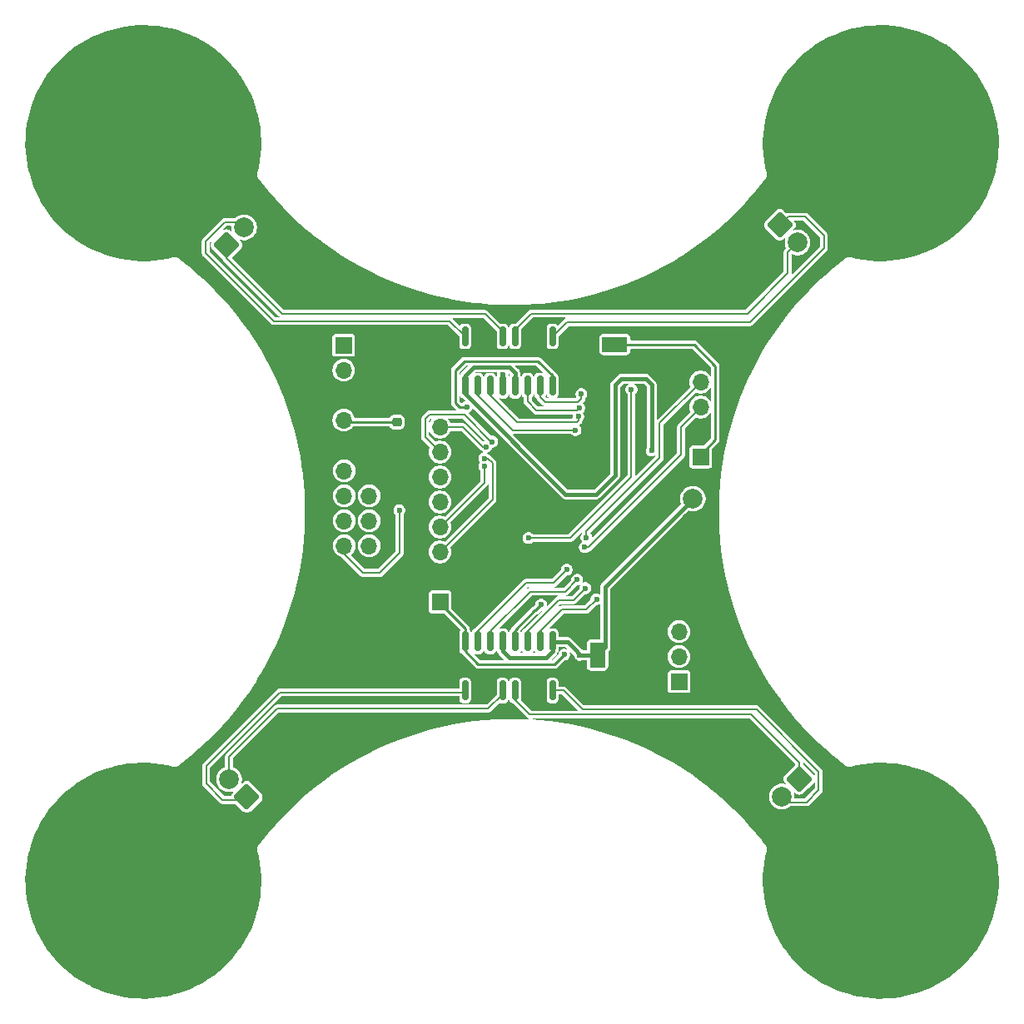
<source format=gbr>
%TF.GenerationSoftware,KiCad,Pcbnew,9.0.0*%
%TF.CreationDate,2025-07-07T00:26:12+07:00*%
%TF.ProjectId,MiniDrone_aDat,4d696e69-4472-46f6-9e65-5f614461742e,rev?*%
%TF.SameCoordinates,Original*%
%TF.FileFunction,Copper,L2,Bot*%
%TF.FilePolarity,Positive*%
%FSLAX45Y45*%
G04 Gerber Fmt 4.5, Leading zero omitted, Abs format (unit mm)*
G04 Created by KiCad (PCBNEW 9.0.0) date 2025-07-07 00:26:12*
%MOMM*%
%LPD*%
G01*
G04 APERTURE LIST*
G04 Aperture macros list*
%AMRoundRect*
0 Rectangle with rounded corners*
0 $1 Rounding radius*
0 $2 $3 $4 $5 $6 $7 $8 $9 X,Y pos of 4 corners*
0 Add a 4 corners polygon primitive as box body*
4,1,4,$2,$3,$4,$5,$6,$7,$8,$9,$2,$3,0*
0 Add four circle primitives for the rounded corners*
1,1,$1+$1,$2,$3*
1,1,$1+$1,$4,$5*
1,1,$1+$1,$6,$7*
1,1,$1+$1,$8,$9*
0 Add four rect primitives between the rounded corners*
20,1,$1+$1,$2,$3,$4,$5,0*
20,1,$1+$1,$4,$5,$6,$7,0*
20,1,$1+$1,$6,$7,$8,$9,0*
20,1,$1+$1,$8,$9,$2,$3,0*%
G04 Aperture macros list end*
%TA.AperFunction,ComponentPad*%
%ADD10C,2.500000*%
%TD*%
%TA.AperFunction,ComponentPad*%
%ADD11C,9.000000*%
%TD*%
%TA.AperFunction,ComponentPad*%
%ADD12R,1.700000X1.700000*%
%TD*%
%TA.AperFunction,ComponentPad*%
%ADD13O,1.700000X1.700000*%
%TD*%
%TA.AperFunction,ComponentPad*%
%ADD14RoundRect,0.250000X0.750000X-0.750000X0.750000X0.750000X-0.750000X0.750000X-0.750000X-0.750000X0*%
%TD*%
%TA.AperFunction,ComponentPad*%
%ADD15C,2.000000*%
%TD*%
%TA.AperFunction,ComponentPad*%
%ADD16RoundRect,0.250000X0.000000X1.060660X-1.060660X0.000000X0.000000X-1.060660X1.060660X0.000000X0*%
%TD*%
%TA.AperFunction,SMDPad,CuDef*%
%ADD17RoundRect,0.225000X0.250000X-0.225000X0.250000X0.225000X-0.250000X0.225000X-0.250000X-0.225000X0*%
%TD*%
%TA.AperFunction,ComponentPad*%
%ADD18RoundRect,0.250000X1.060660X0.000000X0.000000X1.060660X-1.060660X0.000000X0.000000X-1.060660X0*%
%TD*%
%TA.AperFunction,SMDPad,CuDef*%
%ADD19RoundRect,0.150000X-0.150000X0.850000X-0.150000X-0.850000X0.150000X-0.850000X0.150000X0.850000X0*%
%TD*%
%TA.AperFunction,SMDPad,CuDef*%
%ADD20RoundRect,0.250000X-0.550000X1.050000X-0.550000X-1.050000X0.550000X-1.050000X0.550000X1.050000X0*%
%TD*%
%TA.AperFunction,ComponentPad*%
%ADD21RoundRect,0.250000X0.000000X-1.060660X1.060660X0.000000X0.000000X1.060660X-1.060660X0.000000X0*%
%TD*%
%TA.AperFunction,ComponentPad*%
%ADD22RoundRect,0.250000X-1.060660X0.000000X0.000000X-1.060660X1.060660X0.000000X0.000000X1.060660X0*%
%TD*%
%TA.AperFunction,SMDPad,CuDef*%
%ADD23RoundRect,0.150000X0.150000X-0.850000X0.150000X0.850000X-0.150000X0.850000X-0.150000X-0.850000X0*%
%TD*%
%TA.AperFunction,SMDPad,CuDef*%
%ADD24RoundRect,0.250000X1.050000X0.550000X-1.050000X0.550000X-1.050000X-0.550000X1.050000X-0.550000X0*%
%TD*%
%TA.AperFunction,ViaPad*%
%ADD25C,0.600000*%
%TD*%
%TA.AperFunction,Conductor*%
%ADD26C,0.270000*%
%TD*%
%TA.AperFunction,Conductor*%
%ADD27C,0.200000*%
%TD*%
%TA.AperFunction,Conductor*%
%ADD28C,0.400000*%
%TD*%
G04 APERTURE END LIST*
D10*
%TO.P,Scr11,GND,GND*%
%TO.N,GND*%
X6515634Y-6894980D03*
%TD*%
D11*
%TO.P,Mt4,GND,GND*%
%TO.N,GND*%
X14015634Y-13593382D03*
%TD*%
%TO.P,Mt3,GND,GND*%
%TO.N,GND*%
X6515634Y-13593382D03*
%TD*%
D12*
%TO.P,J9,1,Pin_1*%
%TO.N,/TopLevelDesign/SWCLK*%
X8549750Y-8152500D03*
D13*
%TO.P,J9,2,Pin_2*%
%TO.N,/TopLevelDesign/SWDIO*%
X8549750Y-8406500D03*
%TO.P,J9,3,Pin_3*%
%TO.N,GND*%
X8549750Y-8660500D03*
%TO.P,J9,4,Pin_4*%
%TO.N,+3V3*%
X8549750Y-8914500D03*
%TD*%
D10*
%TO.P,Scr5,GND,GND*%
%TO.N,GND*%
X5978750Y-5496500D03*
%TD*%
%TO.P,Scr6,GND,GND*%
%TO.N,GND*%
X14015634Y-6895226D03*
%TD*%
%TO.P,Scr7,GND,GND*%
%TO.N,GND*%
X7317773Y-13593382D03*
%TD*%
D11*
%TO.P,Mt2,GND,GND*%
%TO.N,GND*%
X6515634Y-6093383D03*
%TD*%
D10*
%TO.P,Scr15,GND,GND*%
%TO.N,GND*%
X6515634Y-12791243D03*
%TD*%
%TO.P,Scr10,GND,GND*%
%TO.N,GND*%
X14621750Y-14123500D03*
%TD*%
%TO.P,Scr9,GND,GND*%
%TO.N,GND*%
X13213791Y-6093383D03*
%TD*%
D12*
%TO.P,J7,1,Pin_1*%
%TO.N,/TopLevelDesign/PA2*%
X11959750Y-11572500D03*
D13*
%TO.P,J7,2,Pin_2*%
%TO.N,/TopLevelDesign/PA3*%
X11959750Y-11318500D03*
%TO.P,J7,3,Pin_3*%
%TO.N,/TopLevelDesign/PA4*%
X11959750Y-11064500D03*
%TO.P,J7,4,Pin_4*%
%TO.N,GND*%
X11959750Y-10810500D03*
%TD*%
D10*
%TO.P,Scr16,GND,GND*%
%TO.N,GND*%
X13214963Y-13593382D03*
%TD*%
%TO.P,Scr12,GND,GND*%
%TO.N,GND*%
X5923750Y-14144500D03*
%TD*%
D11*
%TO.P,Mt1,GND,GND*%
%TO.N,GND*%
X14004750Y-6052500D03*
%TD*%
D14*
%TO.P,J5,1,Pin_1*%
%TO.N,GND*%
X12100500Y-9966000D03*
D15*
%TO.P,J5,2,Pin_2*%
%TO.N,Vin*%
X12100500Y-9712000D03*
%TD*%
D10*
%TO.P,Scr14,GND,GND*%
%TO.N,GND*%
X14528750Y-5476500D03*
%TD*%
%TO.P,Scr8,GND,GND*%
%TO.N,GND*%
X7317231Y-6093383D03*
%TD*%
%TO.P,Scr13,GND,GND*%
%TO.N,GND*%
X14015634Y-12792711D03*
%TD*%
D16*
%TO.P,J3,1,Pin_1*%
%TO.N,/TopLevelDesign/HBridge/H2_OUTA2*%
X13184299Y-12561737D03*
D15*
%TO.P,J3,2,Pin_2*%
%TO.N,/TopLevelDesign/HBridge/H2_OUTB2*%
X13004694Y-12741342D03*
%TD*%
D17*
%TO.P,C3,1*%
%TO.N,+3V3*%
X9089750Y-8933000D03*
%TO.P,C3,2*%
%TO.N,GND*%
X9089750Y-8778000D03*
%TD*%
D18*
%TO.P,J4,1,Pin_1*%
%TO.N,/TopLevelDesign/HBridge/H2_OUTA1*%
X7563513Y-12746049D03*
D15*
%TO.P,J4,2,Pin_2*%
%TO.N,/TopLevelDesign/HBridge/H2_OUTB1*%
X7383908Y-12566444D03*
%TD*%
D10*
%TO.P,Scr2,GND,GND*%
%TO.N,GND*%
X7931750Y-7502500D03*
%TD*%
D19*
%TO.P,U3,1,VCC*%
%TO.N,+3V3*%
X9785250Y-11162500D03*
%TO.P,U3,2,INA1*%
%TO.N,/TopLevelDesign/HBridge/H2_INA1*%
X9912250Y-11162500D03*
%TO.P,U3,3,INB1*%
%TO.N,/TopLevelDesign/HBridge/H2_INB1*%
X10039250Y-11162500D03*
%TO.P,U3,4,VDD*%
%TO.N,Vin*%
X10166250Y-11162500D03*
%TO.P,U3,5,VCC*%
%TO.N,+3V3*%
X10293250Y-11162500D03*
%TO.P,U3,6,INA2*%
%TO.N,/TopLevelDesign/HBridge/H2_INA2*%
X10420250Y-11162500D03*
%TO.P,U3,7,INB2*%
%TO.N,/TopLevelDesign/HBridge/H2_INB2*%
X10547250Y-11162500D03*
%TO.P,U3,8,VDD*%
%TO.N,Vin*%
X10674250Y-11162500D03*
%TO.P,U3,9,OUTB2*%
%TO.N,/TopLevelDesign/HBridge/H2_OUTB2*%
X10674250Y-11662500D03*
%TO.P,U3,10,GND*%
%TO.N,GND*%
X10547250Y-11662500D03*
%TO.P,U3,11,GND*%
X10420250Y-11662500D03*
%TO.P,U3,12,OUTA2*%
%TO.N,/TopLevelDesign/HBridge/H2_OUTA2*%
X10293250Y-11662500D03*
%TO.P,U3,13,OUTB1*%
%TO.N,/TopLevelDesign/HBridge/H2_OUTB1*%
X10166250Y-11662500D03*
%TO.P,U3,14,GND*%
%TO.N,GND*%
X10039250Y-11662500D03*
%TO.P,U3,15,GND*%
X9912250Y-11662500D03*
%TO.P,U3,16,OUTA1*%
%TO.N,/TopLevelDesign/HBridge/H2_OUTA1*%
X9785250Y-11662500D03*
%TD*%
D12*
%TO.P,J10,1,Pin_1*%
%TO.N,+3V3*%
X12179750Y-9288500D03*
D13*
%TO.P,J10,2,Pin_2*%
%TO.N,GND*%
X12179750Y-9034500D03*
%TO.P,J10,3,Pin_3*%
%TO.N,/TopLevelDesign/PB10*%
X12179750Y-8780500D03*
%TO.P,J10,4,Pin_4*%
%TO.N,/TopLevelDesign/PB11*%
X12179750Y-8526500D03*
%TD*%
D12*
%TO.P,J8,1,Pin_1*%
%TO.N,GND*%
X8808250Y-9429500D03*
D13*
%TO.P,J8,2,Pin_2*%
%TO.N,+3V3*%
X8554250Y-9429500D03*
%TO.P,J8,3,Pin_3*%
%TO.N,/TopLevelDesign/PA12*%
X8808250Y-9683500D03*
%TO.P,J8,4,Pin_4*%
%TO.N,/TopLevelDesign/PB12*%
X8554250Y-9683500D03*
%TO.P,J8,5,Pin_5*%
%TO.N,/TopLevelDesign/PB13*%
X8808250Y-9937500D03*
%TO.P,J8,6,Pin_6*%
%TO.N,/TopLevelDesign/PB15*%
X8554250Y-9937500D03*
%TO.P,J8,7,Pin_7*%
%TO.N,/TopLevelDesign/PB14*%
X8808250Y-10191500D03*
%TO.P,J8,8,Pin_8*%
%TO.N,/TopLevelDesign/PA15*%
X8554250Y-10191500D03*
%TD*%
D20*
%TO.P,C15,1*%
%TO.N,Vin*%
X11129750Y-11302500D03*
%TO.P,C15,2*%
%TO.N,GND*%
X11129750Y-11662500D03*
%TD*%
D10*
%TO.P,Scr1,GND,GND*%
%TO.N,GND*%
X12639750Y-7501500D03*
%TD*%
D21*
%TO.P,J2,1,Pin_1*%
%TO.N,/TopLevelDesign/HBridge/H1_OUTA2*%
X7358200Y-7133263D03*
D15*
%TO.P,J2,2,Pin_2*%
%TO.N,/TopLevelDesign/HBridge/H1_OUTB2*%
X7537806Y-6953658D03*
%TD*%
D22*
%TO.P,J1,1,Pin_1*%
%TO.N,/TopLevelDesign/HBridge/H1_OUTA1*%
X12984987Y-6927950D03*
D15*
%TO.P,J1,2,Pin_2*%
%TO.N,/TopLevelDesign/HBridge/H1_OUTB1*%
X13164592Y-7107556D03*
%TD*%
D10*
%TO.P,Scr3,GND,GND*%
%TO.N,GND*%
X12655750Y-12158500D03*
%TD*%
%TO.P,Scr4,GND,GND*%
%TO.N,GND*%
X7936750Y-12163500D03*
%TD*%
D12*
%TO.P,J6,1,Pin_1*%
%TO.N,+3V3*%
X9529750Y-10762500D03*
D13*
%TO.P,J6,2,Pin_2*%
%TO.N,GND*%
X9529750Y-10508500D03*
%TO.P,J6,3,Pin_3*%
%TO.N,/TopLevelDesign/PB6*%
X9529750Y-10254500D03*
%TO.P,J6,4,Pin_4*%
%TO.N,/TopLevelDesign/PB7*%
X9529750Y-10000500D03*
%TO.P,J6,5,Pin_5*%
%TO.N,unconnected-(J6-Pin_5-Pad5)*%
X9529750Y-9746500D03*
%TO.P,J6,6,Pin_6*%
%TO.N,unconnected-(J6-Pin_6-Pad6)*%
X9529750Y-9492500D03*
%TO.P,J6,7,Pin_7*%
%TO.N,/TopLevelDesign/PB4*%
X9529750Y-9238500D03*
%TO.P,J6,8,Pin_8*%
%TO.N,/TopLevelDesign/PB5*%
X9529750Y-8984500D03*
%TD*%
D23*
%TO.P,U5,1,VCC*%
%TO.N,+3V3*%
X10674250Y-8562500D03*
%TO.P,U5,2,INA1*%
%TO.N,/TopLevelDesign/HBridge/H1_INA1*%
X10547250Y-8562500D03*
%TO.P,U5,3,INB1*%
%TO.N,/TopLevelDesign/HBridge/H1_INB1*%
X10420250Y-8562500D03*
%TO.P,U5,4,VDD*%
%TO.N,Vin*%
X10293250Y-8562500D03*
%TO.P,U5,5,VCC*%
%TO.N,+3V3*%
X10166250Y-8562500D03*
%TO.P,U5,6,INA2*%
%TO.N,/TopLevelDesign/HBridge/H1_INA2*%
X10039250Y-8562500D03*
%TO.P,U5,7,INB2*%
%TO.N,/TopLevelDesign/HBridge/H1_INB2*%
X9912250Y-8562500D03*
%TO.P,U5,8,VDD*%
%TO.N,Vin*%
X9785250Y-8562500D03*
%TO.P,U5,9,OUTB2*%
%TO.N,/TopLevelDesign/HBridge/H1_OUTB2*%
X9785250Y-8062500D03*
%TO.P,U5,10,GND*%
%TO.N,GND*%
X9912250Y-8062500D03*
%TO.P,U5,11,GND*%
X10039250Y-8062500D03*
%TO.P,U5,12,OUTA2*%
%TO.N,/TopLevelDesign/HBridge/H1_OUTA2*%
X10166250Y-8062500D03*
%TO.P,U5,13,OUTB1*%
%TO.N,/TopLevelDesign/HBridge/H1_OUTB1*%
X10293250Y-8062500D03*
%TO.P,U5,14,GND*%
%TO.N,GND*%
X10420250Y-8062500D03*
%TO.P,U5,15,GND*%
X10547250Y-8062500D03*
%TO.P,U5,16,OUTA1*%
%TO.N,/TopLevelDesign/HBridge/H1_OUTA1*%
X10674250Y-8062500D03*
%TD*%
D24*
%TO.P,C13,1*%
%TO.N,+3V3*%
X11306750Y-8143500D03*
%TO.P,C13,2*%
%TO.N,GND*%
X10946750Y-8143500D03*
%TD*%
D25*
%TO.N,+3V3*%
X9802250Y-8779500D03*
X10166250Y-8448500D03*
X9089750Y-8933000D03*
X10556750Y-10791500D03*
X10793000Y-11298250D03*
%TO.N,GND*%
X8177750Y-10778500D03*
X10995750Y-9788500D03*
X9504750Y-8081500D03*
X8907750Y-8513500D03*
X9511750Y-8643500D03*
X10284750Y-9950500D03*
X10767750Y-9763500D03*
X10642750Y-10729500D03*
X11808750Y-9852500D03*
X10521750Y-9580500D03*
X11149750Y-10256500D03*
X11956750Y-8641500D03*
X8832750Y-9115500D03*
X11830750Y-9609500D03*
X8554750Y-11015500D03*
X11347750Y-8364500D03*
X10024750Y-9000500D03*
X12006750Y-8347500D03*
X10205750Y-9180500D03*
X10256750Y-8783500D03*
X9331750Y-11110500D03*
X9743750Y-10243500D03*
X9496750Y-11278500D03*
X10381750Y-9095500D03*
X10981750Y-8511500D03*
X8658750Y-7493500D03*
X10051750Y-10514500D03*
X7929750Y-7966500D03*
X10590750Y-9980500D03*
X10221750Y-11878500D03*
X10377750Y-10464500D03*
X12623750Y-11572500D03*
X11588750Y-8282500D03*
X11445750Y-10782500D03*
X9187750Y-10167500D03*
X9587750Y-8501500D03*
X12347750Y-7999500D03*
X9177750Y-8470500D03*
X9781750Y-9887500D03*
X10303750Y-9696500D03*
X11912750Y-9030500D03*
X12071750Y-9430500D03*
X9232750Y-9415500D03*
X9878750Y-9510500D03*
X11667750Y-10505500D03*
X11622750Y-7635500D03*
X8776750Y-12077500D03*
X11434750Y-12055500D03*
X10659750Y-9211500D03*
X8969750Y-9811500D03*
X11623968Y-11190470D03*
%TO.N,Vin*%
X10950250Y-11300500D03*
X11680750Y-9224500D03*
%TO.N,/TopLevelDesign/MCU/PA0*%
X11475750Y-8602000D03*
X10428750Y-10113500D03*
%TO.N,/TopLevelDesign/PB7*%
X9979750Y-9382500D03*
%TO.N,/TopLevelDesign/PB5*%
X9998292Y-9183715D03*
%TO.N,/TopLevelDesign/PB6*%
X9979750Y-9302358D03*
%TO.N,/TopLevelDesign/PB4*%
X10059750Y-9132500D03*
%TO.N,/TopLevelDesign/PA15*%
X9116750Y-9831500D03*
%TO.N,/TopLevelDesign/PB11*%
X11016750Y-10107500D03*
%TO.N,/TopLevelDesign/PB10*%
X11001750Y-10206500D03*
%TO.N,/TopLevelDesign/HBridge/H2_INB2*%
X11120750Y-10735500D03*
%TO.N,/TopLevelDesign/HBridge/H1_INB2*%
X10907750Y-9015500D03*
%TO.N,/TopLevelDesign/HBridge/H2_INA1*%
X10818578Y-10434673D03*
%TO.N,/TopLevelDesign/HBridge/H1_INA2*%
X10936750Y-8876500D03*
%TO.N,/TopLevelDesign/HBridge/H1_INB1*%
X10945766Y-8789071D03*
%TO.N,/TopLevelDesign/HBridge/H2_INB1*%
X10923750Y-10535500D03*
%TO.N,/TopLevelDesign/HBridge/H1_INA1*%
X10965750Y-8648500D03*
%TO.N,/TopLevelDesign/HBridge/H2_INA2*%
X11006578Y-10622673D03*
%TD*%
D26*
%TO.N,+3V3*%
X12111750Y-8144500D02*
X12329750Y-8362500D01*
X10525250Y-8313500D02*
X10674250Y-8462500D01*
X10293250Y-11046000D02*
X10293250Y-11162500D01*
X12329750Y-9112500D02*
X12179750Y-9262500D01*
X12029750Y-8144500D02*
X12111750Y-8144500D01*
X12329750Y-8362500D02*
X12329750Y-9112500D01*
X12179750Y-9262500D02*
X12179750Y-9288500D01*
X10674250Y-8462500D02*
X10674250Y-8562500D01*
X9785250Y-11034000D02*
X9785250Y-11162500D01*
X10695750Y-11395500D02*
X9918250Y-11395500D01*
X11296750Y-8078500D02*
X11362750Y-8144500D01*
X9785250Y-11262500D02*
X9918250Y-11395500D01*
X9089750Y-8933000D02*
X8568250Y-8933000D01*
X9723750Y-8779500D02*
X9682750Y-8738500D01*
X9682750Y-8738500D02*
X9682750Y-8405500D01*
X9682750Y-8405500D02*
X9774750Y-8313500D01*
X10793000Y-11298250D02*
X10695750Y-11395500D01*
X9774750Y-8313500D02*
X10525250Y-8313500D01*
X9529750Y-10762500D02*
X9529750Y-10778500D01*
X11362750Y-8144500D02*
X12029750Y-8144500D01*
X9785250Y-11162500D02*
X9785250Y-11262500D01*
X10497750Y-10850500D02*
X10488750Y-10850500D01*
X9802250Y-8779500D02*
X9723750Y-8779500D01*
X9529750Y-10778500D02*
X9785250Y-11034000D01*
X10488750Y-10850500D02*
X10293250Y-11046000D01*
X8568250Y-8933000D02*
X8549750Y-8914500D01*
X10166250Y-8562500D02*
X10166250Y-8448500D01*
X10556750Y-10791500D02*
X10497750Y-10850500D01*
X12029750Y-8144500D02*
X12040750Y-8144500D01*
D27*
%TO.N,GND*%
X8549750Y-8660500D02*
X8667250Y-8778000D01*
X8667250Y-8778000D02*
X9089750Y-8778000D01*
D28*
%TO.N,Vin*%
X11117750Y-9667500D02*
X11307750Y-9477500D01*
X11680750Y-8549500D02*
X11680750Y-9224500D01*
X10293250Y-8432000D02*
X10232750Y-8371500D01*
X10166250Y-11262500D02*
X10166250Y-11162500D01*
X10232750Y-8371500D02*
X9871750Y-8371500D01*
X10682250Y-11170500D02*
X10674250Y-11162500D01*
X11307750Y-9477500D02*
X11307750Y-8556500D01*
X11210750Y-11221500D02*
X11210750Y-10606500D01*
X9785250Y-8458000D02*
X9785250Y-8562500D01*
X9871750Y-8371500D02*
X9785250Y-8458000D01*
X11307750Y-8556500D02*
X11372750Y-8491500D01*
X11210750Y-10606500D02*
X12100500Y-9716750D01*
X10293250Y-8562500D02*
X10293250Y-8432000D01*
X12100500Y-9716750D02*
X12100500Y-9712000D01*
X10958250Y-11302500D02*
X10893250Y-11237500D01*
X10674250Y-11262500D02*
X10605250Y-11331500D01*
X11372750Y-8491500D02*
X11622750Y-8491500D01*
X11129750Y-11302500D02*
X11210750Y-11221500D01*
X10235250Y-11331500D02*
X10166250Y-11262500D01*
X10605250Y-11331500D02*
X10235250Y-11331500D01*
X10893250Y-11237500D02*
X10826250Y-11170500D01*
X9785250Y-8646000D02*
X10806750Y-9667500D01*
X9785250Y-8562500D02*
X9785250Y-8646000D01*
X11622750Y-8491500D02*
X11680750Y-8549500D01*
X10826250Y-11170500D02*
X10682250Y-11170500D01*
X10674250Y-11162500D02*
X10674250Y-11262500D01*
X10806750Y-9667500D02*
X11117750Y-9667500D01*
X11129750Y-11302500D02*
X10958250Y-11302500D01*
D27*
%TO.N,/TopLevelDesign/HBridge/H1_OUTB1*%
X10454750Y-7830500D02*
X10293250Y-7992000D01*
X13064592Y-7207556D02*
X13064592Y-7419658D01*
X13064592Y-7419658D02*
X12653750Y-7830500D01*
X12653750Y-7830500D02*
X10454750Y-7830500D01*
X13164592Y-7107556D02*
X13064592Y-7207556D01*
X10293250Y-7992000D02*
X10293250Y-8062500D01*
%TO.N,/TopLevelDesign/HBridge/H1_OUTA1*%
X13433750Y-7161500D02*
X12678750Y-7916500D01*
X13241750Y-6844500D02*
X13433750Y-7036500D01*
X12678750Y-7916500D02*
X10820250Y-7916500D01*
X13433750Y-7036500D02*
X13433750Y-7161500D01*
X12984987Y-6927950D02*
X13068438Y-6844500D01*
X10820250Y-7916500D02*
X10674250Y-8062500D01*
X13068438Y-6844500D02*
X13241750Y-6844500D01*
%TO.N,/TopLevelDesign/MCU/PA0*%
X10850750Y-10113500D02*
X11475750Y-9488500D01*
X11475750Y-9488500D02*
X11475750Y-8602000D01*
X10428750Y-10113500D02*
X10850750Y-10113500D01*
%TO.N,/TopLevelDesign/HBridge/H1_OUTB2*%
X9629150Y-7906400D02*
X9785250Y-8062500D01*
X7483648Y-6899500D02*
X7340750Y-6899500D01*
X7146750Y-7211500D02*
X7841650Y-7906400D01*
X7340750Y-6899500D02*
X7146750Y-7093500D01*
X7146750Y-7093500D02*
X7146750Y-7211500D01*
X7537806Y-6953658D02*
X7483648Y-6899500D01*
X7841650Y-7906400D02*
X9629150Y-7906400D01*
%TO.N,/TopLevelDesign/HBridge/H1_OUTA2*%
X7927882Y-7834500D02*
X9986750Y-7834500D01*
X9986750Y-7834500D02*
X10166250Y-8014000D01*
X10166250Y-8014000D02*
X10166250Y-8062500D01*
X7358200Y-7264818D02*
X7927882Y-7834500D01*
X7358200Y-7133263D02*
X7358200Y-7264818D01*
%TO.N,/TopLevelDesign/HBridge/H2_OUTB1*%
X10166250Y-11699697D02*
X10166250Y-11662500D01*
X10019447Y-11846500D02*
X10166250Y-11699697D01*
X7871750Y-11846500D02*
X10019447Y-11846500D01*
X7383908Y-12334342D02*
X7871750Y-11846500D01*
X7383908Y-12566444D02*
X7383908Y-12334342D01*
%TO.N,/TopLevelDesign/HBridge/H2_OUTA1*%
X7563513Y-12746049D02*
X7534062Y-12775500D01*
X9766250Y-11681500D02*
X9785250Y-11662500D01*
X7534062Y-12775500D02*
X7318750Y-12775500D01*
X7896750Y-11681500D02*
X9766250Y-11681500D01*
X7150750Y-12607500D02*
X7150750Y-12427500D01*
X7318750Y-12775500D02*
X7150750Y-12607500D01*
X7150750Y-12427500D02*
X7896750Y-11681500D01*
%TO.N,/TopLevelDesign/HBridge/H2_OUTA2*%
X10293250Y-11760000D02*
X10293250Y-11662500D01*
X13184299Y-12400049D02*
X12693750Y-11909500D01*
X12693750Y-11909500D02*
X10442750Y-11909500D01*
X10442750Y-11909500D02*
X10293250Y-11760000D01*
X13184299Y-12561737D02*
X13184299Y-12400049D01*
%TO.N,/TopLevelDesign/HBridge/H2_OUTB2*%
X10674250Y-11662500D02*
X10785938Y-11662500D01*
X13256750Y-12800500D02*
X13063852Y-12800500D01*
X13063852Y-12800500D02*
X13004694Y-12741342D01*
X10976938Y-11853500D02*
X12746750Y-11853500D01*
X12746750Y-11853500D02*
X13379750Y-12486500D01*
X10785938Y-11662500D02*
X10976938Y-11853500D01*
X13379750Y-12677500D02*
X13256750Y-12800500D01*
X13379750Y-12486500D02*
X13379750Y-12677500D01*
%TO.N,/TopLevelDesign/PB7*%
X9977750Y-9552500D02*
X9977750Y-9390500D01*
X9969750Y-9382500D02*
X9979750Y-9382500D01*
X9529750Y-10000500D02*
X9977750Y-9552500D01*
X9977750Y-9390500D02*
X9969750Y-9382500D01*
%TO.N,/TopLevelDesign/PB5*%
X9761750Y-8984500D02*
X9529750Y-8984500D01*
X9998292Y-9183715D02*
X9960965Y-9183715D01*
X9960965Y-9183715D02*
X9761750Y-8984500D01*
%TO.N,/TopLevelDesign/PB6*%
X10062750Y-9721500D02*
X9529750Y-10254500D01*
X9979750Y-9302358D02*
X9979892Y-9302500D01*
X9979892Y-9302500D02*
X10019750Y-9302500D01*
X10019750Y-9302500D02*
X10062750Y-9345500D01*
X10062750Y-9345500D02*
X10062750Y-9721500D01*
%TO.N,/TopLevelDesign/PB4*%
X9424750Y-8856500D02*
X9774750Y-8856500D01*
X10050750Y-9132500D02*
X10059750Y-9132500D01*
X9529750Y-9238500D02*
X9377750Y-9086500D01*
X9774750Y-8856500D02*
X10050750Y-9132500D01*
X9377750Y-8903500D02*
X9424750Y-8856500D01*
X9377750Y-9086500D02*
X9377750Y-8903500D01*
%TO.N,/TopLevelDesign/PA15*%
X8554250Y-10274000D02*
X8747750Y-10467500D01*
X8554250Y-10191500D02*
X8554250Y-10274000D01*
X9052750Y-10328500D02*
X9116750Y-10264500D01*
X8747750Y-10467500D02*
X8913750Y-10467500D01*
X9116750Y-10264500D02*
X9116750Y-9831500D01*
X8913750Y-10467500D02*
X9052750Y-10328500D01*
%TO.N,/TopLevelDesign/PB11*%
X11011750Y-10102500D02*
X11011750Y-10046500D01*
X11011750Y-10046500D02*
X11762750Y-9295500D01*
X11016750Y-10107500D02*
X11011750Y-10102500D01*
X11762750Y-9295500D02*
X11762750Y-8943500D01*
X11762750Y-8943500D02*
X12179750Y-8526500D01*
%TO.N,/TopLevelDesign/PB10*%
X11979750Y-8980500D02*
X12179750Y-8780500D01*
X11979750Y-9265500D02*
X11979750Y-8980500D01*
X11001750Y-10206500D02*
X11038750Y-10206500D01*
X11038750Y-10206500D02*
X11979750Y-9265500D01*
%TO.N,/TopLevelDesign/HBridge/H2_INB2*%
X11016750Y-10839500D02*
X10770250Y-10839500D01*
X11120750Y-10735500D02*
X11016750Y-10839500D01*
X10547250Y-11062500D02*
X10547250Y-11162500D01*
X10770250Y-10839500D02*
X10547250Y-11062500D01*
%TO.N,/TopLevelDesign/HBridge/H1_INB2*%
X9912250Y-8660000D02*
X9912250Y-8562500D01*
X10267750Y-9015500D02*
X9912250Y-8660000D01*
X10907750Y-9015500D02*
X10267750Y-9015500D01*
%TO.N,/TopLevelDesign/HBridge/H2_INA1*%
X10683750Y-10569500D02*
X10405250Y-10569500D01*
X9912250Y-11062500D02*
X9912250Y-11162500D01*
X10405250Y-10569500D02*
X9912250Y-11062500D01*
X10818578Y-10434673D02*
X10683750Y-10569500D01*
%TO.N,/TopLevelDesign/HBridge/H1_INA2*%
X10936750Y-8916269D02*
X10917519Y-8935500D01*
X10936750Y-8876500D02*
X10936750Y-8916269D01*
X10874119Y-8935500D02*
X10874118Y-8935500D01*
X10313750Y-8935500D02*
X10039250Y-8661000D01*
X10874118Y-8935500D02*
X10313750Y-8935500D01*
X10039250Y-8661000D02*
X10039250Y-8562500D01*
X10917519Y-8935500D02*
X10874119Y-8935500D01*
%TO.N,/TopLevelDesign/HBridge/H1_INB1*%
X10510750Y-8816500D02*
X10420250Y-8726000D01*
X10420250Y-8726000D02*
X10420250Y-8562500D01*
X10918337Y-8816500D02*
X10510750Y-8816500D01*
X10945766Y-8789071D02*
X10918337Y-8816500D01*
%TO.N,/TopLevelDesign/HBridge/H2_INB1*%
X10039250Y-11162500D02*
X10039250Y-11062500D01*
X10802750Y-10656500D02*
X10923750Y-10535500D01*
X10445250Y-10656500D02*
X10802750Y-10656500D01*
X10039250Y-11062500D02*
X10445250Y-10656500D01*
%TO.N,/TopLevelDesign/HBridge/H1_INA1*%
X10547250Y-8680000D02*
X10547250Y-8562500D01*
X10965750Y-8648500D02*
X10965750Y-8697500D01*
X10597750Y-8730500D02*
X10547250Y-8680000D01*
X10932750Y-8730500D02*
X10597750Y-8730500D01*
X10965750Y-8697500D02*
X10932750Y-8730500D01*
%TO.N,/TopLevelDesign/HBridge/H2_INA2*%
X11006578Y-10622673D02*
X10884750Y-10744500D01*
X10738250Y-10744500D02*
X10420250Y-11062500D01*
X10420250Y-11062500D02*
X10420250Y-11162500D01*
X10884750Y-10744500D02*
X10738250Y-10744500D01*
%TD*%
%TA.AperFunction,Conductor*%
%TO.N,GND*%
G36*
X10728706Y-10697985D02*
G01*
X10730141Y-10701450D01*
X10728706Y-10704915D01*
X10726509Y-10706183D01*
X10722792Y-10707179D01*
X10722791Y-10707179D01*
X10713659Y-10712452D01*
X10713659Y-10712452D01*
X10625165Y-10800946D01*
X10621700Y-10802381D01*
X10618235Y-10800946D01*
X10616800Y-10797481D01*
X10616800Y-10783594D01*
X10616800Y-10783594D01*
X10615935Y-10780367D01*
X10612708Y-10768322D01*
X10612708Y-10768322D01*
X10612708Y-10768321D01*
X10604802Y-10754629D01*
X10604802Y-10754629D01*
X10604802Y-10754628D01*
X10593622Y-10743448D01*
X10593621Y-10743448D01*
X10593621Y-10743448D01*
X10579929Y-10735542D01*
X10579928Y-10735542D01*
X10564656Y-10731450D01*
X10564656Y-10731450D01*
X10548844Y-10731450D01*
X10548844Y-10731450D01*
X10533572Y-10735542D01*
X10533571Y-10735542D01*
X10519879Y-10743448D01*
X10519878Y-10743448D01*
X10508698Y-10754628D01*
X10508698Y-10754629D01*
X10500792Y-10768321D01*
X10500792Y-10768322D01*
X10496700Y-10783594D01*
X10496700Y-10787931D01*
X10495265Y-10791396D01*
X10479430Y-10807231D01*
X10477233Y-10808500D01*
X10471941Y-10809918D01*
X10471940Y-10809918D01*
X10462010Y-10815651D01*
X10462010Y-10815651D01*
X10258401Y-11019260D01*
X10258401Y-11019260D01*
X10252668Y-11029190D01*
X10252668Y-11029190D01*
X10249700Y-11040266D01*
X10249658Y-11040585D01*
X10249510Y-11040565D01*
X10248265Y-11043571D01*
X10247710Y-11044049D01*
X10246035Y-11045285D01*
X10237971Y-11056211D01*
X10237970Y-11056212D01*
X10234375Y-11066488D01*
X10231876Y-11069284D01*
X10228132Y-11069494D01*
X10225335Y-11066995D01*
X10225125Y-11066488D01*
X10221530Y-11056212D01*
X10221529Y-11056211D01*
X10213465Y-11045285D01*
X10202539Y-11037221D01*
X10202538Y-11037220D01*
X10189720Y-11032735D01*
X10186678Y-11032450D01*
X10186677Y-11032450D01*
X10145823Y-11032450D01*
X10145822Y-11032450D01*
X10142780Y-11032735D01*
X10136699Y-11034863D01*
X10132955Y-11034653D01*
X10130456Y-11031856D01*
X10130666Y-11028112D01*
X10131616Y-11026774D01*
X10460404Y-10697985D01*
X10463869Y-10696550D01*
X10725241Y-10696550D01*
X10728706Y-10697985D01*
G37*
%TD.AperFunction*%
%TA.AperFunction,Conductor*%
G36*
X12284180Y-8586835D02*
G01*
X12286140Y-8590033D01*
X12286200Y-8590800D01*
X12286200Y-8716200D01*
X12284765Y-8719665D01*
X12281300Y-8721100D01*
X12277835Y-8719665D01*
X12277336Y-8719081D01*
X12275243Y-8716200D01*
X12267505Y-8705550D01*
X12267505Y-8705550D01*
X12267505Y-8705549D01*
X12254701Y-8692745D01*
X12254700Y-8692745D01*
X12254432Y-8692550D01*
X12240049Y-8682100D01*
X12223914Y-8673879D01*
X12223914Y-8673879D01*
X12223914Y-8673879D01*
X12206691Y-8668283D01*
X12206691Y-8668283D01*
X12192951Y-8666107D01*
X12188805Y-8665450D01*
X12170695Y-8665450D01*
X12167329Y-8665983D01*
X12152809Y-8668283D01*
X12152809Y-8668283D01*
X12135586Y-8673879D01*
X12119451Y-8682100D01*
X12104800Y-8692745D01*
X12091995Y-8705550D01*
X12081350Y-8720201D01*
X12073129Y-8736336D01*
X12067533Y-8753559D01*
X12067533Y-8753559D01*
X12064700Y-8771445D01*
X12064700Y-8789555D01*
X12067533Y-8807441D01*
X12067533Y-8807441D01*
X12073129Y-8824664D01*
X12073129Y-8824665D01*
X12073476Y-8825346D01*
X12073770Y-8829085D01*
X12072575Y-8831035D01*
X11947702Y-8955909D01*
X11947702Y-8955909D01*
X11942429Y-8965041D01*
X11942429Y-8965041D01*
X11940345Y-8972820D01*
X11940345Y-8972821D01*
X11939700Y-8975227D01*
X11939700Y-9246881D01*
X11938265Y-9250346D01*
X11085165Y-10103446D01*
X11081700Y-10104881D01*
X11078235Y-10103446D01*
X11076800Y-10099981D01*
X11076800Y-10099594D01*
X11076800Y-10099594D01*
X11072708Y-10084322D01*
X11072708Y-10084321D01*
X11064802Y-10070629D01*
X11064802Y-10070629D01*
X11064802Y-10070628D01*
X11057996Y-10063823D01*
X11056561Y-10060358D01*
X11057996Y-10056893D01*
X11422335Y-9692555D01*
X11794798Y-9320091D01*
X11800071Y-9310959D01*
X11802800Y-9300773D01*
X11802800Y-9300773D01*
X11802800Y-8962119D01*
X11804235Y-8958654D01*
X12129215Y-8633674D01*
X12132679Y-8632239D01*
X12134904Y-8632774D01*
X12135586Y-8633121D01*
X12152809Y-8638717D01*
X12170695Y-8641550D01*
X12170695Y-8641550D01*
X12188804Y-8641550D01*
X12188805Y-8641550D01*
X12206691Y-8638717D01*
X12223914Y-8633121D01*
X12240049Y-8624900D01*
X12254700Y-8614255D01*
X12254700Y-8614255D01*
X12254701Y-8614255D01*
X12267505Y-8601451D01*
X12267505Y-8601450D01*
X12267505Y-8601450D01*
X12277336Y-8587919D01*
X12280533Y-8585960D01*
X12284180Y-8586835D01*
G37*
%TD.AperFunction*%
%TA.AperFunction,Conductor*%
G36*
X10361165Y-8658005D02*
G01*
X10361375Y-8658512D01*
X10364970Y-8668788D01*
X10364971Y-8668789D01*
X10373035Y-8679714D01*
X10373035Y-8679715D01*
X10373035Y-8679715D01*
X10378210Y-8683534D01*
X10380145Y-8686746D01*
X10380200Y-8687477D01*
X10380200Y-8731273D01*
X10382929Y-8741459D01*
X10382929Y-8741459D01*
X10384531Y-8744234D01*
X10388202Y-8750591D01*
X10486159Y-8848548D01*
X10492844Y-8852408D01*
X10495291Y-8853821D01*
X10495291Y-8853821D01*
X10505477Y-8856550D01*
X10505477Y-8856550D01*
X10505477Y-8856550D01*
X10873542Y-8856550D01*
X10877006Y-8857985D01*
X10878442Y-8861450D01*
X10878275Y-8862718D01*
X10876700Y-8868594D01*
X10876700Y-8884406D01*
X10878006Y-8889282D01*
X10877517Y-8893000D01*
X10874542Y-8895283D01*
X10873273Y-8895450D01*
X10332369Y-8895450D01*
X10328904Y-8894015D01*
X10133923Y-8699034D01*
X10132488Y-8695569D01*
X10133923Y-8692104D01*
X10137388Y-8690669D01*
X10139006Y-8690944D01*
X10142780Y-8692265D01*
X10145823Y-8692550D01*
X10145824Y-8692550D01*
X10186676Y-8692550D01*
X10186677Y-8692550D01*
X10189720Y-8692265D01*
X10202538Y-8687779D01*
X10203938Y-8686746D01*
X10213465Y-8679715D01*
X10221529Y-8668789D01*
X10221529Y-8668788D01*
X10221529Y-8668788D01*
X10223901Y-8662011D01*
X10225125Y-8658512D01*
X10227624Y-8655716D01*
X10231368Y-8655506D01*
X10234165Y-8658005D01*
X10234375Y-8658512D01*
X10237970Y-8668788D01*
X10237971Y-8668789D01*
X10246035Y-8679715D01*
X10256961Y-8687779D01*
X10256962Y-8687779D01*
X10256962Y-8687779D01*
X10256962Y-8687779D01*
X10256962Y-8687780D01*
X10265220Y-8690669D01*
X10269780Y-8692265D01*
X10272823Y-8692550D01*
X10272824Y-8692550D01*
X10313676Y-8692550D01*
X10313677Y-8692550D01*
X10316720Y-8692265D01*
X10329538Y-8687779D01*
X10330938Y-8686746D01*
X10340465Y-8679715D01*
X10348529Y-8668789D01*
X10348529Y-8668788D01*
X10348529Y-8668788D01*
X10350901Y-8662011D01*
X10352125Y-8658512D01*
X10354624Y-8655716D01*
X10358368Y-8655506D01*
X10361165Y-8658005D01*
G37*
%TD.AperFunction*%
%TA.AperFunction,Conductor*%
G36*
X14066658Y-4898290D02*
G01*
X14066935Y-4898303D01*
X14134756Y-4903330D01*
X14135030Y-4903358D01*
X14202456Y-4912235D01*
X14202730Y-4912279D01*
X14269540Y-4924977D01*
X14269808Y-4925035D01*
X14335791Y-4941513D01*
X14336055Y-4941587D01*
X14400993Y-4961792D01*
X14401255Y-4961882D01*
X14464937Y-4985747D01*
X14465191Y-4985850D01*
X14527417Y-5013301D01*
X14527662Y-5013417D01*
X14588225Y-5044362D01*
X14588464Y-5044494D01*
X14632376Y-5070180D01*
X14647166Y-5078832D01*
X14647402Y-5078980D01*
X14669453Y-5093623D01*
X14704054Y-5116600D01*
X14704280Y-5116760D01*
X14758700Y-5157542D01*
X14758919Y-5157716D01*
X14810930Y-5201528D01*
X14811138Y-5201713D01*
X14860573Y-5248412D01*
X14860770Y-5248609D01*
X14907469Y-5298044D01*
X14907655Y-5298252D01*
X14951466Y-5350264D01*
X14951640Y-5350482D01*
X14992421Y-5404902D01*
X14992582Y-5405129D01*
X15030202Y-5461780D01*
X15030350Y-5462017D01*
X15064686Y-5520716D01*
X15064820Y-5520961D01*
X15095762Y-5581518D01*
X15095882Y-5581769D01*
X15123330Y-5643990D01*
X15123435Y-5644248D01*
X15147299Y-5707927D01*
X15147389Y-5708191D01*
X15167593Y-5773126D01*
X15167668Y-5773395D01*
X15184145Y-5839373D01*
X15184205Y-5839645D01*
X15196901Y-5906453D01*
X15196946Y-5906728D01*
X15205822Y-5974152D01*
X15205851Y-5974429D01*
X15210877Y-6042247D01*
X15210890Y-6042526D01*
X15212051Y-6110521D01*
X15212048Y-6110800D01*
X15209339Y-6178750D01*
X15209320Y-6179028D01*
X15202751Y-6246714D01*
X15202716Y-6246991D01*
X15192307Y-6314195D01*
X15192256Y-6314469D01*
X15178041Y-6380972D01*
X15177975Y-6381243D01*
X15160001Y-6446827D01*
X15159920Y-6447094D01*
X15138244Y-6511552D01*
X15138147Y-6511813D01*
X15112840Y-6574934D01*
X15112729Y-6575190D01*
X15083871Y-6636769D01*
X15083746Y-6637018D01*
X15051433Y-6696854D01*
X15051294Y-6697096D01*
X15015629Y-6754998D01*
X15015477Y-6755231D01*
X14976576Y-6811012D01*
X14976410Y-6811236D01*
X14934401Y-6864712D01*
X14934222Y-6864926D01*
X14889238Y-6915927D01*
X14889048Y-6916131D01*
X14841236Y-6964490D01*
X14841034Y-6964683D01*
X14790548Y-7010245D01*
X14790335Y-7010426D01*
X14737342Y-7053040D01*
X14737120Y-7053209D01*
X14681786Y-7092741D01*
X14681554Y-7092897D01*
X14624060Y-7129219D01*
X14623820Y-7129361D01*
X14564356Y-7162352D01*
X14564108Y-7162480D01*
X14502862Y-7192036D01*
X14502607Y-7192150D01*
X14439779Y-7218174D01*
X14439519Y-7218274D01*
X14375313Y-7240682D01*
X14375047Y-7240766D01*
X14309669Y-7259486D01*
X14309399Y-7259555D01*
X14243062Y-7274525D01*
X14242789Y-7274579D01*
X14175709Y-7285752D01*
X14175433Y-7285790D01*
X14107825Y-7293129D01*
X14107547Y-7293151D01*
X14039631Y-7296633D01*
X14039352Y-7296639D01*
X13971350Y-7296252D01*
X13971071Y-7296243D01*
X13903199Y-7291988D01*
X13902921Y-7291962D01*
X13835402Y-7283854D01*
X13835127Y-7283813D01*
X13768178Y-7271877D01*
X13767905Y-7271820D01*
X13704906Y-7256847D01*
X13704839Y-7256831D01*
X13704467Y-7256737D01*
X13702255Y-7255792D01*
X13698741Y-7255290D01*
X13698489Y-7255226D01*
X13698482Y-7255221D01*
X13698422Y-7255209D01*
X13697101Y-7254855D01*
X13695243Y-7254357D01*
X13695243Y-7254357D01*
X13692559Y-7254357D01*
X13691866Y-7254308D01*
X13690538Y-7254118D01*
X13689209Y-7253928D01*
X13689209Y-7253928D01*
X13685942Y-7254322D01*
X13685649Y-7254357D01*
X13682065Y-7254357D01*
X13679137Y-7255141D01*
X13678791Y-7255183D01*
X13678790Y-7255183D01*
X13676125Y-7255504D01*
X13673070Y-7256730D01*
X13672797Y-7256840D01*
X13669335Y-7257768D01*
X13666709Y-7259284D01*
X13666386Y-7259414D01*
X13663895Y-7260413D01*
X13663895Y-7260414D01*
X13661262Y-7262388D01*
X13660773Y-7262711D01*
X13657922Y-7264357D01*
X13657922Y-7264357D01*
X13656024Y-7266255D01*
X13655499Y-7266710D01*
X13614270Y-7297632D01*
X13527900Y-7367169D01*
X13443966Y-7439631D01*
X13362573Y-7514932D01*
X13283812Y-7592984D01*
X13207777Y-7673694D01*
X13134560Y-7756967D01*
X13064243Y-7842706D01*
X12996913Y-7930808D01*
X12932649Y-8021169D01*
X12871523Y-8113687D01*
X12813612Y-8208246D01*
X12758983Y-8304737D01*
X12713577Y-8391779D01*
X12707697Y-8403050D01*
X12696917Y-8425569D01*
X12659818Y-8503066D01*
X12615402Y-8604664D01*
X12574500Y-8707731D01*
X12537163Y-8812137D01*
X12503431Y-8917769D01*
X12478111Y-9007594D01*
X12473347Y-9024493D01*
X12446945Y-9132188D01*
X12446841Y-9132687D01*
X12424257Y-9240727D01*
X12405309Y-9349980D01*
X12390124Y-9459819D01*
X12378720Y-9570117D01*
X12371109Y-9680738D01*
X12367302Y-9791557D01*
X12367302Y-9902443D01*
X12371109Y-10013262D01*
X12378720Y-10123883D01*
X12390124Y-10234181D01*
X12405309Y-10344020D01*
X12424257Y-10453273D01*
X12446945Y-10561810D01*
X12454213Y-10591458D01*
X12473347Y-10669507D01*
X12478714Y-10688548D01*
X12503431Y-10776231D01*
X12537163Y-10881863D01*
X12574500Y-10986269D01*
X12615402Y-11089336D01*
X12659818Y-11190934D01*
X12669845Y-11211879D01*
X12707697Y-11290950D01*
X12709644Y-11294681D01*
X12758983Y-11389262D01*
X12813612Y-11485754D01*
X12871523Y-11580313D01*
X12932649Y-11672831D01*
X12991777Y-11755970D01*
X12996914Y-11763192D01*
X13001190Y-11768788D01*
X13064243Y-11851294D01*
X13077956Y-11868015D01*
X13134559Y-11937033D01*
X13157873Y-11963549D01*
X13207776Y-12020305D01*
X13207777Y-12020306D01*
X13283812Y-12101016D01*
X13362573Y-12179068D01*
X13385447Y-12200230D01*
X13443966Y-12254368D01*
X13527900Y-12326831D01*
X13585480Y-12373189D01*
X13614270Y-12396368D01*
X13655778Y-12427498D01*
X13657922Y-12429643D01*
X13661027Y-12431435D01*
X13661262Y-12431612D01*
X13661262Y-12431612D01*
X13663895Y-12433586D01*
X13663895Y-12433587D01*
X13666709Y-12434716D01*
X13669335Y-12436232D01*
X13672798Y-12437160D01*
X13676125Y-12438496D01*
X13679136Y-12438858D01*
X13682065Y-12439643D01*
X13685650Y-12439643D01*
X13689209Y-12440072D01*
X13691571Y-12439734D01*
X13691866Y-12439692D01*
X13692211Y-12439643D01*
X13695243Y-12439643D01*
X13698706Y-12438715D01*
X13702255Y-12438208D01*
X13704111Y-12437415D01*
X13704901Y-12437155D01*
X13767907Y-12422180D01*
X13768177Y-12422124D01*
X13835129Y-12410187D01*
X13835401Y-12410147D01*
X13902922Y-12402038D01*
X13903197Y-12402013D01*
X13971071Y-12397758D01*
X13971350Y-12397748D01*
X14039356Y-12397361D01*
X14039627Y-12397367D01*
X14107550Y-12400849D01*
X14107823Y-12400871D01*
X14175436Y-12408211D01*
X14175706Y-12408248D01*
X14242790Y-12419422D01*
X14243061Y-12419475D01*
X14309400Y-12434446D01*
X14309668Y-12434515D01*
X14375049Y-12453235D01*
X14375310Y-12453318D01*
X14439519Y-12475727D01*
X14439778Y-12475826D01*
X14502609Y-12501851D01*
X14502860Y-12501963D01*
X14536363Y-12518131D01*
X14564108Y-12531520D01*
X14564355Y-12531649D01*
X14614216Y-12559311D01*
X14623820Y-12564640D01*
X14624059Y-12564781D01*
X14658401Y-12586477D01*
X14681554Y-12601103D01*
X14681785Y-12601259D01*
X14737121Y-12640793D01*
X14737340Y-12640959D01*
X14787800Y-12681536D01*
X14790335Y-12683574D01*
X14790547Y-12683755D01*
X14827581Y-12717177D01*
X14841033Y-12729317D01*
X14841235Y-12729509D01*
X14863053Y-12751577D01*
X14889048Y-12777870D01*
X14889238Y-12778073D01*
X14934222Y-12829074D01*
X14934400Y-12829288D01*
X14976410Y-12882764D01*
X14976576Y-12882988D01*
X15015476Y-12938769D01*
X15015629Y-12939002D01*
X15051293Y-12996905D01*
X15051433Y-12997146D01*
X15083745Y-13056982D01*
X15083871Y-13057231D01*
X15112728Y-13118810D01*
X15112839Y-13119066D01*
X15138147Y-13182187D01*
X15138243Y-13182449D01*
X15159919Y-13246906D01*
X15160000Y-13247173D01*
X15177974Y-13312757D01*
X15178041Y-13313028D01*
X15192256Y-13379531D01*
X15192306Y-13379805D01*
X15202715Y-13447009D01*
X15202750Y-13447285D01*
X15209319Y-13514972D01*
X15209338Y-13515250D01*
X15212047Y-13583200D01*
X15212050Y-13583479D01*
X15210889Y-13651474D01*
X15210876Y-13651753D01*
X15205850Y-13719570D01*
X15205821Y-13719848D01*
X15196945Y-13787272D01*
X15196900Y-13787547D01*
X15184204Y-13854354D01*
X15184144Y-13854627D01*
X15167667Y-13920605D01*
X15167592Y-13920873D01*
X15147389Y-13985808D01*
X15147298Y-13986072D01*
X15123435Y-14049751D01*
X15123330Y-14050010D01*
X15095881Y-14112230D01*
X15095762Y-14112482D01*
X15064820Y-14173039D01*
X15064686Y-14173283D01*
X15030349Y-14231982D01*
X15030201Y-14232219D01*
X14992581Y-14288870D01*
X14992421Y-14289098D01*
X14951639Y-14343517D01*
X14951465Y-14343735D01*
X14907654Y-14395747D01*
X14907468Y-14395955D01*
X14860770Y-14445390D01*
X14860573Y-14445587D01*
X14811138Y-14492286D01*
X14810930Y-14492472D01*
X14758918Y-14536283D01*
X14758700Y-14536457D01*
X14704281Y-14577239D01*
X14704053Y-14577399D01*
X14647402Y-14615020D01*
X14647165Y-14615167D01*
X14588466Y-14649504D01*
X14588222Y-14649638D01*
X14527664Y-14680581D01*
X14527413Y-14680700D01*
X14465194Y-14708148D01*
X14464936Y-14708253D01*
X14401256Y-14732117D01*
X14400992Y-14732208D01*
X14336057Y-14752411D01*
X14335788Y-14752486D01*
X14269810Y-14768963D01*
X14269538Y-14769023D01*
X14202731Y-14781720D01*
X14202455Y-14781764D01*
X14135031Y-14790641D01*
X14134754Y-14790669D01*
X14066936Y-14795696D01*
X14066657Y-14795709D01*
X13998662Y-14796870D01*
X13998383Y-14796867D01*
X13930434Y-14794158D01*
X13930156Y-14794139D01*
X13862469Y-14787570D01*
X13862192Y-14787536D01*
X13794989Y-14777127D01*
X13794715Y-14777076D01*
X13728211Y-14762861D01*
X13727940Y-14762795D01*
X13662355Y-14744821D01*
X13662089Y-14744740D01*
X13597632Y-14723064D01*
X13597371Y-14722968D01*
X13534249Y-14697660D01*
X13533993Y-14697549D01*
X13472415Y-14668693D01*
X13472166Y-14668567D01*
X13412328Y-14636254D01*
X13412087Y-14636115D01*
X13354186Y-14600451D01*
X13353952Y-14600298D01*
X13298171Y-14561398D01*
X13297947Y-14561232D01*
X13244471Y-14519222D01*
X13244257Y-14519044D01*
X13193255Y-14474059D01*
X13193051Y-14473869D01*
X13144693Y-14426058D01*
X13144500Y-14425857D01*
X13117515Y-14395955D01*
X13098938Y-14375370D01*
X13098757Y-14375158D01*
X13056142Y-14322163D01*
X13055973Y-14321941D01*
X13016441Y-14266608D01*
X13016285Y-14266377D01*
X12979964Y-14208883D01*
X12979821Y-14208643D01*
X12960137Y-14173163D01*
X12946829Y-14149176D01*
X12946703Y-14148933D01*
X12917145Y-14087684D01*
X12917033Y-14087432D01*
X12891007Y-14024601D01*
X12890908Y-14024341D01*
X12890908Y-14024340D01*
X12868499Y-13960134D01*
X12868416Y-13959872D01*
X12849695Y-13894492D01*
X12849627Y-13894222D01*
X12842782Y-13863893D01*
X12834655Y-13827884D01*
X12834602Y-13827612D01*
X12823429Y-13760529D01*
X12823392Y-13760259D01*
X12816052Y-13692646D01*
X12816030Y-13692373D01*
X12812548Y-13624451D01*
X12812541Y-13624179D01*
X12812928Y-13556173D01*
X12812938Y-13555895D01*
X12813730Y-13543254D01*
X12817193Y-13488021D01*
X12817218Y-13487744D01*
X12825326Y-13420224D01*
X12825367Y-13419952D01*
X12837303Y-13353001D01*
X12837360Y-13352729D01*
X12837360Y-13352729D01*
X12852339Y-13289702D01*
X12852351Y-13289654D01*
X12852445Y-13289282D01*
X12853386Y-13287078D01*
X12853888Y-13283564D01*
X12853951Y-13283314D01*
X12853957Y-13283307D01*
X12853969Y-13283245D01*
X12854821Y-13280066D01*
X12854821Y-13277382D01*
X12854870Y-13276689D01*
X12855250Y-13274032D01*
X12854856Y-13270765D01*
X12854821Y-13270179D01*
X12854821Y-13266888D01*
X12854126Y-13264295D01*
X12854126Y-13264295D01*
X12854036Y-13263959D01*
X12853674Y-13260948D01*
X12852338Y-13257622D01*
X12851410Y-13254158D01*
X12849894Y-13251532D01*
X12848765Y-13248718D01*
X12846614Y-13245851D01*
X12844821Y-13242746D01*
X12842922Y-13240847D01*
X12842468Y-13240323D01*
X12811546Y-13199093D01*
X12797934Y-13182187D01*
X12742009Y-13112723D01*
X12669547Y-13028791D01*
X12669546Y-13028790D01*
X12594244Y-12947396D01*
X12516195Y-12868638D01*
X12435483Y-12792602D01*
X12388824Y-12751577D01*
X12352210Y-12719385D01*
X12294709Y-12672227D01*
X12266471Y-12649069D01*
X12178369Y-12581739D01*
X12088008Y-12517475D01*
X11995490Y-12456350D01*
X11900931Y-12398439D01*
X11804440Y-12343810D01*
X11719578Y-12299541D01*
X11706127Y-12292525D01*
X11606112Y-12244646D01*
X11606111Y-12244646D01*
X11504513Y-12200230D01*
X11401446Y-12159328D01*
X11297041Y-12121991D01*
X11191409Y-12088259D01*
X11102600Y-12063226D01*
X11084685Y-12058176D01*
X11016883Y-12041554D01*
X10976988Y-12031774D01*
X10868451Y-12009086D01*
X10759198Y-11990138D01*
X10649359Y-11974953D01*
X10539061Y-11963548D01*
X10477864Y-11959338D01*
X10474506Y-11957669D01*
X10473312Y-11954114D01*
X10474982Y-11950755D01*
X10478201Y-11949550D01*
X12675131Y-11949550D01*
X12678596Y-11950985D01*
X13141400Y-12413789D01*
X13142835Y-12417254D01*
X13141400Y-12420718D01*
X13036260Y-12525858D01*
X13036260Y-12525858D01*
X13030755Y-12532865D01*
X13030755Y-12532865D01*
X13024727Y-12546744D01*
X13024726Y-12546745D01*
X13022666Y-12561737D01*
X13024726Y-12576729D01*
X13024727Y-12576730D01*
X13030755Y-12590609D01*
X13030755Y-12590609D01*
X13036260Y-12597616D01*
X13036260Y-12597616D01*
X13047365Y-12608722D01*
X13048800Y-12612186D01*
X13047365Y-12615651D01*
X13043900Y-12617086D01*
X13042386Y-12616847D01*
X13035148Y-12614495D01*
X13035147Y-12614495D01*
X13019616Y-12612035D01*
X13014930Y-12611292D01*
X12994459Y-12611292D01*
X12990654Y-12611895D01*
X12974241Y-12614495D01*
X12974241Y-12614495D01*
X12954773Y-12620820D01*
X12936533Y-12630114D01*
X12936533Y-12630114D01*
X12919972Y-12642146D01*
X12905498Y-12656620D01*
X12893466Y-12673181D01*
X12893466Y-12673181D01*
X12884172Y-12691421D01*
X12877847Y-12710889D01*
X12877847Y-12710889D01*
X12874644Y-12731107D01*
X12874644Y-12751577D01*
X12877847Y-12771795D01*
X12877847Y-12771796D01*
X12884172Y-12791264D01*
X12893466Y-12809503D01*
X12893466Y-12809504D01*
X12905498Y-12826064D01*
X12905498Y-12826065D01*
X12919972Y-12840538D01*
X12919972Y-12840539D01*
X12919972Y-12840539D01*
X12936533Y-12852571D01*
X12954772Y-12861864D01*
X12974241Y-12868190D01*
X12994459Y-12871392D01*
X12994459Y-12871392D01*
X13014929Y-12871392D01*
X13014930Y-12871392D01*
X13035148Y-12868190D01*
X13054616Y-12861864D01*
X13072855Y-12852571D01*
X13088113Y-12841486D01*
X13090993Y-12840550D01*
X13262023Y-12840550D01*
X13262023Y-12840550D01*
X13272209Y-12837821D01*
X13281341Y-12832548D01*
X13403938Y-12709951D01*
X13403938Y-12709951D01*
X13404341Y-12709548D01*
X13404341Y-12709548D01*
X13411798Y-12702091D01*
X13417071Y-12692959D01*
X13418226Y-12688646D01*
X13419562Y-12683663D01*
X13419800Y-12682773D01*
X13419800Y-12671928D01*
X13419800Y-12671926D01*
X13419800Y-12481227D01*
X13419669Y-12480739D01*
X13419407Y-12479761D01*
X13417071Y-12471041D01*
X13411798Y-12461909D01*
X12771341Y-11821452D01*
X12762209Y-11816179D01*
X12762209Y-11816179D01*
X12752023Y-11813450D01*
X12752023Y-11813450D01*
X10995557Y-11813450D01*
X10992092Y-11812015D01*
X10810529Y-11630452D01*
X10801397Y-11625179D01*
X10801397Y-11625179D01*
X10791211Y-11622450D01*
X10791211Y-11622450D01*
X10739200Y-11622450D01*
X10735735Y-11621015D01*
X10734300Y-11617550D01*
X10734300Y-11572074D01*
X10734300Y-11572072D01*
X10734015Y-11569030D01*
X10734015Y-11569030D01*
X10729530Y-11556212D01*
X10729529Y-11556211D01*
X10721465Y-11545285D01*
X10710539Y-11537221D01*
X10710538Y-11537220D01*
X10697720Y-11532735D01*
X10694678Y-11532450D01*
X10694677Y-11532450D01*
X10653823Y-11532450D01*
X10653822Y-11532450D01*
X10650780Y-11532735D01*
X10650780Y-11532735D01*
X10637962Y-11537220D01*
X10637961Y-11537221D01*
X10627035Y-11545285D01*
X10618971Y-11556211D01*
X10618970Y-11556212D01*
X10614485Y-11569030D01*
X10614485Y-11569030D01*
X10614200Y-11572072D01*
X10614200Y-11752927D01*
X10614485Y-11755970D01*
X10614485Y-11755970D01*
X10618970Y-11768788D01*
X10618971Y-11768788D01*
X10627035Y-11779715D01*
X10637961Y-11787779D01*
X10637962Y-11787779D01*
X10637962Y-11787779D01*
X10637962Y-11787779D01*
X10637962Y-11787779D01*
X10649388Y-11791777D01*
X10650780Y-11792265D01*
X10653823Y-11792550D01*
X10653824Y-11792550D01*
X10694676Y-11792550D01*
X10694677Y-11792550D01*
X10697720Y-11792265D01*
X10710538Y-11787779D01*
X10721465Y-11779715D01*
X10729529Y-11768788D01*
X10734015Y-11755970D01*
X10734300Y-11752927D01*
X10734300Y-11707450D01*
X10735735Y-11703985D01*
X10739200Y-11702550D01*
X10767319Y-11702550D01*
X10770784Y-11703985D01*
X10927884Y-11861085D01*
X10929319Y-11864550D01*
X10927884Y-11868015D01*
X10924419Y-11869450D01*
X10461369Y-11869450D01*
X10457904Y-11868015D01*
X10353337Y-11763448D01*
X10351902Y-11759983D01*
X10352177Y-11758364D01*
X10352303Y-11758004D01*
X10353015Y-11755970D01*
X10353300Y-11752927D01*
X10353300Y-11572073D01*
X10353015Y-11569030D01*
X10352303Y-11566995D01*
X10348530Y-11556212D01*
X10348529Y-11556211D01*
X10340465Y-11545285D01*
X10329539Y-11537221D01*
X10329538Y-11537220D01*
X10316720Y-11532735D01*
X10313678Y-11532450D01*
X10313677Y-11532450D01*
X10272823Y-11532450D01*
X10272822Y-11532450D01*
X10269780Y-11532735D01*
X10269780Y-11532735D01*
X10256962Y-11537220D01*
X10256961Y-11537221D01*
X10246035Y-11545285D01*
X10237971Y-11556211D01*
X10237970Y-11556212D01*
X10234375Y-11566488D01*
X10231876Y-11569284D01*
X10228132Y-11569494D01*
X10225335Y-11566995D01*
X10225125Y-11566488D01*
X10221530Y-11556212D01*
X10221529Y-11556211D01*
X10213465Y-11545285D01*
X10202539Y-11537221D01*
X10202538Y-11537220D01*
X10189720Y-11532735D01*
X10186678Y-11532450D01*
X10186677Y-11532450D01*
X10145823Y-11532450D01*
X10145822Y-11532450D01*
X10142780Y-11532735D01*
X10142780Y-11532735D01*
X10129962Y-11537220D01*
X10129961Y-11537221D01*
X10119035Y-11545285D01*
X10110971Y-11556211D01*
X10110970Y-11556212D01*
X10106485Y-11569030D01*
X10106485Y-11569030D01*
X10106200Y-11572072D01*
X10106200Y-11701078D01*
X10104765Y-11704543D01*
X10004293Y-11805015D01*
X10000828Y-11806450D01*
X7866477Y-11806450D01*
X7856291Y-11809179D01*
X7856291Y-11809179D01*
X7848894Y-11813450D01*
X7848894Y-11813450D01*
X7847159Y-11814452D01*
X7847158Y-11814452D01*
X7351860Y-12309751D01*
X7351860Y-12309751D01*
X7346587Y-12318883D01*
X7346420Y-12319507D01*
X7346420Y-12319506D01*
X7346420Y-12319507D01*
X7343858Y-12329069D01*
X7343858Y-12439155D01*
X7342422Y-12442619D01*
X7340472Y-12443815D01*
X7333986Y-12445922D01*
X7315746Y-12455216D01*
X7315746Y-12455216D01*
X7299185Y-12467248D01*
X7284711Y-12481722D01*
X7272679Y-12498283D01*
X7272679Y-12498283D01*
X7263385Y-12516523D01*
X7257060Y-12535991D01*
X7257060Y-12535991D01*
X7253858Y-12556209D01*
X7253858Y-12576679D01*
X7257060Y-12596897D01*
X7257060Y-12596898D01*
X7263385Y-12616366D01*
X7272679Y-12634606D01*
X7272679Y-12634606D01*
X7278157Y-12642146D01*
X7283187Y-12649069D01*
X7284711Y-12651166D01*
X7284711Y-12651167D01*
X7299185Y-12665640D01*
X7299185Y-12665641D01*
X7299186Y-12665641D01*
X7315747Y-12677673D01*
X7333986Y-12686966D01*
X7353454Y-12693292D01*
X7373672Y-12696494D01*
X7373672Y-12696494D01*
X7394143Y-12696494D01*
X7394143Y-12696494D01*
X7414361Y-12693292D01*
X7421599Y-12690940D01*
X7425338Y-12691234D01*
X7427774Y-12694086D01*
X7427479Y-12697825D01*
X7426578Y-12699065D01*
X7415473Y-12710170D01*
X7415473Y-12710171D01*
X7409969Y-12717177D01*
X7409968Y-12717178D01*
X7403940Y-12731057D01*
X7403940Y-12731058D01*
X7403918Y-12731217D01*
X7403874Y-12731292D01*
X7403849Y-12731380D01*
X7403826Y-12731373D01*
X7402024Y-12734454D01*
X7399063Y-12735450D01*
X7337369Y-12735450D01*
X7333904Y-12734015D01*
X7192235Y-12592346D01*
X7190800Y-12588881D01*
X7190800Y-12446119D01*
X7192235Y-12442654D01*
X7911904Y-11722985D01*
X7915369Y-11721550D01*
X9720300Y-11721550D01*
X9723765Y-11722985D01*
X9725200Y-11726450D01*
X9725200Y-11752927D01*
X9725485Y-11755970D01*
X9725485Y-11755970D01*
X9729970Y-11768788D01*
X9729971Y-11768788D01*
X9738035Y-11779715D01*
X9748961Y-11787779D01*
X9748962Y-11787779D01*
X9748962Y-11787779D01*
X9748962Y-11787779D01*
X9748962Y-11787779D01*
X9760388Y-11791777D01*
X9761780Y-11792265D01*
X9764823Y-11792550D01*
X9764824Y-11792550D01*
X9805676Y-11792550D01*
X9805677Y-11792550D01*
X9808720Y-11792265D01*
X9821538Y-11787779D01*
X9832465Y-11779715D01*
X9840529Y-11768788D01*
X9845015Y-11755970D01*
X9845300Y-11752927D01*
X9845300Y-11572073D01*
X9845015Y-11569030D01*
X9844303Y-11566995D01*
X9840530Y-11556212D01*
X9840529Y-11556211D01*
X9832465Y-11545285D01*
X9821539Y-11537221D01*
X9821538Y-11537220D01*
X9808720Y-11532735D01*
X9805678Y-11532450D01*
X9805677Y-11532450D01*
X9764823Y-11532450D01*
X9764822Y-11532450D01*
X9761780Y-11532735D01*
X9761780Y-11532735D01*
X9748962Y-11537220D01*
X9748961Y-11537221D01*
X9738035Y-11545285D01*
X9729971Y-11556211D01*
X9729970Y-11556212D01*
X9725485Y-11569030D01*
X9725485Y-11569030D01*
X9725200Y-11572072D01*
X9725200Y-11636550D01*
X9723765Y-11640015D01*
X9720300Y-11641450D01*
X7891477Y-11641450D01*
X7881291Y-11644179D01*
X7881291Y-11644179D01*
X7872159Y-11649452D01*
X7872159Y-11649452D01*
X7118702Y-12402909D01*
X7118702Y-12402909D01*
X7113429Y-12412041D01*
X7113262Y-12412664D01*
X7113262Y-12412664D01*
X7113262Y-12412664D01*
X7110700Y-12422227D01*
X7110700Y-12612773D01*
X7113429Y-12622959D01*
X7113429Y-12622959D01*
X7118702Y-12632091D01*
X7286530Y-12799920D01*
X7286531Y-12799920D01*
X7286702Y-12800091D01*
X7294159Y-12807548D01*
X7297546Y-12809503D01*
X7303291Y-12812821D01*
X7313477Y-12815550D01*
X7313477Y-12815550D01*
X7313477Y-12815550D01*
X7324023Y-12815550D01*
X7447065Y-12815550D01*
X7450530Y-12816985D01*
X7527633Y-12894089D01*
X7527634Y-12894089D01*
X7527634Y-12894089D01*
X7530756Y-12896542D01*
X7534640Y-12899593D01*
X7534641Y-12899594D01*
X7548520Y-12905622D01*
X7548520Y-12905622D01*
X7548521Y-12905622D01*
X7563513Y-12907683D01*
X7578505Y-12905622D01*
X7592385Y-12899594D01*
X7599391Y-12894089D01*
X7711553Y-12781928D01*
X7717057Y-12774922D01*
X7723086Y-12761041D01*
X7725146Y-12746049D01*
X7723086Y-12731057D01*
X7723085Y-12731057D01*
X7723085Y-12731057D01*
X7717057Y-12717178D01*
X7717057Y-12717177D01*
X7712117Y-12710889D01*
X7711553Y-12710171D01*
X7711552Y-12710171D01*
X7711552Y-12710170D01*
X7599392Y-12598010D01*
X7599391Y-12598010D01*
X7599391Y-12598009D01*
X7596917Y-12596066D01*
X7592385Y-12592505D01*
X7592384Y-12592505D01*
X7578505Y-12586477D01*
X7578505Y-12586476D01*
X7563513Y-12584416D01*
X7548521Y-12586476D01*
X7548520Y-12586477D01*
X7534641Y-12592505D01*
X7534640Y-12592505D01*
X7527634Y-12598010D01*
X7527633Y-12598010D01*
X7516528Y-12609115D01*
X7513064Y-12610550D01*
X7509599Y-12609115D01*
X7508164Y-12605650D01*
X7508403Y-12604136D01*
X7509024Y-12602227D01*
X7510755Y-12596898D01*
X7513958Y-12576680D01*
X7513958Y-12556209D01*
X7510755Y-12535991D01*
X7504430Y-12516522D01*
X7495136Y-12498283D01*
X7483104Y-12481722D01*
X7483104Y-12481722D01*
X7483104Y-12481722D01*
X7468630Y-12467248D01*
X7468630Y-12467248D01*
X7452069Y-12455216D01*
X7452069Y-12455216D01*
X7434630Y-12446330D01*
X7433829Y-12445922D01*
X7433829Y-12445922D01*
X7433829Y-12445922D01*
X7427343Y-12443815D01*
X7424492Y-12441379D01*
X7423958Y-12439155D01*
X7423958Y-12352961D01*
X7425393Y-12349496D01*
X7886904Y-11887985D01*
X7890369Y-11886550D01*
X10024720Y-11886550D01*
X10024720Y-11886550D01*
X10034906Y-11883821D01*
X10044038Y-11878548D01*
X10131374Y-11791212D01*
X10134838Y-11789777D01*
X10136457Y-11790052D01*
X10142780Y-11792264D01*
X10142780Y-11792264D01*
X10142780Y-11792265D01*
X10145823Y-11792550D01*
X10145824Y-11792550D01*
X10186676Y-11792550D01*
X10186677Y-11792550D01*
X10189720Y-11792265D01*
X10202538Y-11787779D01*
X10213465Y-11779715D01*
X10221529Y-11768788D01*
X10222692Y-11765467D01*
X10225125Y-11758512D01*
X10227624Y-11755716D01*
X10231368Y-11755506D01*
X10234165Y-11758004D01*
X10234375Y-11758512D01*
X10237970Y-11768788D01*
X10237971Y-11768788D01*
X10246035Y-11779715D01*
X10256962Y-11787779D01*
X10256962Y-11787779D01*
X10267333Y-11791408D01*
X10269179Y-11792568D01*
X10418159Y-11941548D01*
X10422883Y-11944275D01*
X10427010Y-11946658D01*
X10429293Y-11949634D01*
X10428804Y-11953352D01*
X10425828Y-11955635D01*
X10424392Y-11955799D01*
X10317621Y-11952131D01*
X10317621Y-11952131D01*
X10206737Y-11952131D01*
X10206736Y-11952131D01*
X10095917Y-11955938D01*
X9985296Y-11963548D01*
X9874998Y-11974953D01*
X9765160Y-11990138D01*
X9655906Y-12009086D01*
X9547369Y-12031774D01*
X9477169Y-12048983D01*
X9439673Y-12058176D01*
X9439672Y-12058176D01*
X9439672Y-12058176D01*
X9332949Y-12088259D01*
X9227317Y-12121991D01*
X9122911Y-12159328D01*
X9019844Y-12200230D01*
X8918246Y-12244646D01*
X8845205Y-12279611D01*
X8818231Y-12292525D01*
X8818230Y-12292525D01*
X8818229Y-12292525D01*
X8719918Y-12343810D01*
X8623426Y-12398439D01*
X8528867Y-12456350D01*
X8436350Y-12517475D01*
X8345989Y-12581739D01*
X8257886Y-12649069D01*
X8172147Y-12719385D01*
X8088874Y-12792602D01*
X8008162Y-12868638D01*
X7930113Y-12947396D01*
X7854811Y-13028790D01*
X7782348Y-13112723D01*
X7712812Y-13199093D01*
X7681890Y-13240323D01*
X7681680Y-13240601D01*
X7679536Y-13242746D01*
X7677744Y-13245850D01*
X7677567Y-13246085D01*
X7677567Y-13246086D01*
X7675593Y-13248719D01*
X7674593Y-13251209D01*
X7674289Y-13251833D01*
X7672947Y-13254158D01*
X7672947Y-13254159D01*
X7672095Y-13257337D01*
X7672095Y-13257337D01*
X7672019Y-13257622D01*
X7670684Y-13260948D01*
X7670321Y-13263959D01*
X7670231Y-13264295D01*
X7670231Y-13264295D01*
X7670231Y-13264295D01*
X7670231Y-13264295D01*
X7669536Y-13266887D01*
X7669536Y-13266888D01*
X7669536Y-13266888D01*
X7669536Y-13270473D01*
X7669107Y-13274032D01*
X7669536Y-13277034D01*
X7669536Y-13280066D01*
X7670388Y-13283245D01*
X7670388Y-13283245D01*
X7670406Y-13283314D01*
X7670469Y-13283564D01*
X7670971Y-13287078D01*
X7671914Y-13289285D01*
X7672008Y-13289657D01*
X7672006Y-13289669D01*
X7672024Y-13289724D01*
X7686999Y-13352729D01*
X7687055Y-13353002D01*
X7698991Y-13419950D01*
X7699032Y-13420226D01*
X7707140Y-13487744D01*
X7707166Y-13488022D01*
X7711420Y-13555894D01*
X7711430Y-13556173D01*
X7711817Y-13624175D01*
X7711811Y-13624454D01*
X7708329Y-13692370D01*
X7708306Y-13692648D01*
X7700967Y-13760256D01*
X7700929Y-13760532D01*
X7689756Y-13827612D01*
X7689702Y-13827885D01*
X7674732Y-13894222D01*
X7674663Y-13894492D01*
X7655943Y-13959870D01*
X7655858Y-13960135D01*
X7633450Y-14024340D01*
X7633351Y-14024601D01*
X7607326Y-14087430D01*
X7607212Y-14087685D01*
X7577657Y-14148930D01*
X7577528Y-14149178D01*
X7544537Y-14208642D01*
X7544395Y-14208882D01*
X7508073Y-14266376D01*
X7507918Y-14266607D01*
X7468385Y-14321940D01*
X7468217Y-14322163D01*
X7425601Y-14375158D01*
X7425420Y-14375370D01*
X7379858Y-14425856D01*
X7379666Y-14426058D01*
X7331307Y-14473868D01*
X7331104Y-14474059D01*
X7280102Y-14519043D01*
X7279888Y-14519222D01*
X7226412Y-14561231D01*
X7226188Y-14561397D01*
X7170407Y-14600298D01*
X7170173Y-14600450D01*
X7112272Y-14636114D01*
X7112031Y-14636253D01*
X7052193Y-14668566D01*
X7051944Y-14668692D01*
X6990366Y-14697548D01*
X6990110Y-14697659D01*
X6926989Y-14722967D01*
X6926727Y-14723064D01*
X6862270Y-14744739D01*
X6862004Y-14744821D01*
X6796419Y-14762794D01*
X6796148Y-14762861D01*
X6729645Y-14777075D01*
X6729371Y-14777126D01*
X6662167Y-14787535D01*
X6661890Y-14787570D01*
X6594204Y-14794139D01*
X6593926Y-14794158D01*
X6525976Y-14796866D01*
X6525697Y-14796870D01*
X6457702Y-14795708D01*
X6457424Y-14795696D01*
X6389606Y-14790669D01*
X6389328Y-14790640D01*
X6321904Y-14781764D01*
X6321629Y-14781719D01*
X6254822Y-14769023D01*
X6254549Y-14768963D01*
X6188571Y-14752486D01*
X6188303Y-14752411D01*
X6123368Y-14732207D01*
X6123104Y-14732117D01*
X6059425Y-14708253D01*
X6059167Y-14708148D01*
X5996947Y-14680700D01*
X5996695Y-14680580D01*
X5956453Y-14660018D01*
X5936137Y-14649637D01*
X5935895Y-14649505D01*
X5909767Y-14634221D01*
X5877194Y-14615167D01*
X5876958Y-14615019D01*
X5820307Y-14577399D01*
X5820079Y-14577239D01*
X5765660Y-14536457D01*
X5765442Y-14536283D01*
X5713430Y-14492472D01*
X5713222Y-14492286D01*
X5663787Y-14445588D01*
X5663590Y-14445390D01*
X5616891Y-14395955D01*
X5616706Y-14395747D01*
X5572894Y-14343736D01*
X5572721Y-14343517D01*
X5556718Y-14322163D01*
X5531939Y-14289097D01*
X5531779Y-14288870D01*
X5494158Y-14232219D01*
X5494011Y-14231983D01*
X5459674Y-14173284D01*
X5459540Y-14173039D01*
X5428598Y-14112483D01*
X5428478Y-14112231D01*
X5401029Y-14050008D01*
X5400926Y-14049754D01*
X5377061Y-13986072D01*
X5376971Y-13985809D01*
X5376971Y-13985808D01*
X5356767Y-13920872D01*
X5356693Y-13920608D01*
X5340215Y-13854625D01*
X5340156Y-13854357D01*
X5327459Y-13787548D01*
X5327415Y-13787273D01*
X5323894Y-13760532D01*
X5318538Y-13719847D01*
X5318510Y-13719573D01*
X5313483Y-13651753D01*
X5313470Y-13651475D01*
X5313458Y-13650746D01*
X5312309Y-13583477D01*
X5312312Y-13583203D01*
X5315021Y-13515250D01*
X5315040Y-13514973D01*
X5315040Y-13514972D01*
X5321610Y-13447284D01*
X5321644Y-13447013D01*
X5332054Y-13379804D01*
X5332103Y-13379535D01*
X5346319Y-13313027D01*
X5346385Y-13312758D01*
X5346385Y-13312757D01*
X5364360Y-13247170D01*
X5364439Y-13246909D01*
X5386116Y-13182449D01*
X5386212Y-13182188D01*
X5386213Y-13182187D01*
X5411520Y-13119066D01*
X5411631Y-13118812D01*
X5440488Y-13057232D01*
X5440613Y-13056986D01*
X5472927Y-12997145D01*
X5473065Y-12996907D01*
X5508731Y-12939002D01*
X5508881Y-12938772D01*
X5547784Y-12882988D01*
X5547948Y-12882767D01*
X5589960Y-12829288D01*
X5590135Y-12829077D01*
X5635123Y-12778072D01*
X5635310Y-12777871D01*
X5683125Y-12729510D01*
X5683322Y-12729321D01*
X5733813Y-12683755D01*
X5734022Y-12683577D01*
X5787020Y-12640959D01*
X5787236Y-12640795D01*
X5842575Y-12601259D01*
X5842803Y-12601106D01*
X5900300Y-12564782D01*
X5900536Y-12564642D01*
X5960005Y-12531649D01*
X5960249Y-12531522D01*
X6021500Y-12501964D01*
X6021748Y-12501853D01*
X6084581Y-12475826D01*
X6084838Y-12475729D01*
X6149049Y-12453319D01*
X6149308Y-12453237D01*
X6214690Y-12434515D01*
X6214957Y-12434447D01*
X6281298Y-12419475D01*
X6281567Y-12419423D01*
X6348652Y-12408249D01*
X6348922Y-12408212D01*
X6416535Y-12400872D01*
X6416808Y-12400850D01*
X6484730Y-12397368D01*
X6485002Y-12397362D01*
X6553008Y-12397749D01*
X6553286Y-12397758D01*
X6621160Y-12402013D01*
X6621435Y-12402039D01*
X6688956Y-12410147D01*
X6689229Y-12410188D01*
X6756179Y-12422124D01*
X6756452Y-12422180D01*
X6819464Y-12437157D01*
X6819524Y-12437172D01*
X6819896Y-12437266D01*
X6822103Y-12438208D01*
X6825616Y-12438710D01*
X6825867Y-12438773D01*
X6825874Y-12438778D01*
X6825935Y-12438791D01*
X6828150Y-12439384D01*
X6829114Y-12439643D01*
X6829114Y-12439643D01*
X6832147Y-12439643D01*
X6835149Y-12440072D01*
X6838708Y-12439643D01*
X6842293Y-12439643D01*
X6842293Y-12439643D01*
X6843023Y-12439447D01*
X6844886Y-12438948D01*
X6845567Y-12438816D01*
X6848232Y-12438495D01*
X6851560Y-12437160D01*
X6855022Y-12436232D01*
X6857648Y-12434716D01*
X6860462Y-12433586D01*
X6863095Y-12431612D01*
X6863330Y-12431435D01*
X6866435Y-12429643D01*
X6868580Y-12427498D01*
X6910087Y-12396367D01*
X6996458Y-12326830D01*
X7080390Y-12254368D01*
X7161784Y-12179067D01*
X7240544Y-12101015D01*
X7316578Y-12020305D01*
X7389796Y-11937031D01*
X7460111Y-11851293D01*
X7527441Y-11763191D01*
X7591706Y-11672828D01*
X7652830Y-11580313D01*
X7657876Y-11572073D01*
X7674282Y-11545285D01*
X7710741Y-11485753D01*
X7711768Y-11483938D01*
X7712292Y-11483013D01*
X11844700Y-11483013D01*
X11844700Y-11661986D01*
X11844700Y-11661987D01*
X11844991Y-11664499D01*
X11849529Y-11674777D01*
X11857473Y-11682720D01*
X11867751Y-11687258D01*
X11867751Y-11687258D01*
X11870263Y-11687550D01*
X12049236Y-11687550D01*
X12051749Y-11687258D01*
X12062026Y-11682721D01*
X12069971Y-11674776D01*
X12074508Y-11664499D01*
X12074800Y-11661986D01*
X12074800Y-11483014D01*
X12074508Y-11480501D01*
X12069971Y-11470223D01*
X12069970Y-11470223D01*
X12069970Y-11470223D01*
X12062027Y-11462279D01*
X12062027Y-11462279D01*
X12051749Y-11457741D01*
X12050493Y-11457596D01*
X12049236Y-11457450D01*
X12049236Y-11457450D01*
X11870264Y-11457450D01*
X11870263Y-11457450D01*
X11867751Y-11457741D01*
X11857473Y-11462279D01*
X11849529Y-11470223D01*
X11844991Y-11480501D01*
X11844700Y-11483013D01*
X7712292Y-11483013D01*
X7713739Y-11480458D01*
X7765371Y-11389261D01*
X7765371Y-11389260D01*
X7816656Y-11290948D01*
X7864534Y-11190934D01*
X7908950Y-11089334D01*
X7949852Y-10986269D01*
X7987190Y-10881860D01*
X8020921Y-10776231D01*
X8050016Y-10673013D01*
X9414700Y-10673013D01*
X9414700Y-10851986D01*
X9414700Y-10851987D01*
X9414992Y-10854499D01*
X9419529Y-10864777D01*
X9427473Y-10872721D01*
X9437751Y-10877258D01*
X9437751Y-10877259D01*
X9440264Y-10877550D01*
X9565181Y-10877550D01*
X9568646Y-10878985D01*
X9733742Y-11044081D01*
X9735177Y-11047545D01*
X9734219Y-11050455D01*
X9729971Y-11056212D01*
X9729970Y-11056212D01*
X9725485Y-11069030D01*
X9725485Y-11069030D01*
X9725200Y-11072072D01*
X9725200Y-11252927D01*
X9725485Y-11255970D01*
X9725485Y-11255970D01*
X9729970Y-11268788D01*
X9729971Y-11268788D01*
X9738035Y-11279715D01*
X9738035Y-11279715D01*
X9748962Y-11287779D01*
X9748962Y-11287779D01*
X9749178Y-11287938D01*
X9750151Y-11289027D01*
X9750206Y-11288985D01*
X9750401Y-11289240D01*
X9750401Y-11289240D01*
X9891510Y-11430349D01*
X9901440Y-11436082D01*
X9906581Y-11437459D01*
X9912516Y-11439050D01*
X9912517Y-11439050D01*
X10701484Y-11439050D01*
X10705348Y-11438014D01*
X10712560Y-11436082D01*
X10722490Y-11430349D01*
X10730599Y-11422240D01*
X10793104Y-11359735D01*
X10796569Y-11358300D01*
X10800906Y-11358300D01*
X10800906Y-11358300D01*
X10816178Y-11354208D01*
X10817913Y-11353206D01*
X10829871Y-11346302D01*
X10829871Y-11346302D01*
X10829872Y-11346302D01*
X10841052Y-11335122D01*
X10848958Y-11321428D01*
X10853050Y-11306156D01*
X10853050Y-11306156D01*
X10853050Y-11290344D01*
X10849634Y-11277596D01*
X10850124Y-11273878D01*
X10853099Y-11271595D01*
X10856817Y-11272085D01*
X10857832Y-11272863D01*
X10888765Y-11303796D01*
X10890200Y-11307261D01*
X10890200Y-11308406D01*
X10894292Y-11323678D01*
X10894292Y-11323679D01*
X10902198Y-11337371D01*
X10902198Y-11337371D01*
X10902198Y-11337372D01*
X10913378Y-11348552D01*
X10913379Y-11348552D01*
X10913379Y-11348552D01*
X10927071Y-11356458D01*
X10927072Y-11356458D01*
X10927072Y-11356458D01*
X10933947Y-11358300D01*
X10942344Y-11360550D01*
X10942344Y-11360550D01*
X10942344Y-11360550D01*
X10958156Y-11360550D01*
X10958156Y-11360550D01*
X10973428Y-11356458D01*
X10979060Y-11353206D01*
X10981510Y-11352550D01*
X11014800Y-11352550D01*
X11018265Y-11353985D01*
X11019700Y-11357450D01*
X11019700Y-11411810D01*
X11020762Y-11420656D01*
X11020762Y-11420656D01*
X11020762Y-11420656D01*
X11024585Y-11430349D01*
X11026314Y-11434734D01*
X11027336Y-11436082D01*
X11035458Y-11446792D01*
X11047516Y-11455936D01*
X11061594Y-11461488D01*
X11061594Y-11461488D01*
X11061594Y-11461488D01*
X11070440Y-11462550D01*
X11070440Y-11462550D01*
X11189060Y-11462550D01*
X11197906Y-11461488D01*
X11197906Y-11461488D01*
X11197906Y-11461488D01*
X11211984Y-11455936D01*
X11224042Y-11446792D01*
X11233186Y-11434734D01*
X11238738Y-11420656D01*
X11238738Y-11420656D01*
X11239800Y-11411810D01*
X11239800Y-11309445D01*
X11844700Y-11309445D01*
X11844700Y-11327554D01*
X11847533Y-11345441D01*
X11847533Y-11345441D01*
X11852442Y-11360550D01*
X11853129Y-11362664D01*
X11861350Y-11378799D01*
X11871995Y-11393450D01*
X11871995Y-11393450D01*
X11871995Y-11393451D01*
X11884799Y-11406255D01*
X11884800Y-11406255D01*
X11884800Y-11406255D01*
X11899451Y-11416900D01*
X11915586Y-11425121D01*
X11932809Y-11430717D01*
X11950695Y-11433550D01*
X11950695Y-11433550D01*
X11968804Y-11433550D01*
X11968805Y-11433550D01*
X11986691Y-11430717D01*
X12003914Y-11425121D01*
X12020049Y-11416900D01*
X12034700Y-11406255D01*
X12034700Y-11406255D01*
X12034701Y-11406255D01*
X12047505Y-11393451D01*
X12047505Y-11393450D01*
X12047505Y-11393450D01*
X12058150Y-11378799D01*
X12066371Y-11362664D01*
X12071967Y-11345441D01*
X12074800Y-11327555D01*
X12074800Y-11309445D01*
X12071967Y-11291559D01*
X12066371Y-11274336D01*
X12058150Y-11258201D01*
X12047505Y-11243550D01*
X12047505Y-11243550D01*
X12047505Y-11243549D01*
X12034701Y-11230745D01*
X12034700Y-11230745D01*
X12031045Y-11228089D01*
X12020049Y-11220100D01*
X12003914Y-11211879D01*
X12003914Y-11211879D01*
X12003914Y-11211879D01*
X11986691Y-11206283D01*
X11986691Y-11206283D01*
X11972951Y-11204107D01*
X11968805Y-11203450D01*
X11950695Y-11203450D01*
X11947329Y-11203983D01*
X11932809Y-11206283D01*
X11932809Y-11206283D01*
X11915586Y-11211879D01*
X11899451Y-11220100D01*
X11884800Y-11230745D01*
X11871995Y-11243550D01*
X11861350Y-11258201D01*
X11853129Y-11274336D01*
X11847533Y-11291559D01*
X11847533Y-11291559D01*
X11844700Y-11309445D01*
X11239800Y-11309445D01*
X11239800Y-11265261D01*
X11241235Y-11261796D01*
X11250800Y-11252231D01*
X11250800Y-11252231D01*
X11257389Y-11240819D01*
X11260800Y-11228089D01*
X11260800Y-11228089D01*
X11260800Y-11055445D01*
X11844700Y-11055445D01*
X11844700Y-11073555D01*
X11847533Y-11091441D01*
X11847533Y-11091441D01*
X11853129Y-11108664D01*
X11861350Y-11124799D01*
X11865456Y-11130450D01*
X11871995Y-11139450D01*
X11871995Y-11139451D01*
X11884799Y-11152255D01*
X11884800Y-11152255D01*
X11884800Y-11152255D01*
X11899451Y-11162900D01*
X11915586Y-11171121D01*
X11932809Y-11176717D01*
X11950695Y-11179550D01*
X11950695Y-11179550D01*
X11968804Y-11179550D01*
X11968805Y-11179550D01*
X11986691Y-11176717D01*
X12003914Y-11171121D01*
X12020049Y-11162900D01*
X12034700Y-11152255D01*
X12034700Y-11152255D01*
X12034701Y-11152255D01*
X12047505Y-11139451D01*
X12047505Y-11139450D01*
X12047505Y-11139450D01*
X12058150Y-11124799D01*
X12066371Y-11108664D01*
X12071967Y-11091441D01*
X12074800Y-11073555D01*
X12074800Y-11055445D01*
X12071967Y-11037559D01*
X12066371Y-11020336D01*
X12058150Y-11004201D01*
X12047505Y-10989550D01*
X12047505Y-10989550D01*
X12047505Y-10989549D01*
X12034701Y-10976745D01*
X12034700Y-10976745D01*
X12034700Y-10976745D01*
X12020049Y-10966100D01*
X12003914Y-10957879D01*
X12003914Y-10957879D01*
X12003914Y-10957879D01*
X11986691Y-10952283D01*
X11986691Y-10952283D01*
X11972951Y-10950107D01*
X11968805Y-10949450D01*
X11950695Y-10949450D01*
X11947329Y-10949983D01*
X11932809Y-10952283D01*
X11932809Y-10952283D01*
X11915586Y-10957879D01*
X11899451Y-10966100D01*
X11884800Y-10976745D01*
X11871995Y-10989550D01*
X11861350Y-11004201D01*
X11853129Y-11020336D01*
X11847533Y-11037559D01*
X11847533Y-11037559D01*
X11844700Y-11055445D01*
X11260800Y-11055445D01*
X11260800Y-10629261D01*
X11262235Y-10625796D01*
X12052177Y-9835854D01*
X12055641Y-9834419D01*
X12057155Y-9834659D01*
X12070047Y-9838848D01*
X12090265Y-9842050D01*
X12090265Y-9842050D01*
X12110735Y-9842050D01*
X12110735Y-9842050D01*
X12130953Y-9838848D01*
X12150422Y-9832522D01*
X12168661Y-9823229D01*
X12185222Y-9811197D01*
X12185222Y-9811196D01*
X12185222Y-9811196D01*
X12199696Y-9796723D01*
X12199696Y-9796722D01*
X12199697Y-9796722D01*
X12211729Y-9780161D01*
X12221022Y-9761922D01*
X12227348Y-9742453D01*
X12230550Y-9722235D01*
X12230550Y-9701765D01*
X12227348Y-9681547D01*
X12221022Y-9662078D01*
X12211729Y-9643839D01*
X12208851Y-9639879D01*
X12202728Y-9631450D01*
X12199697Y-9627278D01*
X12199696Y-9627278D01*
X12199696Y-9627278D01*
X12185222Y-9612804D01*
X12185222Y-9612804D01*
X12168661Y-9600772D01*
X12168661Y-9600771D01*
X12150422Y-9591478D01*
X12130953Y-9585152D01*
X12130953Y-9585152D01*
X12115422Y-9582692D01*
X12110735Y-9581950D01*
X12090265Y-9581950D01*
X12086460Y-9582553D01*
X12070047Y-9585152D01*
X12070046Y-9585152D01*
X12050578Y-9591478D01*
X12032339Y-9600771D01*
X12032338Y-9600772D01*
X12015778Y-9612804D01*
X12001303Y-9627278D01*
X11989272Y-9643838D01*
X11989271Y-9643839D01*
X11979978Y-9662078D01*
X11973652Y-9681547D01*
X11973652Y-9681547D01*
X11970450Y-9701765D01*
X11970450Y-9722235D01*
X11973652Y-9742453D01*
X11973652Y-9742453D01*
X11979978Y-9761922D01*
X11980051Y-9762099D01*
X11980037Y-9762105D01*
X11980037Y-9762105D01*
X11980036Y-9762106D01*
X11979935Y-9762147D01*
X11980196Y-9765522D01*
X11979003Y-9767466D01*
X11180019Y-10566450D01*
X11170700Y-10575769D01*
X11170700Y-10575769D01*
X11164111Y-10587181D01*
X11164111Y-10587182D01*
X11160700Y-10599910D01*
X11160700Y-10680738D01*
X11159265Y-10684203D01*
X11155800Y-10685638D01*
X11153350Y-10684982D01*
X11143929Y-10679542D01*
X11143928Y-10679542D01*
X11128656Y-10675450D01*
X11128656Y-10675450D01*
X11112844Y-10675450D01*
X11112844Y-10675450D01*
X11097572Y-10679542D01*
X11097571Y-10679542D01*
X11083879Y-10687448D01*
X11083878Y-10687448D01*
X11072698Y-10698628D01*
X11072698Y-10698629D01*
X11064792Y-10712321D01*
X11064792Y-10712322D01*
X11060700Y-10727594D01*
X11060700Y-10736881D01*
X11059265Y-10740346D01*
X11001596Y-10798015D01*
X10998131Y-10799450D01*
X10775824Y-10799450D01*
X10775823Y-10799450D01*
X10775523Y-10799450D01*
X10764977Y-10799450D01*
X10764977Y-10799450D01*
X10754792Y-10802179D01*
X10754791Y-10802179D01*
X10745426Y-10807587D01*
X10741708Y-10808076D01*
X10738732Y-10805793D01*
X10738243Y-10802075D01*
X10739511Y-10799878D01*
X10753404Y-10785985D01*
X10756869Y-10784550D01*
X10890023Y-10784550D01*
X10890023Y-10784550D01*
X10900209Y-10781821D01*
X10909341Y-10776548D01*
X11001732Y-10684158D01*
X11005196Y-10682723D01*
X11014484Y-10682723D01*
X11014484Y-10682722D01*
X11029756Y-10678630D01*
X11043449Y-10670725D01*
X11054630Y-10659544D01*
X11062535Y-10645851D01*
X11066627Y-10630579D01*
X11066628Y-10630579D01*
X11066628Y-10614767D01*
X11066627Y-10614766D01*
X11064543Y-10606986D01*
X11062535Y-10599494D01*
X11062535Y-10599494D01*
X11062535Y-10599494D01*
X11054630Y-10585802D01*
X11054630Y-10585801D01*
X11054630Y-10585801D01*
X11043449Y-10574621D01*
X11043449Y-10574620D01*
X11043448Y-10574620D01*
X11029756Y-10566715D01*
X11029756Y-10566715D01*
X11014484Y-10562623D01*
X11014483Y-10562623D01*
X10998672Y-10562623D01*
X10998672Y-10562623D01*
X10984970Y-10566294D01*
X10981252Y-10565804D01*
X10978969Y-10562829D01*
X10979458Y-10559111D01*
X10979458Y-10559111D01*
X10979708Y-10558678D01*
X10983800Y-10543406D01*
X10983800Y-10543406D01*
X10983800Y-10527594D01*
X10983800Y-10527594D01*
X10979708Y-10512322D01*
X10979708Y-10512321D01*
X10971802Y-10498629D01*
X10971802Y-10498629D01*
X10971802Y-10498628D01*
X10960622Y-10487448D01*
X10960621Y-10487448D01*
X10960621Y-10487448D01*
X10946929Y-10479542D01*
X10946928Y-10479542D01*
X10931656Y-10475450D01*
X10931656Y-10475450D01*
X10915844Y-10475450D01*
X10915844Y-10475450D01*
X10900572Y-10479542D01*
X10900571Y-10479542D01*
X10886879Y-10487448D01*
X10886878Y-10487448D01*
X10875698Y-10498628D01*
X10875698Y-10498629D01*
X10867792Y-10512321D01*
X10867792Y-10512322D01*
X10863700Y-10527594D01*
X10863700Y-10536881D01*
X10862265Y-10540346D01*
X10787596Y-10615015D01*
X10784131Y-10616450D01*
X10700491Y-10616450D01*
X10697026Y-10615015D01*
X10695591Y-10611550D01*
X10697026Y-10608085D01*
X10698930Y-10606986D01*
X10698912Y-10606944D01*
X10699208Y-10606821D01*
X10699209Y-10606821D01*
X10708341Y-10601548D01*
X10813732Y-10496158D01*
X10817196Y-10494723D01*
X10826484Y-10494723D01*
X10826484Y-10494722D01*
X10841756Y-10490630D01*
X10847269Y-10487448D01*
X10855448Y-10482725D01*
X10855448Y-10482725D01*
X10855449Y-10482725D01*
X10866630Y-10471544D01*
X10874535Y-10457851D01*
X10878627Y-10442579D01*
X10878628Y-10442579D01*
X10878628Y-10426767D01*
X10878627Y-10426766D01*
X10874535Y-10411494D01*
X10874535Y-10411494D01*
X10866630Y-10397802D01*
X10866630Y-10397801D01*
X10866630Y-10397801D01*
X10855449Y-10386621D01*
X10855449Y-10386620D01*
X10855448Y-10386620D01*
X10841756Y-10378715D01*
X10841756Y-10378715D01*
X10826484Y-10374623D01*
X10826483Y-10374623D01*
X10810672Y-10374623D01*
X10810672Y-10374623D01*
X10795399Y-10378715D01*
X10795399Y-10378715D01*
X10781707Y-10386620D01*
X10781706Y-10386621D01*
X10770526Y-10397801D01*
X10770525Y-10397802D01*
X10762620Y-10411494D01*
X10762620Y-10411494D01*
X10758528Y-10426766D01*
X10758528Y-10436054D01*
X10757092Y-10439518D01*
X10668596Y-10528015D01*
X10665131Y-10529450D01*
X10399977Y-10529450D01*
X10389791Y-10532179D01*
X10389791Y-10532179D01*
X10380659Y-10537452D01*
X10380659Y-10537452D01*
X9884334Y-11033777D01*
X9882487Y-11034937D01*
X9875962Y-11037221D01*
X9865035Y-11045285D01*
X9856971Y-11056211D01*
X9856970Y-11056212D01*
X9853375Y-11066488D01*
X9850876Y-11069284D01*
X9847132Y-11069494D01*
X9844335Y-11066995D01*
X9844125Y-11066488D01*
X9840530Y-11056212D01*
X9840529Y-11056211D01*
X9832465Y-11045285D01*
X9832465Y-11045285D01*
X9830833Y-11044081D01*
X9830790Y-11044049D01*
X9828855Y-11040837D01*
X9828800Y-11040106D01*
X9828800Y-11028266D01*
X9827242Y-11022450D01*
X9827242Y-11022450D01*
X9825832Y-11017190D01*
X9825832Y-11017190D01*
X9820099Y-11007260D01*
X9646235Y-10833396D01*
X9644800Y-10829931D01*
X9644800Y-10673014D01*
X9644800Y-10673014D01*
X9644509Y-10670501D01*
X9639971Y-10660224D01*
X9639971Y-10660223D01*
X9639971Y-10660223D01*
X9632027Y-10652279D01*
X9632027Y-10652279D01*
X9621749Y-10647742D01*
X9620493Y-10647596D01*
X9619237Y-10647450D01*
X9619236Y-10647450D01*
X9440264Y-10647450D01*
X9440263Y-10647450D01*
X9437751Y-10647742D01*
X9427473Y-10652279D01*
X9419529Y-10660223D01*
X9414992Y-10670501D01*
X9414700Y-10673013D01*
X8050016Y-10673013D01*
X8051005Y-10669506D01*
X8077406Y-10561811D01*
X8100094Y-10453273D01*
X8119042Y-10344019D01*
X8134227Y-10234180D01*
X8139576Y-10182445D01*
X8439200Y-10182445D01*
X8439200Y-10200555D01*
X8442033Y-10218441D01*
X8442033Y-10218441D01*
X8447147Y-10234180D01*
X8447629Y-10235664D01*
X8455850Y-10251799D01*
X8464391Y-10263555D01*
X8466495Y-10266450D01*
X8466495Y-10266451D01*
X8479299Y-10279255D01*
X8479300Y-10279255D01*
X8479300Y-10279255D01*
X8493951Y-10289900D01*
X8510086Y-10298121D01*
X8526218Y-10303363D01*
X8528169Y-10304558D01*
X8723159Y-10499548D01*
X8729844Y-10503408D01*
X8732291Y-10504821D01*
X8732291Y-10504821D01*
X8742477Y-10507550D01*
X8742477Y-10507550D01*
X8742477Y-10507550D01*
X8919023Y-10507550D01*
X8919023Y-10507550D01*
X8929209Y-10504821D01*
X8938341Y-10499548D01*
X9084798Y-10353091D01*
X9084798Y-10353091D01*
X9140938Y-10296951D01*
X9140938Y-10296951D01*
X9141341Y-10296548D01*
X9141341Y-10296548D01*
X9148798Y-10289091D01*
X9154071Y-10279959D01*
X9154636Y-10277850D01*
X9156800Y-10269773D01*
X9156800Y-10259227D01*
X9156800Y-10258928D01*
X9156800Y-10258926D01*
X9156800Y-9878403D01*
X9158235Y-9874938D01*
X9164802Y-9868372D01*
X9172708Y-9854678D01*
X9176800Y-9839406D01*
X9176800Y-9839406D01*
X9176800Y-9823594D01*
X9176800Y-9823594D01*
X9175935Y-9820367D01*
X9172708Y-9808322D01*
X9172708Y-9808322D01*
X9172708Y-9808321D01*
X9164802Y-9794629D01*
X9164802Y-9794629D01*
X9164802Y-9794628D01*
X9153622Y-9783448D01*
X9153621Y-9783448D01*
X9153621Y-9783448D01*
X9139929Y-9775542D01*
X9139928Y-9775542D01*
X9124656Y-9771450D01*
X9124656Y-9771450D01*
X9108844Y-9771450D01*
X9108844Y-9771450D01*
X9093572Y-9775542D01*
X9093571Y-9775542D01*
X9079879Y-9783448D01*
X9079878Y-9783448D01*
X9068698Y-9794628D01*
X9068698Y-9794629D01*
X9060792Y-9808321D01*
X9060792Y-9808322D01*
X9056700Y-9823594D01*
X9056700Y-9839406D01*
X9060792Y-9854678D01*
X9060792Y-9854679D01*
X9068698Y-9868371D01*
X9068698Y-9868372D01*
X9075265Y-9874938D01*
X9076700Y-9878403D01*
X9076700Y-10245881D01*
X9075265Y-10249346D01*
X9027469Y-10297141D01*
X8898596Y-10426015D01*
X8895131Y-10427450D01*
X8766369Y-10427450D01*
X8762904Y-10426015D01*
X8625695Y-10288806D01*
X8624260Y-10285341D01*
X8625695Y-10281876D01*
X8626280Y-10281377D01*
X8629200Y-10279255D01*
X8629200Y-10279255D01*
X8629201Y-10279255D01*
X8642005Y-10266451D01*
X8642005Y-10266450D01*
X8642005Y-10266450D01*
X8652650Y-10251799D01*
X8660871Y-10235664D01*
X8666467Y-10218441D01*
X8669300Y-10200555D01*
X8669300Y-10182445D01*
X8693200Y-10182445D01*
X8693200Y-10200555D01*
X8696033Y-10218441D01*
X8696033Y-10218441D01*
X8701147Y-10234180D01*
X8701629Y-10235664D01*
X8709850Y-10251799D01*
X8718391Y-10263555D01*
X8720495Y-10266450D01*
X8720495Y-10266451D01*
X8733299Y-10279255D01*
X8733300Y-10279255D01*
X8733300Y-10279255D01*
X8747951Y-10289900D01*
X8764086Y-10298121D01*
X8781309Y-10303717D01*
X8799195Y-10306550D01*
X8799196Y-10306550D01*
X8817305Y-10306550D01*
X8817305Y-10306550D01*
X8835191Y-10303717D01*
X8852414Y-10298121D01*
X8868549Y-10289900D01*
X8883200Y-10279255D01*
X8883200Y-10279255D01*
X8883201Y-10279255D01*
X8896005Y-10266451D01*
X8896005Y-10266450D01*
X8896005Y-10266450D01*
X8906650Y-10251799D01*
X8914871Y-10235664D01*
X8920467Y-10218441D01*
X8923300Y-10200555D01*
X8923300Y-10182445D01*
X8920467Y-10164559D01*
X8914871Y-10147336D01*
X8906650Y-10131201D01*
X8896005Y-10116550D01*
X8896005Y-10116550D01*
X8896005Y-10116549D01*
X8883201Y-10103745D01*
X8883200Y-10103745D01*
X8877487Y-10099594D01*
X8868549Y-10093100D01*
X8852414Y-10084879D01*
X8852414Y-10084879D01*
X8852414Y-10084879D01*
X8835191Y-10079283D01*
X8835191Y-10079283D01*
X8821451Y-10077107D01*
X8817305Y-10076450D01*
X8799195Y-10076450D01*
X8795829Y-10076983D01*
X8781309Y-10079283D01*
X8781309Y-10079283D01*
X8764086Y-10084879D01*
X8747951Y-10093100D01*
X8733300Y-10103745D01*
X8720495Y-10116550D01*
X8709850Y-10131201D01*
X8701629Y-10147336D01*
X8696033Y-10164559D01*
X8696033Y-10164559D01*
X8693200Y-10182445D01*
X8669300Y-10182445D01*
X8666467Y-10164559D01*
X8660871Y-10147336D01*
X8652650Y-10131201D01*
X8642005Y-10116550D01*
X8642005Y-10116550D01*
X8642005Y-10116549D01*
X8629201Y-10103745D01*
X8629200Y-10103745D01*
X8623487Y-10099594D01*
X8614549Y-10093100D01*
X8598414Y-10084879D01*
X8598414Y-10084879D01*
X8598414Y-10084879D01*
X8581191Y-10079283D01*
X8581191Y-10079283D01*
X8567451Y-10077107D01*
X8563305Y-10076450D01*
X8545195Y-10076450D01*
X8541829Y-10076983D01*
X8527309Y-10079283D01*
X8527309Y-10079283D01*
X8510086Y-10084879D01*
X8493951Y-10093100D01*
X8479300Y-10103745D01*
X8466495Y-10116550D01*
X8455850Y-10131201D01*
X8447629Y-10147336D01*
X8442033Y-10164559D01*
X8442033Y-10164559D01*
X8439200Y-10182445D01*
X8139576Y-10182445D01*
X8140496Y-10173550D01*
X8145632Y-10123883D01*
X8151685Y-10035900D01*
X8153242Y-10013261D01*
X8156156Y-9928445D01*
X8439200Y-9928445D01*
X8439200Y-9946555D01*
X8442033Y-9964441D01*
X8442033Y-9964441D01*
X8447629Y-9981664D01*
X8455850Y-9997799D01*
X8464391Y-10009555D01*
X8466495Y-10012450D01*
X8466495Y-10012451D01*
X8479299Y-10025255D01*
X8479300Y-10025255D01*
X8479300Y-10025255D01*
X8493951Y-10035900D01*
X8510086Y-10044121D01*
X8527309Y-10049717D01*
X8545195Y-10052550D01*
X8545196Y-10052550D01*
X8563305Y-10052550D01*
X8563305Y-10052550D01*
X8581191Y-10049717D01*
X8598414Y-10044121D01*
X8614549Y-10035900D01*
X8629200Y-10025255D01*
X8629200Y-10025255D01*
X8629201Y-10025255D01*
X8642005Y-10012451D01*
X8642005Y-10012450D01*
X8642005Y-10012450D01*
X8652650Y-9997799D01*
X8660871Y-9981664D01*
X8666467Y-9964441D01*
X8669300Y-9946555D01*
X8669300Y-9928445D01*
X8693200Y-9928445D01*
X8693200Y-9946555D01*
X8696033Y-9964441D01*
X8696033Y-9964441D01*
X8701629Y-9981664D01*
X8709850Y-9997799D01*
X8718391Y-10009555D01*
X8720495Y-10012450D01*
X8720495Y-10012451D01*
X8733299Y-10025255D01*
X8733300Y-10025255D01*
X8733300Y-10025255D01*
X8747951Y-10035900D01*
X8764086Y-10044121D01*
X8781309Y-10049717D01*
X8799195Y-10052550D01*
X8799196Y-10052550D01*
X8817305Y-10052550D01*
X8817305Y-10052550D01*
X8835191Y-10049717D01*
X8852414Y-10044121D01*
X8868549Y-10035900D01*
X8883200Y-10025255D01*
X8883200Y-10025255D01*
X8883201Y-10025255D01*
X8896005Y-10012451D01*
X8896005Y-10012450D01*
X8896005Y-10012450D01*
X8906650Y-9997799D01*
X8914871Y-9981664D01*
X8920467Y-9964441D01*
X8923300Y-9946555D01*
X8923300Y-9928445D01*
X8920467Y-9910559D01*
X8914871Y-9893336D01*
X8906650Y-9877201D01*
X8896005Y-9862550D01*
X8896005Y-9862550D01*
X8896005Y-9862549D01*
X8883201Y-9849745D01*
X8883200Y-9849745D01*
X8883200Y-9849745D01*
X8868549Y-9839100D01*
X8852414Y-9830879D01*
X8852414Y-9830879D01*
X8852414Y-9830879D01*
X8835191Y-9825283D01*
X8835191Y-9825283D01*
X8821451Y-9823107D01*
X8817305Y-9822450D01*
X8799195Y-9822450D01*
X8795829Y-9822983D01*
X8781309Y-9825283D01*
X8781309Y-9825283D01*
X8764086Y-9830879D01*
X8747951Y-9839100D01*
X8733300Y-9849745D01*
X8720495Y-9862550D01*
X8709850Y-9877201D01*
X8701629Y-9893336D01*
X8696033Y-9910559D01*
X8696033Y-9910559D01*
X8693200Y-9928445D01*
X8669300Y-9928445D01*
X8666467Y-9910559D01*
X8660871Y-9893336D01*
X8652650Y-9877201D01*
X8642005Y-9862550D01*
X8642005Y-9862550D01*
X8642005Y-9862549D01*
X8629201Y-9849745D01*
X8629200Y-9849745D01*
X8629200Y-9849745D01*
X8614549Y-9839100D01*
X8598414Y-9830879D01*
X8598414Y-9830879D01*
X8598414Y-9830879D01*
X8581191Y-9825283D01*
X8581191Y-9825283D01*
X8567451Y-9823107D01*
X8563305Y-9822450D01*
X8545195Y-9822450D01*
X8541829Y-9822983D01*
X8527309Y-9825283D01*
X8527309Y-9825283D01*
X8510086Y-9830879D01*
X8493951Y-9839100D01*
X8479300Y-9849745D01*
X8466495Y-9862550D01*
X8455850Y-9877201D01*
X8447629Y-9893336D01*
X8442033Y-9910559D01*
X8442033Y-9910559D01*
X8439200Y-9928445D01*
X8156156Y-9928445D01*
X8157050Y-9902442D01*
X8157050Y-9791558D01*
X8156771Y-9783448D01*
X8156038Y-9762105D01*
X8153242Y-9680739D01*
X8152809Y-9674445D01*
X8439200Y-9674445D01*
X8439200Y-9692555D01*
X8442033Y-9710441D01*
X8442033Y-9710441D01*
X8447629Y-9727664D01*
X8455850Y-9743799D01*
X8464391Y-9755555D01*
X8466495Y-9758450D01*
X8466495Y-9758451D01*
X8479299Y-9771255D01*
X8479300Y-9771255D01*
X8479300Y-9771255D01*
X8493951Y-9781900D01*
X8510086Y-9790121D01*
X8527309Y-9795717D01*
X8545195Y-9798550D01*
X8545196Y-9798550D01*
X8563305Y-9798550D01*
X8563305Y-9798550D01*
X8581191Y-9795717D01*
X8598414Y-9790121D01*
X8614549Y-9781900D01*
X8629200Y-9771255D01*
X8629200Y-9771255D01*
X8629201Y-9771255D01*
X8642005Y-9758451D01*
X8642005Y-9758450D01*
X8642005Y-9758450D01*
X8652650Y-9743799D01*
X8660871Y-9727664D01*
X8666467Y-9710441D01*
X8669300Y-9692555D01*
X8669300Y-9674445D01*
X8693200Y-9674445D01*
X8693200Y-9692555D01*
X8696033Y-9710441D01*
X8696033Y-9710441D01*
X8701629Y-9727664D01*
X8709850Y-9743799D01*
X8718391Y-9755555D01*
X8720495Y-9758450D01*
X8720495Y-9758451D01*
X8733299Y-9771255D01*
X8733300Y-9771255D01*
X8733300Y-9771255D01*
X8747951Y-9781900D01*
X8764086Y-9790121D01*
X8781309Y-9795717D01*
X8799195Y-9798550D01*
X8799196Y-9798550D01*
X8817305Y-9798550D01*
X8817305Y-9798550D01*
X8835191Y-9795717D01*
X8852414Y-9790121D01*
X8868549Y-9781900D01*
X8883200Y-9771255D01*
X8883200Y-9771255D01*
X8883201Y-9771255D01*
X8896005Y-9758451D01*
X8896005Y-9758450D01*
X8896005Y-9758450D01*
X8906650Y-9743799D01*
X8909887Y-9737445D01*
X9414700Y-9737445D01*
X9414700Y-9755555D01*
X9417533Y-9773441D01*
X9417533Y-9773441D01*
X9420784Y-9783448D01*
X9423129Y-9790664D01*
X9431350Y-9806799D01*
X9441995Y-9821450D01*
X9441995Y-9821450D01*
X9441995Y-9821451D01*
X9454799Y-9834255D01*
X9454800Y-9834255D01*
X9454800Y-9834255D01*
X9469451Y-9844900D01*
X9485586Y-9853121D01*
X9502809Y-9858717D01*
X9520695Y-9861550D01*
X9520696Y-9861550D01*
X9538805Y-9861550D01*
X9538805Y-9861550D01*
X9556691Y-9858717D01*
X9573914Y-9853121D01*
X9590049Y-9844900D01*
X9604700Y-9834255D01*
X9604700Y-9834255D01*
X9604701Y-9834255D01*
X9617505Y-9821451D01*
X9617505Y-9821450D01*
X9617505Y-9821450D01*
X9628150Y-9806799D01*
X9636371Y-9790664D01*
X9641967Y-9773441D01*
X9644800Y-9755555D01*
X9644800Y-9737445D01*
X9641967Y-9719559D01*
X9636371Y-9702336D01*
X9628150Y-9686201D01*
X9617505Y-9671550D01*
X9617505Y-9671550D01*
X9617505Y-9671549D01*
X9604701Y-9658745D01*
X9604700Y-9658745D01*
X9601692Y-9656559D01*
X9590049Y-9648100D01*
X9573914Y-9639879D01*
X9573914Y-9639879D01*
X9573914Y-9639879D01*
X9556691Y-9634283D01*
X9556691Y-9634283D01*
X9542951Y-9632107D01*
X9538805Y-9631450D01*
X9520695Y-9631450D01*
X9517329Y-9631983D01*
X9502809Y-9634283D01*
X9502809Y-9634283D01*
X9485586Y-9639879D01*
X9469451Y-9648100D01*
X9454800Y-9658745D01*
X9441995Y-9671550D01*
X9431350Y-9686201D01*
X9423129Y-9702336D01*
X9417533Y-9719559D01*
X9417533Y-9719559D01*
X9414700Y-9737445D01*
X8909887Y-9737445D01*
X8914871Y-9727664D01*
X8920467Y-9710441D01*
X8923300Y-9692555D01*
X8923300Y-9674445D01*
X8920467Y-9656559D01*
X8914871Y-9639336D01*
X8906650Y-9623201D01*
X8896005Y-9608550D01*
X8896005Y-9608550D01*
X8896005Y-9608549D01*
X8883201Y-9595745D01*
X8883200Y-9595745D01*
X8883200Y-9595745D01*
X8868549Y-9585100D01*
X8852414Y-9576879D01*
X8852414Y-9576879D01*
X8852414Y-9576879D01*
X8835191Y-9571283D01*
X8835191Y-9571283D01*
X8819438Y-9568788D01*
X8817305Y-9568450D01*
X8799195Y-9568450D01*
X8797062Y-9568788D01*
X8781309Y-9571283D01*
X8781309Y-9571283D01*
X8764086Y-9576879D01*
X8747951Y-9585100D01*
X8733300Y-9595745D01*
X8720495Y-9608550D01*
X8709850Y-9623201D01*
X8701629Y-9639336D01*
X8696033Y-9656559D01*
X8696033Y-9656559D01*
X8693200Y-9674445D01*
X8669300Y-9674445D01*
X8666467Y-9656559D01*
X8660871Y-9639336D01*
X8652650Y-9623201D01*
X8642005Y-9608550D01*
X8642005Y-9608550D01*
X8642005Y-9608549D01*
X8629201Y-9595745D01*
X8629200Y-9595745D01*
X8629200Y-9595745D01*
X8614549Y-9585100D01*
X8598414Y-9576879D01*
X8598414Y-9576879D01*
X8598414Y-9576879D01*
X8581191Y-9571283D01*
X8581191Y-9571283D01*
X8565438Y-9568788D01*
X8563305Y-9568450D01*
X8545195Y-9568450D01*
X8543062Y-9568788D01*
X8527309Y-9571283D01*
X8527309Y-9571283D01*
X8510086Y-9576879D01*
X8493951Y-9585100D01*
X8479300Y-9595745D01*
X8466495Y-9608550D01*
X8455850Y-9623201D01*
X8447629Y-9639336D01*
X8442033Y-9656559D01*
X8442033Y-9656559D01*
X8439200Y-9674445D01*
X8152809Y-9674445D01*
X8150703Y-9643839D01*
X8145632Y-9570117D01*
X8134820Y-9465559D01*
X8134227Y-9459820D01*
X8133525Y-9454739D01*
X8128850Y-9420924D01*
X8128784Y-9420445D01*
X8439200Y-9420445D01*
X8439200Y-9438555D01*
X8442033Y-9456441D01*
X8442033Y-9456441D01*
X8447526Y-9473346D01*
X8447629Y-9473664D01*
X8455850Y-9489799D01*
X8464391Y-9501555D01*
X8466495Y-9504450D01*
X8466495Y-9504451D01*
X8479299Y-9517255D01*
X8479300Y-9517255D01*
X8479300Y-9517255D01*
X8493951Y-9527900D01*
X8510086Y-9536121D01*
X8527309Y-9541717D01*
X8545195Y-9544550D01*
X8545196Y-9544550D01*
X8563305Y-9544550D01*
X8563305Y-9544550D01*
X8581191Y-9541717D01*
X8598414Y-9536121D01*
X8614549Y-9527900D01*
X8629200Y-9517255D01*
X8629200Y-9517255D01*
X8629201Y-9517255D01*
X8642005Y-9504451D01*
X8642005Y-9504450D01*
X8642005Y-9504450D01*
X8652650Y-9489799D01*
X8655887Y-9483445D01*
X9414700Y-9483445D01*
X9414700Y-9501555D01*
X9417533Y-9519441D01*
X9417533Y-9519441D01*
X9422884Y-9535911D01*
X9423129Y-9536664D01*
X9431350Y-9552799D01*
X9441995Y-9567450D01*
X9441995Y-9567450D01*
X9441995Y-9567451D01*
X9454799Y-9580255D01*
X9454800Y-9580255D01*
X9454800Y-9580255D01*
X9469451Y-9590900D01*
X9485586Y-9599121D01*
X9502809Y-9604717D01*
X9520695Y-9607550D01*
X9520696Y-9607550D01*
X9538805Y-9607550D01*
X9538805Y-9607550D01*
X9556691Y-9604717D01*
X9573914Y-9599121D01*
X9590049Y-9590900D01*
X9604700Y-9580255D01*
X9604700Y-9580255D01*
X9604701Y-9580255D01*
X9617505Y-9567451D01*
X9617505Y-9567450D01*
X9617505Y-9567450D01*
X9628150Y-9552799D01*
X9636371Y-9536664D01*
X9641967Y-9519441D01*
X9644800Y-9501555D01*
X9644800Y-9483445D01*
X9641967Y-9465559D01*
X9636371Y-9448336D01*
X9628150Y-9432201D01*
X9617505Y-9417550D01*
X9617505Y-9417550D01*
X9617505Y-9417549D01*
X9604701Y-9404745D01*
X9604700Y-9404745D01*
X9603056Y-9403550D01*
X9590049Y-9394100D01*
X9573914Y-9385879D01*
X9573914Y-9385879D01*
X9573914Y-9385879D01*
X9556691Y-9380283D01*
X9556691Y-9380283D01*
X9542188Y-9377986D01*
X9538805Y-9377450D01*
X9520695Y-9377450D01*
X9517329Y-9377983D01*
X9502809Y-9380283D01*
X9502809Y-9380283D01*
X9485586Y-9385879D01*
X9469451Y-9394100D01*
X9454800Y-9404745D01*
X9441995Y-9417550D01*
X9431350Y-9432201D01*
X9423129Y-9448336D01*
X9417533Y-9465559D01*
X9417533Y-9465559D01*
X9414700Y-9483445D01*
X8655887Y-9483445D01*
X8660871Y-9473664D01*
X8666467Y-9456441D01*
X8669300Y-9438555D01*
X8669300Y-9420445D01*
X8666467Y-9402559D01*
X8660871Y-9385336D01*
X8652650Y-9369201D01*
X8642005Y-9354550D01*
X8642005Y-9354550D01*
X8642005Y-9354549D01*
X8629201Y-9341745D01*
X8629200Y-9341745D01*
X8629200Y-9341745D01*
X8614549Y-9331100D01*
X8598414Y-9322879D01*
X8598414Y-9322879D01*
X8598414Y-9322879D01*
X8581191Y-9317283D01*
X8581191Y-9317283D01*
X8567451Y-9315107D01*
X8563305Y-9314450D01*
X8545195Y-9314450D01*
X8541829Y-9314983D01*
X8527309Y-9317283D01*
X8527309Y-9317283D01*
X8510086Y-9322879D01*
X8493951Y-9331100D01*
X8479300Y-9341745D01*
X8466495Y-9354550D01*
X8455850Y-9369201D01*
X8447629Y-9385336D01*
X8442033Y-9402559D01*
X8442033Y-9402559D01*
X8439200Y-9420445D01*
X8128784Y-9420445D01*
X8121699Y-9369201D01*
X8119042Y-9349981D01*
X8100094Y-9240728D01*
X8093470Y-9209039D01*
X8077406Y-9132191D01*
X8077406Y-9132188D01*
X8051005Y-9024494D01*
X8020921Y-8917769D01*
X8016985Y-8905445D01*
X8434700Y-8905445D01*
X8434700Y-8923555D01*
X8437533Y-8941441D01*
X8437533Y-8941441D01*
X8443126Y-8958654D01*
X8443129Y-8958664D01*
X8451350Y-8974799D01*
X8456217Y-8981498D01*
X8461995Y-8989450D01*
X8461995Y-8989451D01*
X8474799Y-9002255D01*
X8474800Y-9002255D01*
X8474800Y-9002255D01*
X8489451Y-9012900D01*
X8505586Y-9021121D01*
X8522809Y-9026717D01*
X8540695Y-9029550D01*
X8540696Y-9029550D01*
X8558805Y-9029550D01*
X8558805Y-9029550D01*
X8576691Y-9026717D01*
X8593914Y-9021121D01*
X8610049Y-9012900D01*
X8624700Y-9002255D01*
X8624700Y-9002255D01*
X8624701Y-9002255D01*
X8637505Y-8989451D01*
X8637505Y-8989450D01*
X8637505Y-8989450D01*
X8644624Y-8979652D01*
X8645410Y-8978570D01*
X8648608Y-8976610D01*
X8649374Y-8976550D01*
X9013228Y-8976550D01*
X9016692Y-8977985D01*
X9017786Y-8979652D01*
X9018514Y-8981497D01*
X9020623Y-8984279D01*
X9027242Y-8993008D01*
X9038753Y-9001736D01*
X9052191Y-9007036D01*
X9052191Y-9007036D01*
X9052192Y-9007036D01*
X9052191Y-9007036D01*
X9060635Y-9008050D01*
X9060636Y-9008050D01*
X9118865Y-9008050D01*
X9127309Y-9007036D01*
X9127309Y-9007036D01*
X9127309Y-9007036D01*
X9140748Y-9001736D01*
X9152258Y-8993008D01*
X9160986Y-8981498D01*
X9166286Y-8968059D01*
X9166648Y-8965041D01*
X9167300Y-8959615D01*
X9167300Y-8906385D01*
X9166352Y-8898490D01*
X9166352Y-8898490D01*
X9166320Y-8898227D01*
X9337700Y-8898227D01*
X9337700Y-9091773D01*
X9340429Y-9101959D01*
X9340429Y-9101959D01*
X9345702Y-9111091D01*
X9422575Y-9187965D01*
X9424011Y-9191429D01*
X9423477Y-9193654D01*
X9423129Y-9194335D01*
X9423129Y-9194336D01*
X9417533Y-9211559D01*
X9417533Y-9211559D01*
X9415732Y-9222933D01*
X9414700Y-9229445D01*
X9414700Y-9247555D01*
X9414792Y-9248138D01*
X9417533Y-9265441D01*
X9417533Y-9265441D01*
X9422604Y-9281050D01*
X9423129Y-9282664D01*
X9431350Y-9298799D01*
X9441995Y-9313450D01*
X9441995Y-9313450D01*
X9441995Y-9313451D01*
X9454799Y-9326255D01*
X9454800Y-9326255D01*
X9454800Y-9326255D01*
X9469451Y-9336900D01*
X9485586Y-9345121D01*
X9502809Y-9350717D01*
X9520695Y-9353550D01*
X9520696Y-9353550D01*
X9538805Y-9353550D01*
X9538805Y-9353550D01*
X9556691Y-9350717D01*
X9573914Y-9345121D01*
X9590049Y-9336900D01*
X9604700Y-9326255D01*
X9604700Y-9326255D01*
X9604701Y-9326255D01*
X9617505Y-9313451D01*
X9617505Y-9313450D01*
X9617505Y-9313450D01*
X9628150Y-9298799D01*
X9636371Y-9282664D01*
X9641967Y-9265441D01*
X9644800Y-9247555D01*
X9644800Y-9229445D01*
X9641967Y-9211559D01*
X9636371Y-9194336D01*
X9628150Y-9178201D01*
X9617505Y-9163550D01*
X9617505Y-9163550D01*
X9617505Y-9163549D01*
X9604701Y-9150745D01*
X9604700Y-9150745D01*
X9604700Y-9150745D01*
X9590049Y-9140100D01*
X9573914Y-9131879D01*
X9573914Y-9131879D01*
X9573914Y-9131879D01*
X9556691Y-9126283D01*
X9556691Y-9126283D01*
X9542951Y-9124107D01*
X9538805Y-9123450D01*
X9520695Y-9123450D01*
X9517329Y-9123983D01*
X9502809Y-9126283D01*
X9502809Y-9126283D01*
X9485586Y-9131879D01*
X9485585Y-9131879D01*
X9484904Y-9132227D01*
X9481165Y-9132521D01*
X9479215Y-9131325D01*
X9419235Y-9071346D01*
X9417800Y-9067881D01*
X9417800Y-9038615D01*
X9419235Y-9035150D01*
X9422700Y-9033715D01*
X9426165Y-9035150D01*
X9427066Y-9036390D01*
X9431350Y-9044799D01*
X9439161Y-9055550D01*
X9441995Y-9059450D01*
X9441995Y-9059451D01*
X9454799Y-9072255D01*
X9454800Y-9072255D01*
X9454800Y-9072255D01*
X9469451Y-9082900D01*
X9485586Y-9091121D01*
X9502809Y-9096717D01*
X9520695Y-9099550D01*
X9520696Y-9099550D01*
X9538805Y-9099550D01*
X9538805Y-9099550D01*
X9556691Y-9096717D01*
X9573914Y-9091121D01*
X9590049Y-9082900D01*
X9604700Y-9072255D01*
X9604700Y-9072255D01*
X9604701Y-9072255D01*
X9617505Y-9059451D01*
X9617505Y-9059450D01*
X9617505Y-9059450D01*
X9628150Y-9044799D01*
X9636371Y-9028664D01*
X9636371Y-9028663D01*
X9636608Y-9027936D01*
X9639044Y-9025084D01*
X9641268Y-9024550D01*
X9743131Y-9024550D01*
X9746596Y-9025985D01*
X9936374Y-9215763D01*
X9941646Y-9218807D01*
X9945506Y-9221035D01*
X9945506Y-9221035D01*
X9945506Y-9221036D01*
X9951318Y-9222593D01*
X9953515Y-9223861D01*
X9961421Y-9231767D01*
X9961421Y-9231767D01*
X9961421Y-9231767D01*
X9966950Y-9234960D01*
X9969233Y-9237935D01*
X9968744Y-9241653D01*
X9965769Y-9243936D01*
X9956572Y-9246400D01*
X9956571Y-9246400D01*
X9942879Y-9254306D01*
X9942878Y-9254306D01*
X9931698Y-9265486D01*
X9931698Y-9265487D01*
X9923792Y-9279179D01*
X9923792Y-9279180D01*
X9919700Y-9294452D01*
X9919700Y-9310264D01*
X9923792Y-9325536D01*
X9923792Y-9325537D01*
X9931698Y-9339229D01*
X9931698Y-9339229D01*
X9931698Y-9339230D01*
X9931698Y-9339230D01*
X9931864Y-9339445D01*
X9932835Y-9343068D01*
X9931865Y-9345411D01*
X9931698Y-9345628D01*
X9923792Y-9359321D01*
X9923792Y-9359322D01*
X9919700Y-9374594D01*
X9919700Y-9390406D01*
X9923792Y-9405678D01*
X9923792Y-9405679D01*
X9931698Y-9419371D01*
X9931698Y-9419372D01*
X9936265Y-9423938D01*
X9937700Y-9427403D01*
X9937700Y-9533881D01*
X9936265Y-9537346D01*
X9580285Y-9893325D01*
X9576821Y-9894760D01*
X9574596Y-9894226D01*
X9573915Y-9893879D01*
X9573914Y-9893879D01*
X9556691Y-9888283D01*
X9556691Y-9888283D01*
X9542951Y-9886107D01*
X9538805Y-9885450D01*
X9520695Y-9885450D01*
X9517329Y-9885983D01*
X9502809Y-9888283D01*
X9502809Y-9888283D01*
X9485586Y-9893879D01*
X9469451Y-9902100D01*
X9454800Y-9912745D01*
X9441995Y-9925550D01*
X9431350Y-9940201D01*
X9423129Y-9956336D01*
X9417533Y-9973559D01*
X9417533Y-9973559D01*
X9416249Y-9981664D01*
X9414700Y-9991445D01*
X9414700Y-10009555D01*
X9415287Y-10013262D01*
X9417533Y-10027441D01*
X9417533Y-10027441D01*
X9420281Y-10035900D01*
X9423129Y-10044664D01*
X9431350Y-10060799D01*
X9440542Y-10073450D01*
X9441995Y-10075450D01*
X9441995Y-10075451D01*
X9454799Y-10088255D01*
X9454800Y-10088255D01*
X9454800Y-10088255D01*
X9469451Y-10098900D01*
X9485586Y-10107121D01*
X9502809Y-10112717D01*
X9520695Y-10115550D01*
X9520696Y-10115550D01*
X9538805Y-10115550D01*
X9538805Y-10115550D01*
X9556691Y-10112717D01*
X9573914Y-10107121D01*
X9590049Y-10098900D01*
X9604700Y-10088255D01*
X9604700Y-10088255D01*
X9604701Y-10088255D01*
X9617505Y-10075451D01*
X9617505Y-10075450D01*
X9617505Y-10075450D01*
X9628150Y-10060799D01*
X9636371Y-10044664D01*
X9641967Y-10027441D01*
X9644800Y-10009555D01*
X9644800Y-9991445D01*
X9641967Y-9973559D01*
X9636371Y-9956336D01*
X9636023Y-9955654D01*
X9635729Y-9951915D01*
X9636924Y-9949965D01*
X10001938Y-9584951D01*
X10001938Y-9584951D01*
X10002341Y-9584548D01*
X10002341Y-9584548D01*
X10009798Y-9577091D01*
X10013557Y-9570581D01*
X10016532Y-9568298D01*
X10020250Y-9568788D01*
X10022533Y-9571763D01*
X10022700Y-9573031D01*
X10022700Y-9702881D01*
X10021265Y-9706346D01*
X9580285Y-10147325D01*
X9576821Y-10148760D01*
X9574596Y-10148226D01*
X9573915Y-10147879D01*
X9573914Y-10147879D01*
X9556691Y-10142283D01*
X9556691Y-10142283D01*
X9542951Y-10140107D01*
X9538805Y-10139450D01*
X9520695Y-10139450D01*
X9517329Y-10139983D01*
X9502809Y-10142283D01*
X9502809Y-10142283D01*
X9485586Y-10147879D01*
X9469451Y-10156100D01*
X9454800Y-10166745D01*
X9441995Y-10179550D01*
X9431350Y-10194201D01*
X9423129Y-10210336D01*
X9417533Y-10227559D01*
X9417533Y-10227559D01*
X9414700Y-10245445D01*
X9414700Y-10263555D01*
X9417533Y-10281441D01*
X9417533Y-10281441D01*
X9422953Y-10298121D01*
X9423129Y-10298664D01*
X9431350Y-10314799D01*
X9441995Y-10329450D01*
X9441995Y-10329450D01*
X9441995Y-10329451D01*
X9454799Y-10342255D01*
X9454800Y-10342255D01*
X9454800Y-10342255D01*
X9469451Y-10352900D01*
X9485586Y-10361121D01*
X9502809Y-10366717D01*
X9520695Y-10369550D01*
X9520696Y-10369550D01*
X9538805Y-10369550D01*
X9538805Y-10369550D01*
X9556691Y-10366717D01*
X9573914Y-10361121D01*
X9590049Y-10352900D01*
X9604700Y-10342255D01*
X9604700Y-10342255D01*
X9604701Y-10342255D01*
X9617505Y-10329451D01*
X9617505Y-10329450D01*
X9617505Y-10329450D01*
X9628150Y-10314799D01*
X9636371Y-10298664D01*
X9641967Y-10281441D01*
X9644800Y-10263555D01*
X9644800Y-10245445D01*
X9641967Y-10227559D01*
X9636371Y-10210336D01*
X9636023Y-10209654D01*
X9635729Y-10205915D01*
X9636924Y-10203965D01*
X10094798Y-9746091D01*
X10100071Y-9736959D01*
X10102800Y-9726773D01*
X10102800Y-9726773D01*
X10102800Y-9340227D01*
X10102800Y-9340227D01*
X10100238Y-9330665D01*
X10100238Y-9330664D01*
X10100238Y-9330664D01*
X10100071Y-9330041D01*
X10100071Y-9330041D01*
X10094798Y-9320909D01*
X10044341Y-9270452D01*
X10035209Y-9265179D01*
X10035208Y-9265179D01*
X10025939Y-9262695D01*
X10023743Y-9261427D01*
X10016622Y-9254306D01*
X10016622Y-9254306D01*
X10016621Y-9254306D01*
X10016621Y-9254306D01*
X10011092Y-9251113D01*
X10008809Y-9248138D01*
X10009298Y-9244420D01*
X10012274Y-9242137D01*
X10014080Y-9241653D01*
X10021471Y-9239673D01*
X10035164Y-9231767D01*
X10046344Y-9220587D01*
X10054250Y-9206893D01*
X10057035Y-9196501D01*
X10057120Y-9196182D01*
X10059403Y-9193207D01*
X10061853Y-9192550D01*
X10067656Y-9192550D01*
X10067656Y-9192550D01*
X10082928Y-9188458D01*
X10096622Y-9180552D01*
X10107802Y-9169372D01*
X10115708Y-9155678D01*
X10119800Y-9140406D01*
X10119800Y-9140406D01*
X10119800Y-9124594D01*
X10119800Y-9124594D01*
X10115708Y-9109322D01*
X10115708Y-9109321D01*
X10107802Y-9095629D01*
X10107802Y-9095629D01*
X10107802Y-9095628D01*
X10096622Y-9084448D01*
X10096621Y-9084448D01*
X10096621Y-9084448D01*
X10082929Y-9076542D01*
X10082928Y-9076542D01*
X10067656Y-9072450D01*
X10067656Y-9072450D01*
X10051844Y-9072450D01*
X10051844Y-9072450D01*
X10051024Y-9072670D01*
X10047305Y-9072180D01*
X10046291Y-9071402D01*
X9819535Y-8844646D01*
X9818100Y-8841181D01*
X9819535Y-8837716D01*
X9821731Y-8836448D01*
X9825428Y-8835458D01*
X9839122Y-8827552D01*
X9850302Y-8816372D01*
X9858208Y-8802678D01*
X9858746Y-8800671D01*
X9861029Y-8797696D01*
X9864747Y-8797207D01*
X9866943Y-8798475D01*
X10766700Y-9698231D01*
X10776019Y-9707550D01*
X10780196Y-9709962D01*
X10787431Y-9714139D01*
X10787431Y-9714139D01*
X10787431Y-9714139D01*
X10795224Y-9716227D01*
X10800160Y-9717550D01*
X10800161Y-9717550D01*
X10800161Y-9717550D01*
X11124340Y-9717550D01*
X11124340Y-9717550D01*
X11137069Y-9714139D01*
X11148481Y-9707550D01*
X11347800Y-9508231D01*
X11354389Y-9496819D01*
X11357800Y-9484090D01*
X11357800Y-9484090D01*
X11357800Y-8579261D01*
X11359235Y-8575796D01*
X11392046Y-8542985D01*
X11395511Y-8541550D01*
X11442065Y-8541550D01*
X11445530Y-8542985D01*
X11446965Y-8546450D01*
X11445530Y-8549915D01*
X11444515Y-8550694D01*
X11438879Y-8553948D01*
X11438878Y-8553948D01*
X11427698Y-8565128D01*
X11427697Y-8565129D01*
X11419792Y-8578821D01*
X11419792Y-8578822D01*
X11415700Y-8594094D01*
X11415700Y-8609906D01*
X11419792Y-8625178D01*
X11419792Y-8625179D01*
X11427697Y-8638871D01*
X11427698Y-8638872D01*
X11434265Y-8645438D01*
X11435700Y-8648903D01*
X11435700Y-9469881D01*
X11434265Y-9473346D01*
X10835596Y-10072015D01*
X10832131Y-10073450D01*
X10475653Y-10073450D01*
X10472188Y-10072015D01*
X10465622Y-10065448D01*
X10465622Y-10065448D01*
X10465621Y-10065448D01*
X10465621Y-10065448D01*
X10451929Y-10057542D01*
X10451928Y-10057542D01*
X10436656Y-10053450D01*
X10436656Y-10053450D01*
X10420844Y-10053450D01*
X10420844Y-10053450D01*
X10405572Y-10057542D01*
X10405571Y-10057542D01*
X10391879Y-10065448D01*
X10391878Y-10065448D01*
X10380698Y-10076628D01*
X10380698Y-10076629D01*
X10372792Y-10090321D01*
X10372792Y-10090322D01*
X10368700Y-10105594D01*
X10368700Y-10121406D01*
X10372792Y-10136678D01*
X10372792Y-10136679D01*
X10380698Y-10150371D01*
X10380698Y-10150371D01*
X10380698Y-10150372D01*
X10391878Y-10161552D01*
X10391879Y-10161552D01*
X10391879Y-10161552D01*
X10405571Y-10169458D01*
X10405572Y-10169458D01*
X10405572Y-10169458D01*
X10417617Y-10172685D01*
X10420844Y-10173550D01*
X10420844Y-10173550D01*
X10420844Y-10173550D01*
X10436656Y-10173550D01*
X10436656Y-10173550D01*
X10451928Y-10169458D01*
X10465622Y-10161552D01*
X10472188Y-10154985D01*
X10475653Y-10153550D01*
X10856023Y-10153550D01*
X10856023Y-10153550D01*
X10866209Y-10150821D01*
X10875341Y-10145548D01*
X10963335Y-10057554D01*
X10966800Y-10056119D01*
X10970265Y-10057554D01*
X10971700Y-10061019D01*
X10971700Y-10065597D01*
X10970265Y-10069062D01*
X10968698Y-10070628D01*
X10968698Y-10070629D01*
X10960792Y-10084321D01*
X10960792Y-10084322D01*
X10956700Y-10099594D01*
X10956700Y-10115406D01*
X10960792Y-10130678D01*
X10960792Y-10130679D01*
X10968698Y-10144371D01*
X10968698Y-10144372D01*
X10971709Y-10147382D01*
X10973144Y-10150847D01*
X10971709Y-10154312D01*
X10970694Y-10155090D01*
X10964878Y-10158448D01*
X10953698Y-10169628D01*
X10953698Y-10169629D01*
X10945792Y-10183321D01*
X10945792Y-10183322D01*
X10941700Y-10198594D01*
X10941700Y-10214406D01*
X10945792Y-10229678D01*
X10945792Y-10229679D01*
X10953698Y-10243371D01*
X10953698Y-10243371D01*
X10953698Y-10243372D01*
X10964878Y-10254552D01*
X10964879Y-10254552D01*
X10964879Y-10254552D01*
X10978571Y-10262458D01*
X10978572Y-10262458D01*
X10978572Y-10262458D01*
X10990617Y-10265685D01*
X10993844Y-10266550D01*
X10993844Y-10266550D01*
X10993844Y-10266550D01*
X11009656Y-10266550D01*
X11009656Y-10266550D01*
X11024928Y-10262458D01*
X11038622Y-10254552D01*
X11046647Y-10246526D01*
X11048844Y-10245258D01*
X11052145Y-10244374D01*
X11054209Y-10243821D01*
X11063341Y-10238548D01*
X12003938Y-9297951D01*
X12003938Y-9297951D01*
X12004341Y-9297548D01*
X12004341Y-9297548D01*
X12011798Y-9290091D01*
X12017071Y-9280959D01*
X12018287Y-9276418D01*
X12019800Y-9270773D01*
X12019800Y-9260227D01*
X12019800Y-9259928D01*
X12019800Y-9259926D01*
X12019800Y-8999119D01*
X12021235Y-8995654D01*
X12129215Y-8887675D01*
X12132679Y-8886239D01*
X12134904Y-8886773D01*
X12135586Y-8887121D01*
X12152809Y-8892717D01*
X12170695Y-8895550D01*
X12170695Y-8895550D01*
X12188804Y-8895550D01*
X12188805Y-8895550D01*
X12206691Y-8892717D01*
X12223914Y-8887121D01*
X12240049Y-8878900D01*
X12254700Y-8868255D01*
X12254700Y-8868255D01*
X12254701Y-8868255D01*
X12267505Y-8855451D01*
X12267505Y-8855450D01*
X12267505Y-8855450D01*
X12277336Y-8841919D01*
X12280533Y-8839960D01*
X12284180Y-8840835D01*
X12286140Y-8844033D01*
X12286200Y-8844800D01*
X12286200Y-9092431D01*
X12284765Y-9095896D01*
X12208646Y-9172015D01*
X12205181Y-9173450D01*
X12090264Y-9173450D01*
X12090263Y-9173450D01*
X12087751Y-9173742D01*
X12077473Y-9178279D01*
X12069529Y-9186223D01*
X12064991Y-9196501D01*
X12064700Y-9199013D01*
X12064700Y-9377986D01*
X12064700Y-9377987D01*
X12064991Y-9380499D01*
X12069529Y-9390777D01*
X12077473Y-9398721D01*
X12087751Y-9403258D01*
X12087751Y-9403259D01*
X12090263Y-9403550D01*
X12269236Y-9403550D01*
X12271749Y-9403259D01*
X12282026Y-9398721D01*
X12289971Y-9390777D01*
X12294508Y-9380499D01*
X12294800Y-9377987D01*
X12294800Y-9211069D01*
X12296235Y-9207604D01*
X12325638Y-9178201D01*
X12364599Y-9139240D01*
X12368670Y-9132188D01*
X12370332Y-9129310D01*
X12373163Y-9118744D01*
X12373300Y-9118234D01*
X12373300Y-8356766D01*
X12372071Y-8352181D01*
X12372071Y-8352181D01*
X12370332Y-8345690D01*
X12370332Y-8345690D01*
X12364599Y-8335760D01*
X12138490Y-8109651D01*
X12128560Y-8103918D01*
X12117484Y-8100950D01*
X12117483Y-8100950D01*
X12046483Y-8100950D01*
X12035483Y-8100950D01*
X11471700Y-8100950D01*
X11468235Y-8099515D01*
X11466800Y-8096050D01*
X11466800Y-8084189D01*
X11465738Y-8075344D01*
X11465738Y-8075344D01*
X11465738Y-8075344D01*
X11460186Y-8061266D01*
X11451042Y-8049208D01*
X11441906Y-8042279D01*
X11438984Y-8040064D01*
X11438984Y-8040064D01*
X11424906Y-8034512D01*
X11424906Y-8034512D01*
X11424906Y-8034512D01*
X11416060Y-8033450D01*
X11416060Y-8033450D01*
X11197440Y-8033450D01*
X11197439Y-8033450D01*
X11188594Y-8034512D01*
X11188594Y-8034512D01*
X11188594Y-8034512D01*
X11181144Y-8037450D01*
X11174516Y-8040064D01*
X11162458Y-8049208D01*
X11153314Y-8061265D01*
X11147762Y-8075344D01*
X11147762Y-8075344D01*
X11146700Y-8084189D01*
X11146700Y-8202810D01*
X11147762Y-8211656D01*
X11147762Y-8211656D01*
X11147762Y-8211656D01*
X11153314Y-8225734D01*
X11153314Y-8225734D01*
X11157019Y-8230620D01*
X11162458Y-8237792D01*
X11174516Y-8246936D01*
X11188594Y-8252488D01*
X11188594Y-8252488D01*
X11188594Y-8252488D01*
X11197439Y-8253550D01*
X11197440Y-8253550D01*
X11416060Y-8253550D01*
X11424906Y-8252488D01*
X11424906Y-8252488D01*
X11424906Y-8252488D01*
X11438984Y-8246936D01*
X11451042Y-8237792D01*
X11460186Y-8225734D01*
X11465738Y-8211656D01*
X11466800Y-8202810D01*
X11466800Y-8192950D01*
X11468235Y-8189485D01*
X11471700Y-8188050D01*
X12024016Y-8188050D01*
X12046483Y-8188050D01*
X12091681Y-8188050D01*
X12095146Y-8189485D01*
X12284765Y-8379104D01*
X12286200Y-8382569D01*
X12286200Y-8462200D01*
X12284765Y-8465665D01*
X12281300Y-8467100D01*
X12277835Y-8465665D01*
X12277336Y-8465081D01*
X12276563Y-8464017D01*
X12267505Y-8451550D01*
X12267505Y-8451550D01*
X12267505Y-8451549D01*
X12254701Y-8438745D01*
X12254700Y-8438745D01*
X12254613Y-8438682D01*
X12240049Y-8428100D01*
X12223914Y-8419879D01*
X12223914Y-8419879D01*
X12223914Y-8419879D01*
X12206691Y-8414283D01*
X12206691Y-8414283D01*
X12192951Y-8412107D01*
X12188805Y-8411450D01*
X12170695Y-8411450D01*
X12167329Y-8411983D01*
X12152809Y-8414283D01*
X12152809Y-8414283D01*
X12135586Y-8419879D01*
X12119451Y-8428100D01*
X12104800Y-8438745D01*
X12091995Y-8451550D01*
X12081350Y-8466201D01*
X12073129Y-8482336D01*
X12067533Y-8499559D01*
X12067533Y-8499559D01*
X12064700Y-8517445D01*
X12064700Y-8535555D01*
X12067533Y-8553441D01*
X12067533Y-8553441D01*
X12073129Y-8570664D01*
X12073476Y-8571346D01*
X12073771Y-8575085D01*
X12072575Y-8577035D01*
X11739165Y-8910446D01*
X11735700Y-8911881D01*
X11732235Y-8910446D01*
X11730800Y-8906981D01*
X11730800Y-8542911D01*
X11730800Y-8542910D01*
X11730079Y-8540221D01*
X11727389Y-8530181D01*
X11727389Y-8530181D01*
X11727389Y-8530181D01*
X11720800Y-8518769D01*
X11653481Y-8451450D01*
X11642069Y-8444861D01*
X11642068Y-8444861D01*
X11629339Y-8441450D01*
X11629339Y-8441450D01*
X11379339Y-8441450D01*
X11366161Y-8441450D01*
X11366160Y-8441450D01*
X11353431Y-8444861D01*
X11353431Y-8444861D01*
X11342018Y-8451450D01*
X11342018Y-8451450D01*
X11267700Y-8525769D01*
X11267700Y-8525769D01*
X11261111Y-8537181D01*
X11261111Y-8537182D01*
X11257700Y-8549910D01*
X11257700Y-9454739D01*
X11256265Y-9458204D01*
X11098454Y-9616015D01*
X11094989Y-9617450D01*
X10829511Y-9617450D01*
X10826046Y-9616015D01*
X10273946Y-9063915D01*
X10272511Y-9060450D01*
X10273946Y-9056985D01*
X10277411Y-9055550D01*
X10860847Y-9055550D01*
X10864312Y-9056985D01*
X10870878Y-9063552D01*
X10870879Y-9063552D01*
X10870879Y-9063552D01*
X10884571Y-9071458D01*
X10884572Y-9071458D01*
X10884572Y-9071458D01*
X10896617Y-9074685D01*
X10899844Y-9075550D01*
X10899844Y-9075550D01*
X10899844Y-9075550D01*
X10915656Y-9075550D01*
X10915656Y-9075550D01*
X10930928Y-9071458D01*
X10931026Y-9071402D01*
X10944621Y-9063552D01*
X10944621Y-9063552D01*
X10944622Y-9063552D01*
X10955802Y-9052372D01*
X10960174Y-9044799D01*
X10963708Y-9038679D01*
X10963708Y-9038679D01*
X10963708Y-9038678D01*
X10967800Y-9023406D01*
X10967800Y-9023406D01*
X10967800Y-9007594D01*
X10967800Y-9007594D01*
X10964601Y-8995654D01*
X10963708Y-8992322D01*
X10963708Y-8992322D01*
X10963708Y-8992321D01*
X10955802Y-8978629D01*
X10955802Y-8978629D01*
X10955802Y-8978628D01*
X10951973Y-8974799D01*
X10946881Y-8969707D01*
X10945446Y-8966242D01*
X10946881Y-8962778D01*
X10960652Y-8949006D01*
X10960652Y-8949006D01*
X10961341Y-8948317D01*
X10961341Y-8948317D01*
X10968798Y-8940861D01*
X10974071Y-8931728D01*
X10975059Y-8928041D01*
X10976522Y-8922580D01*
X10977790Y-8920384D01*
X10984802Y-8913372D01*
X10992708Y-8899678D01*
X10996800Y-8884406D01*
X10996800Y-8884406D01*
X10996800Y-8868594D01*
X10996800Y-8868594D01*
X10993278Y-8855451D01*
X10992708Y-8853322D01*
X10992708Y-8853322D01*
X10992708Y-8853321D01*
X10984973Y-8839924D01*
X10984483Y-8836206D01*
X10985751Y-8834009D01*
X10993818Y-8825943D01*
X10999344Y-8816372D01*
X11001723Y-8812250D01*
X11001723Y-8812250D01*
X11001724Y-8812250D01*
X11005816Y-8796977D01*
X11005816Y-8796977D01*
X11005816Y-8781165D01*
X11005816Y-8781165D01*
X11003211Y-8771445D01*
X11001724Y-8765893D01*
X11001723Y-8765893D01*
X11001723Y-8765893D01*
X10993818Y-8752200D01*
X10993818Y-8752200D01*
X10993818Y-8752200D01*
X10984218Y-8742600D01*
X10982783Y-8739136D01*
X10984218Y-8735671D01*
X10997798Y-8722091D01*
X10998977Y-8720050D01*
X11003071Y-8712959D01*
X11005800Y-8702773D01*
X11005800Y-8702773D01*
X11005800Y-8695403D01*
X11007235Y-8691938D01*
X11010159Y-8689015D01*
X11013802Y-8685372D01*
X11021708Y-8671678D01*
X11025800Y-8656406D01*
X11025800Y-8656406D01*
X11025800Y-8640594D01*
X11025800Y-8640594D01*
X11023798Y-8633121D01*
X11021708Y-8625322D01*
X11021708Y-8625322D01*
X11021708Y-8625321D01*
X11013802Y-8611629D01*
X11013802Y-8611629D01*
X11013802Y-8611628D01*
X11002622Y-8600448D01*
X11002621Y-8600448D01*
X11002621Y-8600448D01*
X10988929Y-8592542D01*
X10988928Y-8592542D01*
X10973656Y-8588450D01*
X10973656Y-8588450D01*
X10957844Y-8588450D01*
X10957844Y-8588450D01*
X10942572Y-8592542D01*
X10942571Y-8592542D01*
X10928879Y-8600448D01*
X10928878Y-8600448D01*
X10917698Y-8611628D01*
X10917698Y-8611629D01*
X10909792Y-8625321D01*
X10909792Y-8625322D01*
X10905700Y-8640594D01*
X10905700Y-8656406D01*
X10909792Y-8671678D01*
X10909792Y-8671679D01*
X10916386Y-8683100D01*
X10916876Y-8686818D01*
X10914593Y-8689794D01*
X10912143Y-8690450D01*
X10721811Y-8690450D01*
X10718346Y-8689015D01*
X10716911Y-8685550D01*
X10718346Y-8682085D01*
X10718901Y-8681608D01*
X10721465Y-8679715D01*
X10729529Y-8668789D01*
X10729529Y-8668788D01*
X10729529Y-8668788D01*
X10734015Y-8655970D01*
X10734300Y-8652927D01*
X10734300Y-8472073D01*
X10734015Y-8469030D01*
X10734011Y-8469020D01*
X10729530Y-8456212D01*
X10729529Y-8456211D01*
X10721465Y-8445285D01*
X10710322Y-8437061D01*
X10709350Y-8435973D01*
X10709295Y-8436015D01*
X10709099Y-8435760D01*
X10709099Y-8435760D01*
X10551990Y-8278651D01*
X10542060Y-8272918D01*
X10530984Y-8269950D01*
X10530983Y-8269950D01*
X9780484Y-8269950D01*
X9769017Y-8269950D01*
X9769016Y-8269950D01*
X9757940Y-8272918D01*
X9757940Y-8272918D01*
X9748010Y-8278651D01*
X9748010Y-8278651D01*
X9647901Y-8378760D01*
X9647901Y-8378760D01*
X9642168Y-8388690D01*
X9642168Y-8388690D01*
X9639200Y-8399766D01*
X9639200Y-8744234D01*
X9642168Y-8755310D01*
X9642168Y-8755310D01*
X9646347Y-8762548D01*
X9647901Y-8765240D01*
X9690746Y-8808085D01*
X9692181Y-8811550D01*
X9690746Y-8815015D01*
X9687281Y-8816450D01*
X9419477Y-8816450D01*
X9409291Y-8819179D01*
X9409291Y-8819179D01*
X9400159Y-8824452D01*
X9400159Y-8824452D01*
X9345702Y-8878909D01*
X9345702Y-8878909D01*
X9340429Y-8888041D01*
X9340429Y-8888041D01*
X9337844Y-8897690D01*
X9337700Y-8898227D01*
X9166320Y-8898227D01*
X9166286Y-8897941D01*
X9160986Y-8884503D01*
X9152258Y-8872992D01*
X9145412Y-8867801D01*
X9140748Y-8864264D01*
X9140748Y-8864264D01*
X9127309Y-8858964D01*
X9127309Y-8858964D01*
X9127308Y-8858964D01*
X9127309Y-8858964D01*
X9118865Y-8857950D01*
X9118864Y-8857950D01*
X9060636Y-8857950D01*
X9060635Y-8857950D01*
X9052191Y-8858964D01*
X9038752Y-8864264D01*
X9027242Y-8872992D01*
X9018514Y-8884503D01*
X9017786Y-8886348D01*
X9015180Y-8889044D01*
X9013228Y-8889450D01*
X8666142Y-8889450D01*
X8662677Y-8888015D01*
X8661481Y-8886064D01*
X8656371Y-8870336D01*
X8656371Y-8870336D01*
X8648150Y-8854201D01*
X8637505Y-8839550D01*
X8637505Y-8839550D01*
X8637505Y-8839549D01*
X8624701Y-8826745D01*
X8624700Y-8826745D01*
X8623886Y-8826153D01*
X8610049Y-8816100D01*
X8593914Y-8807879D01*
X8593914Y-8807879D01*
X8593914Y-8807879D01*
X8576691Y-8802283D01*
X8576691Y-8802283D01*
X8562951Y-8800107D01*
X8558805Y-8799450D01*
X8540695Y-8799450D01*
X8537329Y-8799983D01*
X8522809Y-8802283D01*
X8522809Y-8802283D01*
X8505586Y-8807879D01*
X8489451Y-8816100D01*
X8474800Y-8826745D01*
X8461995Y-8839550D01*
X8451350Y-8854201D01*
X8443129Y-8870336D01*
X8437533Y-8887559D01*
X8437533Y-8887559D01*
X8434700Y-8905445D01*
X8016985Y-8905445D01*
X7987190Y-8812140D01*
X7985740Y-8808085D01*
X7950965Y-8710846D01*
X7949852Y-8707731D01*
X7908950Y-8604666D01*
X7864534Y-8503066D01*
X7816656Y-8403052D01*
X7813731Y-8397445D01*
X8434700Y-8397445D01*
X8434700Y-8415555D01*
X8437533Y-8433441D01*
X8437533Y-8433441D01*
X8442334Y-8448219D01*
X8443129Y-8450664D01*
X8451350Y-8466799D01*
X8461995Y-8481450D01*
X8461995Y-8481450D01*
X8461995Y-8481451D01*
X8474799Y-8494255D01*
X8474800Y-8494255D01*
X8474800Y-8494255D01*
X8489451Y-8504900D01*
X8505586Y-8513121D01*
X8522809Y-8518717D01*
X8540695Y-8521550D01*
X8540696Y-8521550D01*
X8558805Y-8521550D01*
X8558805Y-8521550D01*
X8576691Y-8518717D01*
X8593914Y-8513121D01*
X8610049Y-8504900D01*
X8624700Y-8494255D01*
X8624700Y-8494255D01*
X8624701Y-8494255D01*
X8637505Y-8481451D01*
X8637505Y-8481450D01*
X8637505Y-8481450D01*
X8648150Y-8466799D01*
X8656371Y-8450664D01*
X8661967Y-8433441D01*
X8664800Y-8415555D01*
X8664800Y-8397445D01*
X8661967Y-8379559D01*
X8656371Y-8362336D01*
X8648150Y-8346201D01*
X8637505Y-8331550D01*
X8637505Y-8331550D01*
X8637505Y-8331549D01*
X8624701Y-8318745D01*
X8624700Y-8318745D01*
X8624700Y-8318745D01*
X8610049Y-8308100D01*
X8593914Y-8299879D01*
X8593914Y-8299879D01*
X8593914Y-8299879D01*
X8576691Y-8294283D01*
X8576691Y-8294283D01*
X8562951Y-8292107D01*
X8558805Y-8291450D01*
X8540695Y-8291450D01*
X8537329Y-8291983D01*
X8522809Y-8294283D01*
X8522809Y-8294283D01*
X8505586Y-8299879D01*
X8489451Y-8308100D01*
X8474800Y-8318745D01*
X8461995Y-8331550D01*
X8451350Y-8346201D01*
X8443129Y-8362336D01*
X8437533Y-8379559D01*
X8437533Y-8379559D01*
X8434700Y-8397445D01*
X7813731Y-8397445D01*
X7772677Y-8318745D01*
X7765371Y-8304739D01*
X7710741Y-8208247D01*
X7652830Y-8113688D01*
X7633341Y-8084189D01*
X7619350Y-8063013D01*
X8434700Y-8063013D01*
X8434700Y-8241986D01*
X8434700Y-8241987D01*
X8434992Y-8244499D01*
X8439529Y-8254777D01*
X8447473Y-8262720D01*
X8457751Y-8267258D01*
X8457751Y-8267258D01*
X8460264Y-8267550D01*
X8639236Y-8267550D01*
X8641749Y-8267258D01*
X8652027Y-8262721D01*
X8659971Y-8254776D01*
X8664509Y-8244499D01*
X8664800Y-8241986D01*
X8664800Y-8063014D01*
X8664509Y-8060501D01*
X8659971Y-8050223D01*
X8659971Y-8050223D01*
X8659971Y-8050223D01*
X8652027Y-8042279D01*
X8652027Y-8042279D01*
X8641749Y-8037741D01*
X8640493Y-8037596D01*
X8639237Y-8037450D01*
X8639236Y-8037450D01*
X8460264Y-8037450D01*
X8460263Y-8037450D01*
X8457751Y-8037741D01*
X8447473Y-8042279D01*
X8439529Y-8050223D01*
X8434992Y-8060501D01*
X8434700Y-8063013D01*
X7619350Y-8063013D01*
X7591706Y-8021171D01*
X7536623Y-7943721D01*
X7527441Y-7930810D01*
X7527440Y-7930808D01*
X7460111Y-7842707D01*
X7460110Y-7842706D01*
X7389797Y-7756969D01*
X7389796Y-7756968D01*
X7316578Y-7673695D01*
X7276144Y-7630774D01*
X7240543Y-7592983D01*
X7161785Y-7514934D01*
X7080390Y-7439632D01*
X7014371Y-7382635D01*
X6996458Y-7367170D01*
X6990070Y-7362027D01*
X6953741Y-7332779D01*
X6910087Y-7297632D01*
X6868580Y-7266502D01*
X6866435Y-7264357D01*
X6863330Y-7262564D01*
X6863095Y-7262388D01*
X6863095Y-7262388D01*
X6860462Y-7260413D01*
X6857971Y-7259413D01*
X6857971Y-7259413D01*
X6857648Y-7259284D01*
X6855022Y-7257768D01*
X6851560Y-7256840D01*
X6851287Y-7256730D01*
X6851287Y-7256730D01*
X6848232Y-7255504D01*
X6845568Y-7255183D01*
X6844886Y-7255052D01*
X6842293Y-7254357D01*
X6842293Y-7254357D01*
X6838708Y-7254357D01*
X6835149Y-7253928D01*
X6832147Y-7254357D01*
X6829114Y-7254357D01*
X6829114Y-7254357D01*
X6825934Y-7255209D01*
X6825866Y-7255227D01*
X6825615Y-7255290D01*
X6822103Y-7255792D01*
X6819896Y-7256734D01*
X6819524Y-7256828D01*
X6819512Y-7256827D01*
X6819457Y-7256845D01*
X6756452Y-7271819D01*
X6756179Y-7271876D01*
X6689231Y-7283812D01*
X6688955Y-7283853D01*
X6621437Y-7291961D01*
X6621159Y-7291987D01*
X6553286Y-7296241D01*
X6553008Y-7296251D01*
X6485006Y-7296638D01*
X6484727Y-7296632D01*
X6416810Y-7293150D01*
X6416532Y-7293128D01*
X6348925Y-7285789D01*
X6348649Y-7285751D01*
X6281569Y-7274578D01*
X6281295Y-7274524D01*
X6214959Y-7259553D01*
X6214689Y-7259484D01*
X6149311Y-7240764D01*
X6149045Y-7240680D01*
X6084840Y-7218272D01*
X6084579Y-7218173D01*
X6021751Y-7192149D01*
X6021496Y-7192035D01*
X5960250Y-7162479D01*
X5960003Y-7162350D01*
X5900538Y-7129359D01*
X5900298Y-7129217D01*
X5842804Y-7092895D01*
X5842573Y-7092740D01*
X5841388Y-7091893D01*
X5841388Y-7091893D01*
X5836256Y-7088227D01*
X7106700Y-7088227D01*
X7106700Y-7216773D01*
X7109429Y-7226959D01*
X7109429Y-7226959D01*
X7110075Y-7228078D01*
X7114702Y-7236091D01*
X7817059Y-7938448D01*
X7823744Y-7942308D01*
X7826191Y-7943721D01*
X7826191Y-7943721D01*
X7836377Y-7946450D01*
X7836377Y-7946450D01*
X7836377Y-7946450D01*
X9610531Y-7946450D01*
X9613996Y-7947885D01*
X9723765Y-8057654D01*
X9725200Y-8061119D01*
X9725200Y-8152927D01*
X9725485Y-8155970D01*
X9725485Y-8155970D01*
X9729970Y-8168788D01*
X9729971Y-8168788D01*
X9738035Y-8179715D01*
X9748961Y-8187779D01*
X9748962Y-8187779D01*
X9748962Y-8187779D01*
X9748962Y-8187779D01*
X9748962Y-8187779D01*
X9749735Y-8188050D01*
X9761780Y-8192265D01*
X9764823Y-8192550D01*
X9764824Y-8192550D01*
X9805676Y-8192550D01*
X9805677Y-8192550D01*
X9808720Y-8192265D01*
X9821538Y-8187779D01*
X9832465Y-8179715D01*
X9840529Y-8168788D01*
X9845015Y-8155970D01*
X9845300Y-8152927D01*
X9845300Y-7972073D01*
X9845015Y-7969030D01*
X9844303Y-7966995D01*
X9840530Y-7956212D01*
X9840529Y-7956211D01*
X9832465Y-7945285D01*
X9821539Y-7937221D01*
X9821538Y-7937220D01*
X9808720Y-7932735D01*
X9805678Y-7932450D01*
X9805677Y-7932450D01*
X9764823Y-7932450D01*
X9764822Y-7932450D01*
X9761780Y-7932735D01*
X9761780Y-7932735D01*
X9748962Y-7937220D01*
X9748961Y-7937221D01*
X9738035Y-7945285D01*
X9735743Y-7948391D01*
X9732530Y-7950326D01*
X9728890Y-7949424D01*
X9728335Y-7948946D01*
X9662304Y-7882915D01*
X9660869Y-7879450D01*
X9662304Y-7875985D01*
X9665769Y-7874550D01*
X9968131Y-7874550D01*
X9971596Y-7875985D01*
X10104765Y-8009154D01*
X10106200Y-8012619D01*
X10106200Y-8152927D01*
X10106485Y-8155970D01*
X10106485Y-8155970D01*
X10110970Y-8168788D01*
X10110971Y-8168788D01*
X10119035Y-8179715D01*
X10129961Y-8187779D01*
X10129962Y-8187779D01*
X10129962Y-8187779D01*
X10129962Y-8187779D01*
X10129962Y-8187779D01*
X10130735Y-8188050D01*
X10142780Y-8192265D01*
X10145823Y-8192550D01*
X10145824Y-8192550D01*
X10186676Y-8192550D01*
X10186677Y-8192550D01*
X10189720Y-8192265D01*
X10202538Y-8187779D01*
X10213465Y-8179715D01*
X10221529Y-8168788D01*
X10225125Y-8158512D01*
X10227624Y-8155716D01*
X10231368Y-8155506D01*
X10234165Y-8158004D01*
X10234375Y-8158512D01*
X10237970Y-8168788D01*
X10237971Y-8168788D01*
X10246035Y-8179715D01*
X10256961Y-8187779D01*
X10256962Y-8187779D01*
X10256962Y-8187779D01*
X10256962Y-8187779D01*
X10256962Y-8187779D01*
X10257735Y-8188050D01*
X10269780Y-8192265D01*
X10272823Y-8192550D01*
X10272824Y-8192550D01*
X10313676Y-8192550D01*
X10313677Y-8192550D01*
X10316720Y-8192265D01*
X10329538Y-8187779D01*
X10340465Y-8179715D01*
X10348529Y-8168788D01*
X10353015Y-8155970D01*
X10353300Y-8152927D01*
X10353300Y-7990619D01*
X10354735Y-7987154D01*
X10469904Y-7871985D01*
X10473369Y-7870550D01*
X10801451Y-7870550D01*
X10804915Y-7871985D01*
X10806351Y-7875450D01*
X10804915Y-7878915D01*
X10803901Y-7879693D01*
X10795659Y-7884452D01*
X10731165Y-7948946D01*
X10727700Y-7950381D01*
X10724235Y-7948946D01*
X10723757Y-7948391D01*
X10721465Y-7945285D01*
X10721465Y-7945285D01*
X10721465Y-7945285D01*
X10710539Y-7937221D01*
X10710538Y-7937220D01*
X10697720Y-7932735D01*
X10694678Y-7932450D01*
X10694677Y-7932450D01*
X10653823Y-7932450D01*
X10653822Y-7932450D01*
X10650780Y-7932735D01*
X10650780Y-7932735D01*
X10637962Y-7937220D01*
X10637961Y-7937221D01*
X10627035Y-7945285D01*
X10618971Y-7956211D01*
X10618970Y-7956212D01*
X10614485Y-7969030D01*
X10614485Y-7969030D01*
X10614200Y-7972072D01*
X10614200Y-8152927D01*
X10614485Y-8155970D01*
X10614485Y-8155970D01*
X10618970Y-8168788D01*
X10618971Y-8168788D01*
X10627035Y-8179715D01*
X10637961Y-8187779D01*
X10637962Y-8187779D01*
X10637962Y-8187779D01*
X10637962Y-8187779D01*
X10637962Y-8187779D01*
X10638735Y-8188050D01*
X10650780Y-8192265D01*
X10653823Y-8192550D01*
X10653824Y-8192550D01*
X10694676Y-8192550D01*
X10694677Y-8192550D01*
X10697720Y-8192265D01*
X10710538Y-8187779D01*
X10721465Y-8179715D01*
X10729529Y-8168788D01*
X10734015Y-8155970D01*
X10734300Y-8152927D01*
X10734300Y-8061119D01*
X10735735Y-8057654D01*
X10835404Y-7957985D01*
X10838869Y-7956550D01*
X12684023Y-7956550D01*
X12684023Y-7956550D01*
X12694209Y-7953821D01*
X12703341Y-7948548D01*
X13465798Y-7186091D01*
X13471071Y-7176959D01*
X13471071Y-7176959D01*
X13471187Y-7176525D01*
X13473800Y-7166773D01*
X13473800Y-7166773D01*
X13473800Y-7031227D01*
X13473800Y-7031227D01*
X13471238Y-7021664D01*
X13471238Y-7021664D01*
X13471238Y-7021664D01*
X13471071Y-7021041D01*
X13471071Y-7021041D01*
X13465798Y-7011909D01*
X13266341Y-6812452D01*
X13264041Y-6811124D01*
X13257209Y-6807179D01*
X13257209Y-6807179D01*
X13247023Y-6804450D01*
X13247023Y-6804450D01*
X13073710Y-6804450D01*
X13063165Y-6804450D01*
X13063165Y-6804450D01*
X13052979Y-6807179D01*
X13052682Y-6807302D01*
X13052617Y-6807146D01*
X13049441Y-6807561D01*
X13047249Y-6806294D01*
X13020866Y-6779911D01*
X13020866Y-6779911D01*
X13020866Y-6779910D01*
X13018392Y-6777967D01*
X13013859Y-6774406D01*
X13013859Y-6774406D01*
X12999980Y-6768378D01*
X12999979Y-6768377D01*
X12984987Y-6766317D01*
X12969995Y-6768377D01*
X12969994Y-6768378D01*
X12956115Y-6774406D01*
X12956115Y-6774406D01*
X12949108Y-6779911D01*
X12949108Y-6779911D01*
X12836948Y-6892071D01*
X12836947Y-6892072D01*
X12831443Y-6899078D01*
X12831443Y-6899079D01*
X12825414Y-6912958D01*
X12825414Y-6912958D01*
X12823354Y-6927950D01*
X12825414Y-6942942D01*
X12825414Y-6942943D01*
X12831443Y-6956822D01*
X12831443Y-6956823D01*
X12835004Y-6961355D01*
X12836947Y-6963829D01*
X12836947Y-6963829D01*
X12836948Y-6963830D01*
X12949108Y-7075990D01*
X12949108Y-7075990D01*
X12949109Y-7075990D01*
X12952820Y-7078906D01*
X12956115Y-7081494D01*
X12956115Y-7081495D01*
X12969994Y-7087523D01*
X12969995Y-7087523D01*
X12969995Y-7087523D01*
X12984987Y-7089584D01*
X12999979Y-7087523D01*
X13013859Y-7081495D01*
X13020866Y-7075990D01*
X13031972Y-7064884D01*
X13035436Y-7063449D01*
X13038901Y-7064884D01*
X13040336Y-7068349D01*
X13040097Y-7069864D01*
X13037745Y-7077102D01*
X13037745Y-7077102D01*
X13034542Y-7097320D01*
X13034542Y-7117791D01*
X13037745Y-7138009D01*
X13037745Y-7138009D01*
X13041074Y-7148255D01*
X13044070Y-7157477D01*
X13046619Y-7162480D01*
X13047166Y-7163554D01*
X13047461Y-7167293D01*
X13046265Y-7169243D01*
X13032544Y-7182964D01*
X13032544Y-7182964D01*
X13027272Y-7192097D01*
X13027105Y-7192720D01*
X13027105Y-7192720D01*
X13027105Y-7192720D01*
X13024542Y-7202282D01*
X13024542Y-7401039D01*
X13023107Y-7404503D01*
X12638596Y-7789015D01*
X12635131Y-7790450D01*
X10449477Y-7790450D01*
X10439291Y-7793179D01*
X10439291Y-7793179D01*
X10430159Y-7798452D01*
X10430159Y-7798452D01*
X10297596Y-7931015D01*
X10294131Y-7932450D01*
X10272822Y-7932450D01*
X10269780Y-7932735D01*
X10269780Y-7932735D01*
X10256962Y-7937220D01*
X10256961Y-7937221D01*
X10246035Y-7945285D01*
X10237971Y-7956211D01*
X10237970Y-7956212D01*
X10234375Y-7966488D01*
X10231876Y-7969284D01*
X10228132Y-7969494D01*
X10225335Y-7966995D01*
X10225125Y-7966488D01*
X10221530Y-7956212D01*
X10221529Y-7956211D01*
X10213465Y-7945285D01*
X10202539Y-7937221D01*
X10202538Y-7937220D01*
X10189720Y-7932735D01*
X10186678Y-7932450D01*
X10186677Y-7932450D01*
X10145823Y-7932450D01*
X10145823Y-7932450D01*
X10145822Y-7932450D01*
X10144017Y-7932619D01*
X10140433Y-7931514D01*
X10140095Y-7931205D01*
X10011341Y-7802452D01*
X10002209Y-7797179D01*
X10002209Y-7797179D01*
X9992023Y-7794450D01*
X9992023Y-7794450D01*
X7946501Y-7794450D01*
X7943036Y-7793015D01*
X7416166Y-7266145D01*
X7414731Y-7262680D01*
X7416166Y-7259215D01*
X7506240Y-7169142D01*
X7506240Y-7169141D01*
X7511745Y-7162135D01*
X7517773Y-7148255D01*
X7519834Y-7133263D01*
X7517773Y-7118271D01*
X7517565Y-7117791D01*
X7511745Y-7104391D01*
X7511744Y-7104390D01*
X7508054Y-7099692D01*
X7506240Y-7097384D01*
X7506240Y-7097384D01*
X7506240Y-7097383D01*
X7495135Y-7086278D01*
X7493699Y-7082813D01*
X7495135Y-7079349D01*
X7498599Y-7077913D01*
X7500113Y-7078153D01*
X7507352Y-7080505D01*
X7527570Y-7083708D01*
X7527570Y-7083708D01*
X7548041Y-7083708D01*
X7548041Y-7083708D01*
X7568259Y-7080505D01*
X7587727Y-7074180D01*
X7605967Y-7064886D01*
X7622527Y-7052854D01*
X7622528Y-7052854D01*
X7622528Y-7052854D01*
X7637002Y-7038380D01*
X7637002Y-7038380D01*
X7637002Y-7038379D01*
X7649034Y-7021819D01*
X7658328Y-7003579D01*
X7664653Y-6984111D01*
X7667856Y-6963893D01*
X7667856Y-6943422D01*
X7664653Y-6923204D01*
X7658328Y-6903736D01*
X7649034Y-6885497D01*
X7646200Y-6881596D01*
X7644264Y-6878931D01*
X7637002Y-6868936D01*
X7637002Y-6868935D01*
X7637002Y-6868935D01*
X7622528Y-6854461D01*
X7622528Y-6854461D01*
X7605967Y-6842429D01*
X7605967Y-6842429D01*
X7587727Y-6833135D01*
X7568259Y-6826810D01*
X7568259Y-6826810D01*
X7552728Y-6824350D01*
X7548041Y-6823608D01*
X7527570Y-6823608D01*
X7523765Y-6824210D01*
X7507352Y-6826810D01*
X7507352Y-6826810D01*
X7487884Y-6833135D01*
X7469644Y-6842429D01*
X7469644Y-6842429D01*
X7453084Y-6854461D01*
X7451307Y-6856238D01*
X7449530Y-6858015D01*
X7446065Y-6859450D01*
X7335477Y-6859450D01*
X7325291Y-6862179D01*
X7325291Y-6862179D01*
X7320907Y-6864710D01*
X7320717Y-6864820D01*
X7319577Y-6865478D01*
X7316159Y-6867452D01*
X7316158Y-6867452D01*
X7114702Y-7068909D01*
X7114702Y-7068909D01*
X7109429Y-7078041D01*
X7109262Y-7078664D01*
X7109262Y-7078664D01*
X7109262Y-7078664D01*
X7106700Y-7088227D01*
X5836256Y-7088227D01*
X5829930Y-7083708D01*
X5787238Y-7053207D01*
X5787017Y-7053039D01*
X5786787Y-7052854D01*
X5734023Y-7010424D01*
X5733811Y-7010243D01*
X5712416Y-6990935D01*
X5683325Y-6964681D01*
X5683123Y-6964489D01*
X5635311Y-6916129D01*
X5635120Y-6915925D01*
X5606037Y-6882952D01*
X5590137Y-6864924D01*
X5589958Y-6864710D01*
X5547949Y-6811234D01*
X5547783Y-6811010D01*
X5508883Y-6755230D01*
X5508730Y-6754997D01*
X5473065Y-6697094D01*
X5472926Y-6696853D01*
X5458698Y-6670505D01*
X5440613Y-6637015D01*
X5440488Y-6636767D01*
X5440028Y-6635785D01*
X5411631Y-6575188D01*
X5411520Y-6574932D01*
X5386212Y-6511811D01*
X5386116Y-6511550D01*
X5383005Y-6502298D01*
X5364439Y-6447091D01*
X5364359Y-6446827D01*
X5346384Y-6381242D01*
X5346319Y-6380971D01*
X5332103Y-6314466D01*
X5332053Y-6314195D01*
X5321644Y-6246987D01*
X5321609Y-6246714D01*
X5315040Y-6179026D01*
X5315021Y-6178749D01*
X5312312Y-6110796D01*
X5312309Y-6110523D01*
X5313470Y-6042524D01*
X5313483Y-6042246D01*
X5316060Y-6007472D01*
X5318510Y-5974426D01*
X5318538Y-5974153D01*
X5327415Y-5906726D01*
X5327459Y-5906452D01*
X5340156Y-5839641D01*
X5340215Y-5839375D01*
X5356693Y-5773391D01*
X5356767Y-5773126D01*
X5376971Y-5708189D01*
X5377061Y-5707927D01*
X5400926Y-5644244D01*
X5401029Y-5643993D01*
X5428479Y-5581767D01*
X5428598Y-5581518D01*
X5459541Y-5520959D01*
X5459674Y-5520716D01*
X5475403Y-5493827D01*
X5494011Y-5462016D01*
X5494158Y-5461781D01*
X5531780Y-5405127D01*
X5531937Y-5404904D01*
X5572722Y-5350480D01*
X5572893Y-5350266D01*
X5616707Y-5298251D01*
X5616890Y-5298046D01*
X5663590Y-5248609D01*
X5663787Y-5248412D01*
X5663787Y-5248412D01*
X5713223Y-5201712D01*
X5713428Y-5201529D01*
X5765444Y-5157715D01*
X5765658Y-5157544D01*
X5820081Y-5116759D01*
X5820304Y-5116602D01*
X5876959Y-5078980D01*
X5877194Y-5078833D01*
X5935894Y-5044495D01*
X5936137Y-5044363D01*
X5996699Y-5013418D01*
X5996945Y-5013301D01*
X6059167Y-4985851D01*
X6059421Y-4985748D01*
X6123106Y-4961882D01*
X6123366Y-4961793D01*
X6188306Y-4941588D01*
X6188568Y-4941514D01*
X6254552Y-4925036D01*
X6254819Y-4924978D01*
X6321630Y-4912280D01*
X6321903Y-4912236D01*
X6389331Y-4903359D01*
X6389603Y-4903331D01*
X6457424Y-4898304D01*
X6457701Y-4898291D01*
X6525700Y-4897130D01*
X6525973Y-4897133D01*
X6593927Y-4899842D01*
X6594203Y-4899861D01*
X6661893Y-4906430D01*
X6662165Y-4906465D01*
X6729373Y-4916874D01*
X6729643Y-4916924D01*
X6796149Y-4931139D01*
X6796419Y-4931205D01*
X6862006Y-4949180D01*
X6862269Y-4949260D01*
X6899806Y-4961883D01*
X6926727Y-4970936D01*
X6926989Y-4971032D01*
X6990110Y-4996340D01*
X6990365Y-4996451D01*
X7051945Y-5025308D01*
X7052193Y-5025433D01*
X7112028Y-5057745D01*
X7112031Y-5057746D01*
X7112272Y-5057886D01*
X7170173Y-5093549D01*
X7170407Y-5093702D01*
X7226188Y-5132603D01*
X7226412Y-5132769D01*
X7279888Y-5174778D01*
X7280102Y-5174957D01*
X7331104Y-5219941D01*
X7331307Y-5220131D01*
X7354091Y-5242657D01*
X7368050Y-5256458D01*
X7379666Y-5267942D01*
X7379857Y-5268143D01*
X7406843Y-5298044D01*
X7425421Y-5318631D01*
X7425601Y-5318841D01*
X7468218Y-5371839D01*
X7468385Y-5372058D01*
X7507918Y-5427393D01*
X7508073Y-5427624D01*
X7544395Y-5485118D01*
X7544537Y-5485358D01*
X7577529Y-5544822D01*
X7577657Y-5545070D01*
X7607213Y-5606315D01*
X7607327Y-5606570D01*
X7633351Y-5669399D01*
X7633451Y-5669659D01*
X7655858Y-5733864D01*
X7655943Y-5734130D01*
X7674663Y-5799508D01*
X7674732Y-5799778D01*
X7689703Y-5866115D01*
X7689756Y-5866388D01*
X7700929Y-5933468D01*
X7700967Y-5933744D01*
X7708307Y-6001352D01*
X7708329Y-6001630D01*
X7711811Y-6069546D01*
X7711817Y-6069825D01*
X7711430Y-6137827D01*
X7711421Y-6138106D01*
X7707166Y-6205978D01*
X7707141Y-6206256D01*
X7699032Y-6273774D01*
X7698991Y-6274050D01*
X7687055Y-6340998D01*
X7686999Y-6341271D01*
X7672025Y-6404274D01*
X7672008Y-6404341D01*
X7671914Y-6404714D01*
X7670971Y-6406922D01*
X7670469Y-6410434D01*
X7670406Y-6410686D01*
X7670401Y-6410692D01*
X7670388Y-6410754D01*
X7669536Y-6413934D01*
X7669536Y-6413934D01*
X7669536Y-6416966D01*
X7669107Y-6419968D01*
X7669536Y-6423527D01*
X7669536Y-6427112D01*
X7670321Y-6430041D01*
X7670684Y-6433051D01*
X7672019Y-6436378D01*
X7672095Y-6436662D01*
X7672947Y-6439841D01*
X7672947Y-6439842D01*
X7674289Y-6442166D01*
X7674463Y-6442468D01*
X7675593Y-6445281D01*
X7677743Y-6448149D01*
X7679536Y-6451254D01*
X7681435Y-6453153D01*
X7681890Y-6453677D01*
X7712812Y-6494906D01*
X7782348Y-6581276D01*
X7854811Y-6665209D01*
X7930113Y-6746604D01*
X8008162Y-6825362D01*
X8088874Y-6901398D01*
X8105629Y-6916129D01*
X8172147Y-6974615D01*
X8229705Y-7021819D01*
X8257886Y-7044931D01*
X8302027Y-7078664D01*
X8345988Y-7112260D01*
X8436350Y-7176525D01*
X8461106Y-7192881D01*
X8528867Y-7237650D01*
X8623426Y-7295561D01*
X8719918Y-7350190D01*
X8719919Y-7350191D01*
X8818231Y-7401475D01*
X8918245Y-7449354D01*
X9019845Y-7493770D01*
X9122910Y-7534671D01*
X9122911Y-7534672D01*
X9197097Y-7561202D01*
X9227319Y-7572009D01*
X9332948Y-7605740D01*
X9439673Y-7635824D01*
X9547368Y-7662226D01*
X9547369Y-7662226D01*
X9547369Y-7662226D01*
X9602237Y-7673695D01*
X9655906Y-7684914D01*
X9765160Y-7703862D01*
X9823482Y-7711925D01*
X9874998Y-7719047D01*
X9874999Y-7719047D01*
X9874999Y-7719047D01*
X9930147Y-7724749D01*
X9985296Y-7730451D01*
X10061165Y-7735671D01*
X10095918Y-7738062D01*
X10190201Y-7741301D01*
X10206736Y-7741869D01*
X10206737Y-7741869D01*
X10317621Y-7741869D01*
X10333374Y-7741328D01*
X10428440Y-7738062D01*
X10476898Y-7734728D01*
X10539061Y-7730451D01*
X10539062Y-7730451D01*
X10649359Y-7719047D01*
X10649359Y-7719047D01*
X10649359Y-7719047D01*
X10671715Y-7715956D01*
X10759198Y-7703862D01*
X10868451Y-7684914D01*
X10976990Y-7662226D01*
X11084685Y-7635824D01*
X11191410Y-7605740D01*
X11297039Y-7572009D01*
X11401448Y-7534671D01*
X11504513Y-7493770D01*
X11606112Y-7449354D01*
X11706127Y-7401475D01*
X11804439Y-7350191D01*
X11900931Y-7295560D01*
X11966861Y-7255183D01*
X11995490Y-7237650D01*
X11995557Y-7237606D01*
X12088007Y-7176525D01*
X12178369Y-7112260D01*
X12266472Y-7044931D01*
X12352210Y-6974615D01*
X12435483Y-6901398D01*
X12516194Y-6825364D01*
X12530418Y-6811010D01*
X12594244Y-6746604D01*
X12594245Y-6746603D01*
X12669547Y-6665209D01*
X12742009Y-6581277D01*
X12811546Y-6494906D01*
X12842677Y-6453399D01*
X12844821Y-6451254D01*
X12846614Y-6448149D01*
X12848765Y-6445281D01*
X12849764Y-6442791D01*
X12850068Y-6442166D01*
X12851410Y-6439841D01*
X12852338Y-6436378D01*
X12853674Y-6433051D01*
X12854036Y-6430041D01*
X12854821Y-6427112D01*
X12854821Y-6423527D01*
X12855250Y-6419968D01*
X12854821Y-6416966D01*
X12854821Y-6413934D01*
X12853968Y-6410750D01*
X12853952Y-6410687D01*
X12853888Y-6410435D01*
X12853386Y-6406922D01*
X12852443Y-6404714D01*
X12852349Y-6404342D01*
X12852351Y-6404330D01*
X12852333Y-6404275D01*
X12837359Y-6341271D01*
X12837302Y-6340998D01*
X12825366Y-6274048D01*
X12825325Y-6273775D01*
X12817217Y-6206254D01*
X12817192Y-6205978D01*
X12815502Y-6179028D01*
X12812937Y-6138105D01*
X12812928Y-6137826D01*
X12812541Y-6069821D01*
X12812547Y-6069549D01*
X12816029Y-6001626D01*
X12816051Y-6001352D01*
X12823391Y-5933740D01*
X12823428Y-5933471D01*
X12834602Y-5866385D01*
X12834655Y-5866115D01*
X12849626Y-5799775D01*
X12849694Y-5799509D01*
X12868416Y-5734126D01*
X12868498Y-5733867D01*
X12890908Y-5669657D01*
X12891007Y-5669398D01*
X12901424Y-5644248D01*
X12917032Y-5606567D01*
X12917144Y-5606317D01*
X12946703Y-5545065D01*
X12946827Y-5544825D01*
X12979821Y-5485356D01*
X12979963Y-5485117D01*
X12994556Y-5462017D01*
X13016286Y-5427621D01*
X13016440Y-5427393D01*
X13055974Y-5372056D01*
X13056141Y-5371836D01*
X13057026Y-5370735D01*
X13098757Y-5318840D01*
X13098936Y-5318631D01*
X13144502Y-5268140D01*
X13144691Y-5267942D01*
X13193052Y-5220129D01*
X13193253Y-5219941D01*
X13244258Y-5174954D01*
X13244469Y-5174778D01*
X13297948Y-5132766D01*
X13298169Y-5132603D01*
X13353953Y-5093700D01*
X13354184Y-5093549D01*
X13412088Y-5057884D01*
X13412326Y-5057746D01*
X13472167Y-5025431D01*
X13472413Y-5025307D01*
X13533993Y-4996450D01*
X13534248Y-4996339D01*
X13560404Y-4985852D01*
X13597372Y-4971031D01*
X13597631Y-4970935D01*
X13662091Y-4949258D01*
X13662352Y-4949179D01*
X13727942Y-4931203D01*
X13728208Y-4931138D01*
X13794717Y-4916922D01*
X13794986Y-4916873D01*
X13862195Y-4906463D01*
X13862466Y-4906429D01*
X13930157Y-4899860D01*
X13930432Y-4899841D01*
X13998386Y-4897132D01*
X13998660Y-4897129D01*
X14066658Y-4898290D01*
G37*
%TD.AperFunction*%
%TD*%
%TA.AperFunction,NonConductor*%
G36*
X13232714Y-12396104D02*
G01*
X13232714Y-12396104D01*
X13338265Y-12501654D01*
X13339700Y-12505119D01*
X13339700Y-12521390D01*
X13338265Y-12524854D01*
X13334800Y-12526290D01*
X13331335Y-12524854D01*
X13225785Y-12419304D01*
X13224349Y-12415839D01*
X13224349Y-12405718D01*
X13224349Y-12405322D01*
X13224350Y-12405322D01*
X13224350Y-12399568D01*
X13225785Y-12396104D01*
X13228235Y-12395089D01*
X13229250Y-12394668D01*
X13229250Y-12394668D01*
X13232714Y-12396104D01*
G37*
%TD.AperFunction*%
%TA.AperFunction,NonConductor*%
G36*
X13338265Y-12598620D02*
G01*
X13339700Y-12602085D01*
X13339700Y-12658881D01*
X13338265Y-12662346D01*
X13241596Y-12759015D01*
X13238131Y-12760450D01*
X13139076Y-12760450D01*
X13135611Y-12759015D01*
X13134176Y-12755550D01*
X13134237Y-12754783D01*
X13134744Y-12751577D01*
X13134744Y-12731107D01*
X13133519Y-12723371D01*
X13131542Y-12710889D01*
X13129190Y-12703650D01*
X13129484Y-12699912D01*
X13132336Y-12697476D01*
X13136075Y-12697770D01*
X13137315Y-12698671D01*
X13148420Y-12709777D01*
X13148421Y-12709777D01*
X13148421Y-12709777D01*
X13149836Y-12710889D01*
X13155427Y-12715281D01*
X13155428Y-12715281D01*
X13169307Y-12721310D01*
X13169307Y-12721310D01*
X13169307Y-12721310D01*
X13184299Y-12723371D01*
X13199291Y-12721310D01*
X13213172Y-12715281D01*
X13220178Y-12709777D01*
X13273335Y-12656620D01*
X13331335Y-12598620D01*
X13334800Y-12597185D01*
X13338265Y-12598620D01*
G37*
%TD.AperFunction*%
%TA.AperFunction,NonConductor*%
G36*
X7406320Y-6940985D02*
G01*
X7407756Y-6944450D01*
X7407756Y-6963893D01*
X7410958Y-6984111D01*
X7410958Y-6984111D01*
X7413310Y-6991349D01*
X7413015Y-6995088D01*
X7410164Y-6997524D01*
X7406425Y-6997229D01*
X7405185Y-6996328D01*
X7394080Y-6985223D01*
X7394079Y-6985223D01*
X7394079Y-6985223D01*
X7390951Y-6982765D01*
X7387073Y-6979719D01*
X7387072Y-6979718D01*
X7373193Y-6973690D01*
X7373192Y-6973690D01*
X7358200Y-6971629D01*
X7343208Y-6973690D01*
X7343208Y-6973690D01*
X7331482Y-6978783D01*
X7327733Y-6978847D01*
X7325036Y-6976241D01*
X7324972Y-6972491D01*
X7326065Y-6970824D01*
X7355904Y-6940985D01*
X7359369Y-6939550D01*
X7402856Y-6939550D01*
X7406320Y-6940985D01*
G37*
%TD.AperFunction*%
%TA.AperFunction,NonConductor*%
G36*
X13226596Y-6885985D02*
G01*
X13392265Y-7051654D01*
X13393700Y-7055119D01*
X13393700Y-7142881D01*
X13392265Y-7146346D01*
X13113007Y-7425603D01*
X13109542Y-7427039D01*
X13106078Y-7425603D01*
X13104642Y-7422139D01*
X13104642Y-7230964D01*
X13106078Y-7227499D01*
X13109542Y-7226064D01*
X13111767Y-7226598D01*
X13114670Y-7228078D01*
X13134139Y-7234403D01*
X13154357Y-7237606D01*
X13154357Y-7237606D01*
X13174827Y-7237606D01*
X13174828Y-7237606D01*
X13195046Y-7234403D01*
X13214514Y-7228078D01*
X13232753Y-7218784D01*
X13249314Y-7206752D01*
X13249315Y-7206752D01*
X13249315Y-7206752D01*
X13263788Y-7192278D01*
X13263789Y-7192278D01*
X13263789Y-7192277D01*
X13275821Y-7175717D01*
X13285114Y-7157477D01*
X13291440Y-7138009D01*
X13294642Y-7117791D01*
X13294642Y-7097320D01*
X13291440Y-7077102D01*
X13285114Y-7057634D01*
X13275821Y-7039395D01*
X13275084Y-7038380D01*
X13271051Y-7032829D01*
X13263789Y-7022834D01*
X13263789Y-7022833D01*
X13263788Y-7022833D01*
X13249315Y-7008359D01*
X13249314Y-7008359D01*
X13232754Y-6996327D01*
X13232754Y-6996327D01*
X13214514Y-6987033D01*
X13195046Y-6980708D01*
X13195045Y-6980708D01*
X13179514Y-6978248D01*
X13174828Y-6977506D01*
X13154357Y-6977506D01*
X13150552Y-6978108D01*
X13134139Y-6980708D01*
X13134139Y-6980708D01*
X13126900Y-6983060D01*
X13123162Y-6982765D01*
X13120726Y-6979914D01*
X13121020Y-6976175D01*
X13121921Y-6974935D01*
X13133027Y-6963829D01*
X13138531Y-6956823D01*
X13144560Y-6942942D01*
X13146621Y-6927950D01*
X13144560Y-6912958D01*
X13138531Y-6899078D01*
X13138531Y-6899078D01*
X13133345Y-6892477D01*
X13132334Y-6888866D01*
X13134172Y-6885597D01*
X13137199Y-6884550D01*
X13223131Y-6884550D01*
X13226596Y-6885985D01*
G37*
%TD.AperFunction*%
%TA.AperFunction,NonConductor*%
G36*
X7202691Y-7101128D02*
G01*
X7204126Y-7104592D01*
X7203721Y-7106544D01*
X7198627Y-7118270D01*
X7198627Y-7118271D01*
X7198627Y-7118271D01*
X7196567Y-7133263D01*
X7197219Y-7138009D01*
X7198627Y-7148255D01*
X7198628Y-7148255D01*
X7204656Y-7162134D01*
X7204656Y-7162135D01*
X7205771Y-7163554D01*
X7208300Y-7166773D01*
X7210161Y-7169141D01*
X7210161Y-7169142D01*
X7319896Y-7278876D01*
X7320667Y-7280029D01*
X7320719Y-7279999D01*
X7326152Y-7289410D01*
X7894728Y-7857985D01*
X7896163Y-7861450D01*
X7894728Y-7864915D01*
X7891263Y-7866350D01*
X7860269Y-7866350D01*
X7856804Y-7864915D01*
X7188235Y-7196346D01*
X7186800Y-7192881D01*
X7186800Y-7112119D01*
X7188235Y-7108654D01*
X7190345Y-7106544D01*
X7195762Y-7101127D01*
X7199226Y-7099692D01*
X7202691Y-7101128D01*
G37*
%TD.AperFunction*%
%TA.AperFunction,NonConductor*%
G36*
X9807054Y-8358485D02*
G01*
X9808489Y-8361950D01*
X9807054Y-8365415D01*
X9745200Y-8427269D01*
X9745200Y-8427269D01*
X9738611Y-8438681D01*
X9738611Y-8438682D01*
X9736401Y-8446928D01*
X9735611Y-8448570D01*
X9735143Y-8449204D01*
X9731931Y-8451140D01*
X9728291Y-8450237D01*
X9726355Y-8447025D01*
X9726300Y-8446294D01*
X9726300Y-8425569D01*
X9727735Y-8422104D01*
X9791354Y-8358485D01*
X9794819Y-8357050D01*
X9803589Y-8357050D01*
X9807054Y-8358485D01*
G37*
%TD.AperFunction*%
%TA.AperFunction,NonConductor*%
G36*
X10508646Y-8358485D02*
G01*
X10574544Y-8424383D01*
X10575979Y-8427848D01*
X10574544Y-8431312D01*
X10571079Y-8432748D01*
X10570621Y-8432726D01*
X10567678Y-8432450D01*
X10567678Y-8432450D01*
X10567677Y-8432450D01*
X10526823Y-8432450D01*
X10526822Y-8432450D01*
X10523780Y-8432735D01*
X10523780Y-8432735D01*
X10510962Y-8437220D01*
X10510961Y-8437221D01*
X10500035Y-8445285D01*
X10491971Y-8456211D01*
X10491970Y-8456212D01*
X10488375Y-8466488D01*
X10485876Y-8469284D01*
X10482132Y-8469494D01*
X10479335Y-8466995D01*
X10479125Y-8466488D01*
X10475530Y-8456212D01*
X10475529Y-8456211D01*
X10467465Y-8445285D01*
X10456539Y-8437221D01*
X10456538Y-8437220D01*
X10443720Y-8432735D01*
X10440678Y-8432450D01*
X10440677Y-8432450D01*
X10399823Y-8432450D01*
X10399822Y-8432450D01*
X10396780Y-8432735D01*
X10396780Y-8432735D01*
X10383962Y-8437220D01*
X10383961Y-8437221D01*
X10373035Y-8445285D01*
X10364971Y-8456211D01*
X10364970Y-8456212D01*
X10361375Y-8466488D01*
X10358876Y-8469284D01*
X10355132Y-8469494D01*
X10352335Y-8466995D01*
X10352125Y-8466488D01*
X10348530Y-8456212D01*
X10348529Y-8456211D01*
X10344258Y-8450424D01*
X10343300Y-8447514D01*
X10343300Y-8425411D01*
X10342469Y-8422310D01*
X10342469Y-8422310D01*
X10341301Y-8417950D01*
X10339889Y-8412681D01*
X10339127Y-8411361D01*
X10333300Y-8401269D01*
X10323981Y-8391950D01*
X10323811Y-8391779D01*
X10323810Y-8391778D01*
X10297446Y-8365415D01*
X10296011Y-8361950D01*
X10297446Y-8358485D01*
X10300911Y-8357050D01*
X10505181Y-8357050D01*
X10508646Y-8358485D01*
G37*
%TD.AperFunction*%
%TA.AperFunction,NonConductor*%
G36*
X10234665Y-8444196D02*
G01*
X10238688Y-8448219D01*
X10240123Y-8451684D01*
X10239165Y-8454593D01*
X10237971Y-8456212D01*
X10237970Y-8456212D01*
X10234375Y-8466488D01*
X10234181Y-8466705D01*
X10234165Y-8466995D01*
X10232956Y-8468075D01*
X10231876Y-8469284D01*
X10231585Y-8469300D01*
X10231368Y-8469494D01*
X10229750Y-8469403D01*
X10228132Y-8469494D01*
X10227915Y-8469300D01*
X10227624Y-8469284D01*
X10226544Y-8468076D01*
X10225335Y-8466995D01*
X10225126Y-8466490D01*
X10224760Y-8465443D01*
X10224652Y-8462557D01*
X10226300Y-8456406D01*
X10226300Y-8447661D01*
X10227735Y-8444196D01*
X10231200Y-8442761D01*
X10234665Y-8444196D01*
G37*
%TD.AperFunction*%
%TA.AperFunction,NonConductor*%
G36*
X10108382Y-8422985D02*
G01*
X10109817Y-8426450D01*
X10109650Y-8427718D01*
X10106200Y-8440594D01*
X10106200Y-8440594D01*
X10106200Y-8456406D01*
X10106498Y-8457518D01*
X10107848Y-8462557D01*
X10107740Y-8465444D01*
X10107375Y-8466487D01*
X10104876Y-8469284D01*
X10101132Y-8469494D01*
X10098335Y-8466995D01*
X10098125Y-8466487D01*
X10094530Y-8456212D01*
X10094529Y-8456211D01*
X10086465Y-8445285D01*
X10075539Y-8437221D01*
X10075538Y-8437220D01*
X10062720Y-8432735D01*
X10059678Y-8432450D01*
X10059677Y-8432450D01*
X10018823Y-8432450D01*
X10018822Y-8432450D01*
X10015780Y-8432735D01*
X10015780Y-8432735D01*
X10002962Y-8437220D01*
X10002961Y-8437221D01*
X9992035Y-8445285D01*
X9983971Y-8456211D01*
X9983970Y-8456212D01*
X9980375Y-8466488D01*
X9977876Y-8469284D01*
X9974132Y-8469494D01*
X9971335Y-8466995D01*
X9971125Y-8466488D01*
X9967530Y-8456212D01*
X9967529Y-8456211D01*
X9959465Y-8445285D01*
X9948539Y-8437221D01*
X9948538Y-8437220D01*
X9935720Y-8432735D01*
X9932678Y-8432450D01*
X9932677Y-8432450D01*
X9893411Y-8432450D01*
X9889946Y-8431015D01*
X9888511Y-8427550D01*
X9889946Y-8424085D01*
X9891046Y-8422985D01*
X9894511Y-8421550D01*
X10104917Y-8421550D01*
X10108382Y-8422985D01*
G37*
%TD.AperFunction*%
%TA.AperFunction,NonConductor*%
G36*
X10615165Y-8658005D02*
G01*
X10615375Y-8658512D01*
X10618971Y-8668788D01*
X10618971Y-8668789D01*
X10627035Y-8679715D01*
X10629599Y-8681608D01*
X10631535Y-8684820D01*
X10630632Y-8688460D01*
X10627420Y-8690395D01*
X10626689Y-8690450D01*
X10616369Y-8690450D01*
X10612904Y-8689015D01*
X10601328Y-8677438D01*
X10599892Y-8673973D01*
X10600850Y-8671064D01*
X10602529Y-8668788D01*
X10606125Y-8658512D01*
X10608624Y-8655716D01*
X10612368Y-8655506D01*
X10615165Y-8658005D01*
G37*
%TD.AperFunction*%
%TA.AperFunction,NonConductor*%
G36*
X9734665Y-8675241D02*
G01*
X9735142Y-8675795D01*
X9736355Y-8677438D01*
X9738035Y-8679715D01*
X9748962Y-8687779D01*
X9748962Y-8687779D01*
X9759114Y-8691332D01*
X9760960Y-8692492D01*
X9783275Y-8714807D01*
X9784710Y-8718271D01*
X9783275Y-8721736D01*
X9781079Y-8723004D01*
X9779071Y-8723542D01*
X9779071Y-8723542D01*
X9765379Y-8731448D01*
X9765378Y-8731448D01*
X9762312Y-8734515D01*
X9758847Y-8735950D01*
X9743819Y-8735950D01*
X9740354Y-8734515D01*
X9727735Y-8721896D01*
X9726300Y-8718431D01*
X9726300Y-8678706D01*
X9727735Y-8675241D01*
X9731200Y-8673806D01*
X9734665Y-8675241D01*
G37*
%TD.AperFunction*%
%TA.AperFunction,NonConductor*%
G36*
X10488165Y-8658005D02*
G01*
X10488375Y-8658512D01*
X10491970Y-8668788D01*
X10491971Y-8668789D01*
X10500035Y-8679714D01*
X10500035Y-8679715D01*
X10505730Y-8683918D01*
X10507554Y-8686593D01*
X10509929Y-8695459D01*
X10509929Y-8695459D01*
X10511993Y-8699034D01*
X10515202Y-8704591D01*
X10573159Y-8762548D01*
X10576908Y-8764713D01*
X10581401Y-8767307D01*
X10583684Y-8770282D01*
X10583194Y-8774000D01*
X10580219Y-8776283D01*
X10578951Y-8776450D01*
X10529369Y-8776450D01*
X10525904Y-8775015D01*
X10461735Y-8710846D01*
X10460300Y-8707381D01*
X10460300Y-8687477D01*
X10461735Y-8684012D01*
X10462289Y-8683535D01*
X10467465Y-8679715D01*
X10473396Y-8671679D01*
X10475529Y-8668789D01*
X10475529Y-8668788D01*
X10475529Y-8668788D01*
X10477901Y-8662011D01*
X10479125Y-8658512D01*
X10481624Y-8655716D01*
X10485368Y-8655506D01*
X10488165Y-8658005D01*
G37*
%TD.AperFunction*%
%TA.AperFunction,NonConductor*%
G36*
X9441180Y-8903639D02*
G01*
X9442615Y-8907103D01*
X9441680Y-8909984D01*
X9434337Y-8920089D01*
X9431350Y-8924201D01*
X9427428Y-8931899D01*
X9427066Y-8932609D01*
X9424214Y-8935045D01*
X9420475Y-8934751D01*
X9418040Y-8931899D01*
X9417800Y-8930385D01*
X9417800Y-8922119D01*
X9419235Y-8918654D01*
X9426008Y-8911881D01*
X9434251Y-8903639D01*
X9437715Y-8902203D01*
X9441180Y-8903639D01*
G37*
%TD.AperFunction*%
%TA.AperFunction,NonConductor*%
G36*
X9759596Y-8897985D02*
G01*
X9980354Y-9118744D01*
X9981790Y-9122209D01*
X9980354Y-9125673D01*
X9978158Y-9126942D01*
X9975114Y-9127757D01*
X9975114Y-9127757D01*
X9969832Y-9130807D01*
X9966114Y-9131296D01*
X9963917Y-9130028D01*
X9786341Y-8952452D01*
X9777209Y-8947179D01*
X9777209Y-8947179D01*
X9767023Y-8944450D01*
X9767023Y-8944450D01*
X9641268Y-8944450D01*
X9637803Y-8943015D01*
X9636608Y-8941064D01*
X9636371Y-8940337D01*
X9636371Y-8940336D01*
X9636371Y-8940336D01*
X9628150Y-8924201D01*
X9617505Y-8909550D01*
X9617505Y-8909550D01*
X9617505Y-8909549D01*
X9612870Y-8904915D01*
X9611435Y-8901450D01*
X9612870Y-8897985D01*
X9616335Y-8896550D01*
X9756131Y-8896550D01*
X9759596Y-8897985D01*
G37*
%TD.AperFunction*%
%TA.AperFunction,NonConductor*%
G36*
X11603454Y-8542985D02*
G01*
X11629265Y-8568796D01*
X11630700Y-8572261D01*
X11630700Y-9189776D01*
X11630043Y-9192226D01*
X11624792Y-9201321D01*
X11624792Y-9201322D01*
X11620700Y-9216594D01*
X11620700Y-9232406D01*
X11624792Y-9247678D01*
X11624792Y-9247679D01*
X11632697Y-9261371D01*
X11632698Y-9261371D01*
X11632698Y-9261372D01*
X11643878Y-9272552D01*
X11643879Y-9272552D01*
X11643879Y-9272552D01*
X11657571Y-9280458D01*
X11657571Y-9280458D01*
X11657572Y-9280458D01*
X11665805Y-9282664D01*
X11672844Y-9284550D01*
X11672844Y-9284550D01*
X11672844Y-9284550D01*
X11688656Y-9284550D01*
X11688656Y-9284550D01*
X11703928Y-9280458D01*
X11712449Y-9275538D01*
X11716168Y-9275049D01*
X11719143Y-9277332D01*
X11719632Y-9281050D01*
X11718364Y-9283246D01*
X11524165Y-9477446D01*
X11520700Y-9478881D01*
X11517235Y-9477446D01*
X11515800Y-9473981D01*
X11515800Y-8648903D01*
X11517235Y-8645438D01*
X11520505Y-8642169D01*
X11523802Y-8638872D01*
X11527122Y-8633121D01*
X11531708Y-8625179D01*
X11531708Y-8625179D01*
X11531708Y-8625178D01*
X11535800Y-8609906D01*
X11535800Y-8609906D01*
X11535800Y-8594094D01*
X11535800Y-8594094D01*
X11531708Y-8578822D01*
X11531708Y-8578821D01*
X11523802Y-8565129D01*
X11523802Y-8565129D01*
X11523802Y-8565128D01*
X11512622Y-8553948D01*
X11512621Y-8553948D01*
X11512621Y-8553948D01*
X11506985Y-8550694D01*
X11504702Y-8547718D01*
X11505191Y-8544000D01*
X11508166Y-8541717D01*
X11509435Y-8541550D01*
X11599989Y-8541550D01*
X11603454Y-8542985D01*
G37*
%TD.AperFunction*%
%TA.AperFunction,NonConductor*%
G36*
X10431974Y-10610985D02*
G01*
X10433409Y-10614450D01*
X10431974Y-10617915D01*
X10430070Y-10619014D01*
X10430088Y-10619057D01*
X10429791Y-10619179D01*
X10420426Y-10624586D01*
X10416708Y-10625076D01*
X10413733Y-10622793D01*
X10413243Y-10619075D01*
X10414511Y-10616878D01*
X10420404Y-10610985D01*
X10423869Y-10609550D01*
X10428509Y-10609550D01*
X10431974Y-10610985D01*
G37*
%TD.AperFunction*%
%TA.AperFunction,NonConductor*%
G36*
X10949076Y-10592368D02*
G01*
X10951359Y-10595343D01*
X10950870Y-10599061D01*
X10950620Y-10599493D01*
X10950620Y-10599494D01*
X10946528Y-10614766D01*
X10946528Y-10624054D01*
X10945092Y-10627518D01*
X10869596Y-10703015D01*
X10866131Y-10704450D01*
X10815759Y-10704450D01*
X10812294Y-10703015D01*
X10810859Y-10699550D01*
X10812294Y-10696085D01*
X10814491Y-10694817D01*
X10816520Y-10694273D01*
X10818209Y-10693821D01*
X10827341Y-10688548D01*
X10918904Y-10596985D01*
X10922369Y-10595550D01*
X10931656Y-10595550D01*
X10936638Y-10594215D01*
X10945358Y-10591879D01*
X10949076Y-10592368D01*
G37*
%TD.AperFunction*%
%TA.AperFunction,NonConductor*%
G36*
X10566196Y-10852985D02*
G01*
X10567631Y-10856450D01*
X10566196Y-10859915D01*
X10392334Y-11033777D01*
X10390487Y-11034937D01*
X10383962Y-11037221D01*
X10373035Y-11045285D01*
X10364971Y-11056211D01*
X10364970Y-11056212D01*
X10361375Y-11066488D01*
X10358876Y-11069284D01*
X10355132Y-11069494D01*
X10352335Y-11066995D01*
X10352125Y-11066488D01*
X10348535Y-11056227D01*
X10348745Y-11052483D01*
X10349695Y-11051144D01*
X10507071Y-10893768D01*
X10509267Y-10892500D01*
X10514560Y-10891082D01*
X10524490Y-10885349D01*
X10532599Y-10877240D01*
X10556854Y-10852985D01*
X10560319Y-10851550D01*
X10562731Y-10851550D01*
X10566196Y-10852985D01*
G37*
%TD.AperFunction*%
%TA.AperFunction,NonConductor*%
G36*
X11160044Y-10787812D02*
G01*
X11160700Y-10790262D01*
X11160700Y-11137550D01*
X11159265Y-11141015D01*
X11155800Y-11142450D01*
X11070440Y-11142450D01*
X11061594Y-11143512D01*
X11061594Y-11143512D01*
X11061594Y-11143512D01*
X11051979Y-11147304D01*
X11047516Y-11149064D01*
X11035458Y-11158208D01*
X11026314Y-11170266D01*
X11020762Y-11184344D01*
X11020762Y-11184344D01*
X11019700Y-11193189D01*
X11019700Y-11247550D01*
X11018265Y-11251015D01*
X11014800Y-11252450D01*
X10988438Y-11252450D01*
X10985988Y-11251793D01*
X10973429Y-11244542D01*
X10973428Y-11244542D01*
X10971480Y-11244020D01*
X10969283Y-11242752D01*
X10856981Y-11130450D01*
X10845569Y-11123861D01*
X10845568Y-11123861D01*
X10832840Y-11120450D01*
X10832839Y-11120450D01*
X10739200Y-11120450D01*
X10735735Y-11119015D01*
X10734300Y-11115550D01*
X10734300Y-11072074D01*
X10734300Y-11072072D01*
X10734015Y-11069030D01*
X10734015Y-11069030D01*
X10729530Y-11056212D01*
X10729529Y-11056211D01*
X10721465Y-11045285D01*
X10710539Y-11037221D01*
X10710538Y-11037220D01*
X10697720Y-11032735D01*
X10694678Y-11032450D01*
X10694677Y-11032450D01*
X10653823Y-11032450D01*
X10653822Y-11032450D01*
X10650780Y-11032735D01*
X10644699Y-11034863D01*
X10640955Y-11034653D01*
X10638456Y-11031856D01*
X10638666Y-11028112D01*
X10639616Y-11026774D01*
X10785404Y-10880985D01*
X10788869Y-10879550D01*
X11022023Y-10879550D01*
X11022023Y-10879550D01*
X11032209Y-10876821D01*
X11041341Y-10871548D01*
X11115904Y-10796985D01*
X11119369Y-10795550D01*
X11128656Y-10795550D01*
X11128656Y-10795550D01*
X11143928Y-10791458D01*
X11153350Y-10786018D01*
X11157068Y-10785529D01*
X11160044Y-10787812D01*
G37*
%TD.AperFunction*%
%TA.AperFunction,NonConductor*%
G36*
X10488165Y-11258004D02*
G01*
X10488375Y-11258512D01*
X10491861Y-11268474D01*
X10491861Y-11268474D01*
X10491971Y-11268788D01*
X10495573Y-11273670D01*
X10495596Y-11273701D01*
X10496012Y-11275495D01*
X10496454Y-11277280D01*
X10496433Y-11277315D01*
X10496443Y-11277355D01*
X10495468Y-11278918D01*
X10494519Y-11280492D01*
X10494477Y-11280506D01*
X10494458Y-11280537D01*
X10494209Y-11280594D01*
X10491609Y-11281450D01*
X10475891Y-11281450D01*
X10472426Y-11280015D01*
X10470991Y-11276550D01*
X10471948Y-11273640D01*
X10475529Y-11268788D01*
X10475529Y-11268788D01*
X10475529Y-11268788D01*
X10479125Y-11258512D01*
X10481624Y-11255716D01*
X10485368Y-11255506D01*
X10488165Y-11258004D01*
G37*
%TD.AperFunction*%
%TA.AperFunction,NonConductor*%
G36*
X10361165Y-11258004D02*
G01*
X10361375Y-11258512D01*
X10364970Y-11268788D01*
X10364971Y-11268788D01*
X10368552Y-11273640D01*
X10369454Y-11277280D01*
X10367519Y-11280492D01*
X10364609Y-11281450D01*
X10348891Y-11281450D01*
X10345426Y-11280015D01*
X10343991Y-11276550D01*
X10344948Y-11273640D01*
X10348529Y-11268788D01*
X10348529Y-11268788D01*
X10348529Y-11268788D01*
X10352125Y-11258512D01*
X10354624Y-11255716D01*
X10358368Y-11255506D01*
X10361165Y-11258004D01*
G37*
%TD.AperFunction*%
%TA.AperFunction,NonConductor*%
G36*
X10806954Y-11221985D02*
G01*
X10818387Y-11233418D01*
X10819822Y-11236883D01*
X10818387Y-11240347D01*
X10814922Y-11241783D01*
X10813654Y-11241616D01*
X10800906Y-11238200D01*
X10800906Y-11238200D01*
X10785094Y-11238200D01*
X10785094Y-11238200D01*
X10769822Y-11242292D01*
X10769821Y-11242292D01*
X10756129Y-11250197D01*
X10756128Y-11250198D01*
X10744948Y-11261378D01*
X10744948Y-11261379D01*
X10738516Y-11272519D01*
X10737381Y-11273389D01*
X10737123Y-11274757D01*
X10737165Y-11274775D01*
X10737081Y-11274979D01*
X10737073Y-11275018D01*
X10737042Y-11275071D01*
X10737042Y-11275072D01*
X10732950Y-11290344D01*
X10732950Y-11294681D01*
X10731515Y-11298146D01*
X10679146Y-11350515D01*
X10675681Y-11351950D01*
X10667411Y-11351950D01*
X10663946Y-11350515D01*
X10662511Y-11347050D01*
X10663946Y-11343585D01*
X10714300Y-11293231D01*
X10714300Y-11293231D01*
X10720889Y-11281818D01*
X10721206Y-11280636D01*
X10721996Y-11278995D01*
X10728887Y-11269658D01*
X10729619Y-11269217D01*
X10729648Y-11268450D01*
X10732122Y-11261378D01*
X10734015Y-11255970D01*
X10734300Y-11252927D01*
X10734300Y-11225450D01*
X10735735Y-11221985D01*
X10739200Y-11220550D01*
X10803489Y-11220550D01*
X10806954Y-11221985D01*
G37*
%TD.AperFunction*%
%TA.AperFunction,NonConductor*%
G36*
X10107165Y-11258004D02*
G01*
X10107375Y-11258512D01*
X10110970Y-11268788D01*
X10110971Y-11268788D01*
X10118503Y-11278995D01*
X10119294Y-11280636D01*
X10119611Y-11281819D01*
X10119611Y-11281819D01*
X10126200Y-11293231D01*
X10176554Y-11343585D01*
X10177989Y-11347050D01*
X10176554Y-11350515D01*
X10173089Y-11351950D01*
X9938319Y-11351950D01*
X9934854Y-11350515D01*
X9884956Y-11300617D01*
X9883521Y-11297152D01*
X9884956Y-11293688D01*
X9888421Y-11292252D01*
X9888878Y-11292274D01*
X9891823Y-11292550D01*
X9891824Y-11292550D01*
X9932676Y-11292550D01*
X9932677Y-11292550D01*
X9935720Y-11292265D01*
X9948538Y-11287779D01*
X9956615Y-11281818D01*
X9959465Y-11279715D01*
X9967529Y-11268788D01*
X9967529Y-11268788D01*
X9967529Y-11268788D01*
X9971125Y-11258512D01*
X9973624Y-11255716D01*
X9977368Y-11255506D01*
X9980165Y-11258004D01*
X9980375Y-11258512D01*
X9983970Y-11268788D01*
X9983971Y-11268788D01*
X9992035Y-11279715D01*
X10002961Y-11287779D01*
X10002962Y-11287779D01*
X10002962Y-11287779D01*
X10002962Y-11287779D01*
X10002962Y-11287779D01*
X10015745Y-11292252D01*
X10015780Y-11292265D01*
X10018823Y-11292550D01*
X10018824Y-11292550D01*
X10059676Y-11292550D01*
X10059677Y-11292550D01*
X10062720Y-11292265D01*
X10075538Y-11287779D01*
X10083615Y-11281818D01*
X10086465Y-11279715D01*
X10094529Y-11268788D01*
X10094529Y-11268788D01*
X10094529Y-11268788D01*
X10098125Y-11258512D01*
X10100624Y-11255716D01*
X10104368Y-11255506D01*
X10107165Y-11258004D01*
G37*
%TD.AperFunction*%
M02*

</source>
